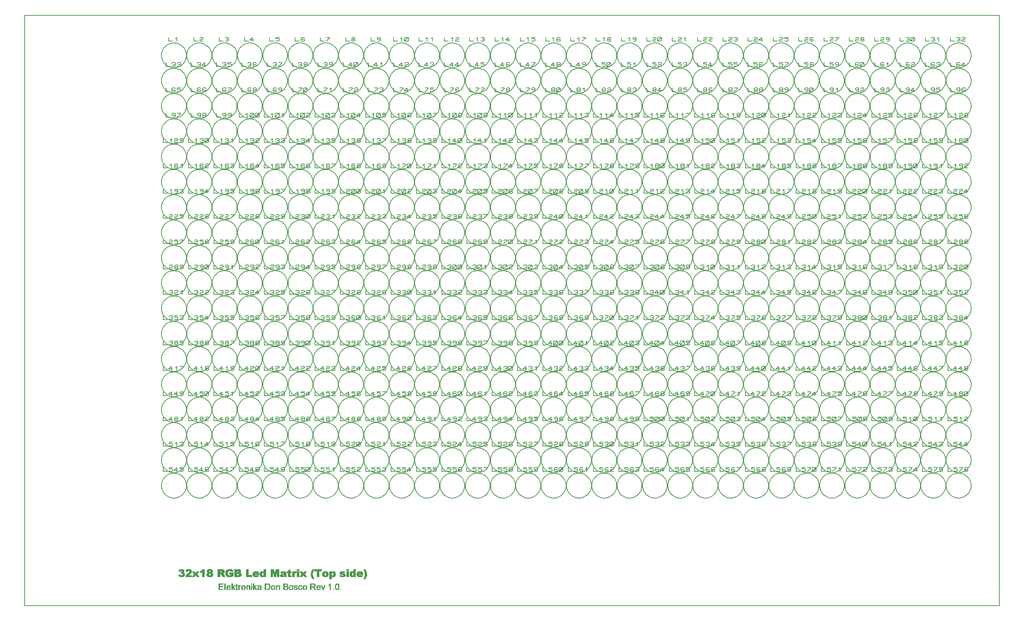
<source format=gbr>
G04 PROTEUS GERBER X2 FILE*
%TF.GenerationSoftware,Labcenter,Proteus,8.6-SP2-Build23525*%
%TF.CreationDate,2023-01-18T21:31:38+00:00*%
%TF.FileFunction,Legend,Top*%
%TF.FilePolarity,Positive*%
%TF.Part,Single*%
%FSLAX45Y45*%
%MOMM*%
G01*
%TA.AperFunction,Material*%
%ADD19C,0.203200*%
%TA.AperFunction,Profile*%
%ADD16C,0.203200*%
%TA.AperFunction,Material*%
%ADD70C,0.063500*%
%TD.AperFunction*%
D19*
X-7269752Y+5850000D02*
X-7270703Y+5873666D01*
X-7278424Y+5921000D01*
X-7294526Y+5968334D01*
X-7320664Y+6015668D01*
X-7360561Y+6062911D01*
X-7407895Y+6099842D01*
X-7455229Y+6123916D01*
X-7502563Y+6138370D01*
X-7549897Y+6144626D01*
X-7564752Y+6145000D01*
X-7859752Y+5850000D02*
X-7858801Y+5873666D01*
X-7851080Y+5921000D01*
X-7834978Y+5968334D01*
X-7808840Y+6015668D01*
X-7768943Y+6062911D01*
X-7721609Y+6099842D01*
X-7674275Y+6123916D01*
X-7626941Y+6138370D01*
X-7579607Y+6144626D01*
X-7564752Y+6145000D01*
X-7859752Y+5850000D02*
X-7858801Y+5826334D01*
X-7851080Y+5779000D01*
X-7834978Y+5731666D01*
X-7808840Y+5684332D01*
X-7768943Y+5637089D01*
X-7721609Y+5600158D01*
X-7674275Y+5576084D01*
X-7626941Y+5561630D01*
X-7579607Y+5555374D01*
X-7564752Y+5555000D01*
X-7269752Y+5850000D02*
X-7270703Y+5826334D01*
X-7278424Y+5779000D01*
X-7294526Y+5731666D01*
X-7320664Y+5684332D01*
X-7360561Y+5637089D01*
X-7407895Y+5600158D01*
X-7455229Y+5576084D01*
X-7502563Y+5561630D01*
X-7549897Y+5555374D01*
X-7564752Y+5555000D01*
X-7691752Y+6277080D02*
X-7691752Y+6185640D01*
X-7596502Y+6185640D01*
X-7533002Y+6246600D02*
X-7501252Y+6277080D01*
X-7501252Y+6185640D01*
X-6669752Y+5850000D02*
X-6670703Y+5873666D01*
X-6678424Y+5921000D01*
X-6694526Y+5968334D01*
X-6720664Y+6015668D01*
X-6760561Y+6062911D01*
X-6807895Y+6099842D01*
X-6855229Y+6123916D01*
X-6902563Y+6138370D01*
X-6949897Y+6144626D01*
X-6964752Y+6145000D01*
X-7259752Y+5850000D02*
X-7258801Y+5873666D01*
X-7251080Y+5921000D01*
X-7234978Y+5968334D01*
X-7208840Y+6015668D01*
X-7168943Y+6062911D01*
X-7121609Y+6099842D01*
X-7074275Y+6123916D01*
X-7026941Y+6138370D01*
X-6979607Y+6144626D01*
X-6964752Y+6145000D01*
X-7259752Y+5850000D02*
X-7258801Y+5826334D01*
X-7251080Y+5779000D01*
X-7234978Y+5731666D01*
X-7208840Y+5684332D01*
X-7168943Y+5637089D01*
X-7121609Y+5600158D01*
X-7074275Y+5576084D01*
X-7026941Y+5561630D01*
X-6979607Y+5555374D01*
X-6964752Y+5555000D01*
X-6669752Y+5850000D02*
X-6670703Y+5826334D01*
X-6678424Y+5779000D01*
X-6694526Y+5731666D01*
X-6720664Y+5684332D01*
X-6760561Y+5637089D01*
X-6807895Y+5600158D01*
X-6855229Y+5576084D01*
X-6902563Y+5561630D01*
X-6949897Y+5555374D01*
X-6964752Y+5555000D01*
X-7091752Y+6277080D02*
X-7091752Y+6185640D01*
X-6996502Y+6185640D01*
X-6948877Y+6261840D02*
X-6933002Y+6277080D01*
X-6885377Y+6277080D01*
X-6869502Y+6261840D01*
X-6869502Y+6246600D01*
X-6885377Y+6231360D01*
X-6933002Y+6231360D01*
X-6948877Y+6216120D01*
X-6948877Y+6185640D01*
X-6869502Y+6185640D01*
X-6069752Y+5850000D02*
X-6070703Y+5873666D01*
X-6078424Y+5921000D01*
X-6094526Y+5968334D01*
X-6120664Y+6015668D01*
X-6160561Y+6062911D01*
X-6207895Y+6099842D01*
X-6255229Y+6123916D01*
X-6302563Y+6138370D01*
X-6349897Y+6144626D01*
X-6364752Y+6145000D01*
X-6659752Y+5850000D02*
X-6658801Y+5873666D01*
X-6651080Y+5921000D01*
X-6634978Y+5968334D01*
X-6608840Y+6015668D01*
X-6568943Y+6062911D01*
X-6521609Y+6099842D01*
X-6474275Y+6123916D01*
X-6426941Y+6138370D01*
X-6379607Y+6144626D01*
X-6364752Y+6145000D01*
X-6659752Y+5850000D02*
X-6658801Y+5826334D01*
X-6651080Y+5779000D01*
X-6634978Y+5731666D01*
X-6608840Y+5684332D01*
X-6568943Y+5637089D01*
X-6521609Y+5600158D01*
X-6474275Y+5576084D01*
X-6426941Y+5561630D01*
X-6379607Y+5555374D01*
X-6364752Y+5555000D01*
X-6069752Y+5850000D02*
X-6070703Y+5826334D01*
X-6078424Y+5779000D01*
X-6094526Y+5731666D01*
X-6120664Y+5684332D01*
X-6160561Y+5637089D01*
X-6207895Y+5600158D01*
X-6255229Y+5576084D01*
X-6302563Y+5561630D01*
X-6349897Y+5555374D01*
X-6364752Y+5555000D01*
X-6491752Y+6277080D02*
X-6491752Y+6185640D01*
X-6396502Y+6185640D01*
X-6348877Y+6261840D02*
X-6333002Y+6277080D01*
X-6285377Y+6277080D01*
X-6269502Y+6261840D01*
X-6269502Y+6246600D01*
X-6285377Y+6231360D01*
X-6269502Y+6216120D01*
X-6269502Y+6200880D01*
X-6285377Y+6185640D01*
X-6333002Y+6185640D01*
X-6348877Y+6200880D01*
X-6317127Y+6231360D02*
X-6285377Y+6231360D01*
X-5469752Y+5850000D02*
X-5470703Y+5873666D01*
X-5478424Y+5921000D01*
X-5494526Y+5968334D01*
X-5520664Y+6015668D01*
X-5560561Y+6062911D01*
X-5607895Y+6099842D01*
X-5655229Y+6123916D01*
X-5702563Y+6138370D01*
X-5749897Y+6144626D01*
X-5764752Y+6145000D01*
X-6059752Y+5850000D02*
X-6058801Y+5873666D01*
X-6051080Y+5921000D01*
X-6034978Y+5968334D01*
X-6008840Y+6015668D01*
X-5968943Y+6062911D01*
X-5921609Y+6099842D01*
X-5874275Y+6123916D01*
X-5826941Y+6138370D01*
X-5779607Y+6144626D01*
X-5764752Y+6145000D01*
X-6059752Y+5850000D02*
X-6058801Y+5826334D01*
X-6051080Y+5779000D01*
X-6034978Y+5731666D01*
X-6008840Y+5684332D01*
X-5968943Y+5637089D01*
X-5921609Y+5600158D01*
X-5874275Y+5576084D01*
X-5826941Y+5561630D01*
X-5779607Y+5555374D01*
X-5764752Y+5555000D01*
X-5469752Y+5850000D02*
X-5470703Y+5826334D01*
X-5478424Y+5779000D01*
X-5494526Y+5731666D01*
X-5520664Y+5684332D01*
X-5560561Y+5637089D01*
X-5607895Y+5600158D01*
X-5655229Y+5576084D01*
X-5702563Y+5561630D01*
X-5749897Y+5555374D01*
X-5764752Y+5555000D01*
X-5891752Y+6277080D02*
X-5891752Y+6185640D01*
X-5796502Y+6185640D01*
X-5669502Y+6216120D02*
X-5764752Y+6216120D01*
X-5701252Y+6277080D01*
X-5701252Y+6185640D01*
X-4869752Y+5850000D02*
X-4870703Y+5873666D01*
X-4878424Y+5921000D01*
X-4894526Y+5968334D01*
X-4920664Y+6015668D01*
X-4960561Y+6062911D01*
X-5007895Y+6099842D01*
X-5055229Y+6123916D01*
X-5102563Y+6138370D01*
X-5149897Y+6144626D01*
X-5164752Y+6145000D01*
X-5459752Y+5850000D02*
X-5458801Y+5873666D01*
X-5451080Y+5921000D01*
X-5434978Y+5968334D01*
X-5408840Y+6015668D01*
X-5368943Y+6062911D01*
X-5321609Y+6099842D01*
X-5274275Y+6123916D01*
X-5226941Y+6138370D01*
X-5179607Y+6144626D01*
X-5164752Y+6145000D01*
X-5459752Y+5850000D02*
X-5458801Y+5826334D01*
X-5451080Y+5779000D01*
X-5434978Y+5731666D01*
X-5408840Y+5684332D01*
X-5368943Y+5637089D01*
X-5321609Y+5600158D01*
X-5274275Y+5576084D01*
X-5226941Y+5561630D01*
X-5179607Y+5555374D01*
X-5164752Y+5555000D01*
X-4869752Y+5850000D02*
X-4870703Y+5826334D01*
X-4878424Y+5779000D01*
X-4894526Y+5731666D01*
X-4920664Y+5684332D01*
X-4960561Y+5637089D01*
X-5007895Y+5600158D01*
X-5055229Y+5576084D01*
X-5102563Y+5561630D01*
X-5149897Y+5555374D01*
X-5164752Y+5555000D01*
X-5291752Y+6277080D02*
X-5291752Y+6185640D01*
X-5196502Y+6185640D01*
X-5069502Y+6277080D02*
X-5148877Y+6277080D01*
X-5148877Y+6246600D01*
X-5085377Y+6246600D01*
X-5069502Y+6231360D01*
X-5069502Y+6200880D01*
X-5085377Y+6185640D01*
X-5133002Y+6185640D01*
X-5148877Y+6200880D01*
X-4269752Y+5850000D02*
X-4270703Y+5873666D01*
X-4278424Y+5921000D01*
X-4294526Y+5968334D01*
X-4320664Y+6015668D01*
X-4360561Y+6062911D01*
X-4407895Y+6099842D01*
X-4455229Y+6123916D01*
X-4502563Y+6138370D01*
X-4549897Y+6144626D01*
X-4564752Y+6145000D01*
X-4859752Y+5850000D02*
X-4858801Y+5873666D01*
X-4851080Y+5921000D01*
X-4834978Y+5968334D01*
X-4808840Y+6015668D01*
X-4768943Y+6062911D01*
X-4721609Y+6099842D01*
X-4674275Y+6123916D01*
X-4626941Y+6138370D01*
X-4579607Y+6144626D01*
X-4564752Y+6145000D01*
X-4859752Y+5850000D02*
X-4858801Y+5826334D01*
X-4851080Y+5779000D01*
X-4834978Y+5731666D01*
X-4808840Y+5684332D01*
X-4768943Y+5637089D01*
X-4721609Y+5600158D01*
X-4674275Y+5576084D01*
X-4626941Y+5561630D01*
X-4579607Y+5555374D01*
X-4564752Y+5555000D01*
X-4269752Y+5850000D02*
X-4270703Y+5826334D01*
X-4278424Y+5779000D01*
X-4294526Y+5731666D01*
X-4320664Y+5684332D01*
X-4360561Y+5637089D01*
X-4407895Y+5600158D01*
X-4455229Y+5576084D01*
X-4502563Y+5561630D01*
X-4549897Y+5555374D01*
X-4564752Y+5555000D01*
X-4691752Y+6277080D02*
X-4691752Y+6185640D01*
X-4596502Y+6185640D01*
X-4469502Y+6261840D02*
X-4485377Y+6277080D01*
X-4533002Y+6277080D01*
X-4548877Y+6261840D01*
X-4548877Y+6200880D01*
X-4533002Y+6185640D01*
X-4485377Y+6185640D01*
X-4469502Y+6200880D01*
X-4469502Y+6216120D01*
X-4485377Y+6231360D01*
X-4548877Y+6231360D01*
X-3669752Y+5850000D02*
X-3670703Y+5873666D01*
X-3678424Y+5921000D01*
X-3694526Y+5968334D01*
X-3720664Y+6015668D01*
X-3760561Y+6062911D01*
X-3807895Y+6099842D01*
X-3855229Y+6123916D01*
X-3902563Y+6138370D01*
X-3949897Y+6144626D01*
X-3964752Y+6145000D01*
X-4259752Y+5850000D02*
X-4258801Y+5873666D01*
X-4251080Y+5921000D01*
X-4234978Y+5968334D01*
X-4208840Y+6015668D01*
X-4168943Y+6062911D01*
X-4121609Y+6099842D01*
X-4074275Y+6123916D01*
X-4026941Y+6138370D01*
X-3979607Y+6144626D01*
X-3964752Y+6145000D01*
X-4259752Y+5850000D02*
X-4258801Y+5826334D01*
X-4251080Y+5779000D01*
X-4234978Y+5731666D01*
X-4208840Y+5684332D01*
X-4168943Y+5637089D01*
X-4121609Y+5600158D01*
X-4074275Y+5576084D01*
X-4026941Y+5561630D01*
X-3979607Y+5555374D01*
X-3964752Y+5555000D01*
X-3669752Y+5850000D02*
X-3670703Y+5826334D01*
X-3678424Y+5779000D01*
X-3694526Y+5731666D01*
X-3720664Y+5684332D01*
X-3760561Y+5637089D01*
X-3807895Y+5600158D01*
X-3855229Y+5576084D01*
X-3902563Y+5561630D01*
X-3949897Y+5555374D01*
X-3964752Y+5555000D01*
X-4091752Y+6277080D02*
X-4091752Y+6185640D01*
X-3996502Y+6185640D01*
X-3948877Y+6277080D02*
X-3869502Y+6277080D01*
X-3869502Y+6261840D01*
X-3948877Y+6185640D01*
X-3069752Y+5850000D02*
X-3070703Y+5873666D01*
X-3078424Y+5921000D01*
X-3094526Y+5968334D01*
X-3120664Y+6015668D01*
X-3160561Y+6062911D01*
X-3207895Y+6099842D01*
X-3255229Y+6123916D01*
X-3302563Y+6138370D01*
X-3349897Y+6144626D01*
X-3364752Y+6145000D01*
X-3659752Y+5850000D02*
X-3658801Y+5873666D01*
X-3651080Y+5921000D01*
X-3634978Y+5968334D01*
X-3608840Y+6015668D01*
X-3568943Y+6062911D01*
X-3521609Y+6099842D01*
X-3474275Y+6123916D01*
X-3426941Y+6138370D01*
X-3379607Y+6144626D01*
X-3364752Y+6145000D01*
X-3659752Y+5850000D02*
X-3658801Y+5826334D01*
X-3651080Y+5779000D01*
X-3634978Y+5731666D01*
X-3608840Y+5684332D01*
X-3568943Y+5637089D01*
X-3521609Y+5600158D01*
X-3474275Y+5576084D01*
X-3426941Y+5561630D01*
X-3379607Y+5555374D01*
X-3364752Y+5555000D01*
X-3069752Y+5850000D02*
X-3070703Y+5826334D01*
X-3078424Y+5779000D01*
X-3094526Y+5731666D01*
X-3120664Y+5684332D01*
X-3160561Y+5637089D01*
X-3207895Y+5600158D01*
X-3255229Y+5576084D01*
X-3302563Y+5561630D01*
X-3349897Y+5555374D01*
X-3364752Y+5555000D01*
X-3491752Y+6277080D02*
X-3491752Y+6185640D01*
X-3396502Y+6185640D01*
X-3333002Y+6231360D02*
X-3348877Y+6246600D01*
X-3348877Y+6261840D01*
X-3333002Y+6277080D01*
X-3285377Y+6277080D01*
X-3269502Y+6261840D01*
X-3269502Y+6246600D01*
X-3285377Y+6231360D01*
X-3333002Y+6231360D01*
X-3348877Y+6216120D01*
X-3348877Y+6200880D01*
X-3333002Y+6185640D01*
X-3285377Y+6185640D01*
X-3269502Y+6200880D01*
X-3269502Y+6216120D01*
X-3285377Y+6231360D01*
X-2469752Y+5850000D02*
X-2470703Y+5873666D01*
X-2478424Y+5921000D01*
X-2494526Y+5968334D01*
X-2520664Y+6015668D01*
X-2560561Y+6062911D01*
X-2607895Y+6099842D01*
X-2655229Y+6123916D01*
X-2702563Y+6138370D01*
X-2749897Y+6144626D01*
X-2764752Y+6145000D01*
X-3059752Y+5850000D02*
X-3058801Y+5873666D01*
X-3051080Y+5921000D01*
X-3034978Y+5968334D01*
X-3008840Y+6015668D01*
X-2968943Y+6062911D01*
X-2921609Y+6099842D01*
X-2874275Y+6123916D01*
X-2826941Y+6138370D01*
X-2779607Y+6144626D01*
X-2764752Y+6145000D01*
X-3059752Y+5850000D02*
X-3058801Y+5826334D01*
X-3051080Y+5779000D01*
X-3034978Y+5731666D01*
X-3008840Y+5684332D01*
X-2968943Y+5637089D01*
X-2921609Y+5600158D01*
X-2874275Y+5576084D01*
X-2826941Y+5561630D01*
X-2779607Y+5555374D01*
X-2764752Y+5555000D01*
X-2469752Y+5850000D02*
X-2470703Y+5826334D01*
X-2478424Y+5779000D01*
X-2494526Y+5731666D01*
X-2520664Y+5684332D01*
X-2560561Y+5637089D01*
X-2607895Y+5600158D01*
X-2655229Y+5576084D01*
X-2702563Y+5561630D01*
X-2749897Y+5555374D01*
X-2764752Y+5555000D01*
X-2891752Y+6277080D02*
X-2891752Y+6185640D01*
X-2796502Y+6185640D01*
X-2669502Y+6246600D02*
X-2685377Y+6231360D01*
X-2733002Y+6231360D01*
X-2748877Y+6246600D01*
X-2748877Y+6261840D01*
X-2733002Y+6277080D01*
X-2685377Y+6277080D01*
X-2669502Y+6261840D01*
X-2669502Y+6200880D01*
X-2685377Y+6185640D01*
X-2733002Y+6185640D01*
X-1869752Y+5850000D02*
X-1870703Y+5873666D01*
X-1878424Y+5921000D01*
X-1894526Y+5968334D01*
X-1920664Y+6015668D01*
X-1960561Y+6062911D01*
X-2007895Y+6099842D01*
X-2055229Y+6123916D01*
X-2102563Y+6138370D01*
X-2149897Y+6144626D01*
X-2164752Y+6145000D01*
X-2459752Y+5850000D02*
X-2458801Y+5873666D01*
X-2451080Y+5921000D01*
X-2434978Y+5968334D01*
X-2408840Y+6015668D01*
X-2368943Y+6062911D01*
X-2321609Y+6099842D01*
X-2274275Y+6123916D01*
X-2226941Y+6138370D01*
X-2179607Y+6144626D01*
X-2164752Y+6145000D01*
X-2459752Y+5850000D02*
X-2458801Y+5826334D01*
X-2451080Y+5779000D01*
X-2434978Y+5731666D01*
X-2408840Y+5684332D01*
X-2368943Y+5637089D01*
X-2321609Y+5600158D01*
X-2274275Y+5576084D01*
X-2226941Y+5561630D01*
X-2179607Y+5555374D01*
X-2164752Y+5555000D01*
X-1869752Y+5850000D02*
X-1870703Y+5826334D01*
X-1878424Y+5779000D01*
X-1894526Y+5731666D01*
X-1920664Y+5684332D01*
X-1960561Y+5637089D01*
X-2007895Y+5600158D01*
X-2055229Y+5576084D01*
X-2102563Y+5561630D01*
X-2149897Y+5555374D01*
X-2164752Y+5555000D01*
X-2355252Y+6277080D02*
X-2355252Y+6185640D01*
X-2260002Y+6185640D01*
X-2196502Y+6246600D02*
X-2164752Y+6277080D01*
X-2164752Y+6185640D01*
X-2101252Y+6200880D02*
X-2101252Y+6261840D01*
X-2085377Y+6277080D01*
X-2021877Y+6277080D01*
X-2006002Y+6261840D01*
X-2006002Y+6200880D01*
X-2021877Y+6185640D01*
X-2085377Y+6185640D01*
X-2101252Y+6200880D01*
X-2101252Y+6185640D02*
X-2006002Y+6277080D01*
X-1269752Y+5850000D02*
X-1270703Y+5873666D01*
X-1278424Y+5921000D01*
X-1294526Y+5968334D01*
X-1320664Y+6015668D01*
X-1360561Y+6062911D01*
X-1407895Y+6099842D01*
X-1455229Y+6123916D01*
X-1502563Y+6138370D01*
X-1549897Y+6144626D01*
X-1564752Y+6145000D01*
X-1859752Y+5850000D02*
X-1858801Y+5873666D01*
X-1851080Y+5921000D01*
X-1834978Y+5968334D01*
X-1808840Y+6015668D01*
X-1768943Y+6062911D01*
X-1721609Y+6099842D01*
X-1674275Y+6123916D01*
X-1626941Y+6138370D01*
X-1579607Y+6144626D01*
X-1564752Y+6145000D01*
X-1859752Y+5850000D02*
X-1858801Y+5826334D01*
X-1851080Y+5779000D01*
X-1834978Y+5731666D01*
X-1808840Y+5684332D01*
X-1768943Y+5637089D01*
X-1721609Y+5600158D01*
X-1674275Y+5576084D01*
X-1626941Y+5561630D01*
X-1579607Y+5555374D01*
X-1564752Y+5555000D01*
X-1269752Y+5850000D02*
X-1270703Y+5826334D01*
X-1278424Y+5779000D01*
X-1294526Y+5731666D01*
X-1320664Y+5684332D01*
X-1360561Y+5637089D01*
X-1407895Y+5600158D01*
X-1455229Y+5576084D01*
X-1502563Y+5561630D01*
X-1549897Y+5555374D01*
X-1564752Y+5555000D01*
X-1755252Y+6277080D02*
X-1755252Y+6185640D01*
X-1660002Y+6185640D01*
X-1596502Y+6246600D02*
X-1564752Y+6277080D01*
X-1564752Y+6185640D01*
X-1469502Y+6246600D02*
X-1437752Y+6277080D01*
X-1437752Y+6185640D01*
X-669752Y+5850000D02*
X-670703Y+5873666D01*
X-678424Y+5921000D01*
X-694526Y+5968334D01*
X-720664Y+6015668D01*
X-760561Y+6062911D01*
X-807895Y+6099842D01*
X-855229Y+6123916D01*
X-902563Y+6138370D01*
X-949897Y+6144626D01*
X-964752Y+6145000D01*
X-1259752Y+5850000D02*
X-1258801Y+5873666D01*
X-1251080Y+5921000D01*
X-1234978Y+5968334D01*
X-1208840Y+6015668D01*
X-1168943Y+6062911D01*
X-1121609Y+6099842D01*
X-1074275Y+6123916D01*
X-1026941Y+6138370D01*
X-979607Y+6144626D01*
X-964752Y+6145000D01*
X-1259752Y+5850000D02*
X-1258801Y+5826334D01*
X-1251080Y+5779000D01*
X-1234978Y+5731666D01*
X-1208840Y+5684332D01*
X-1168943Y+5637089D01*
X-1121609Y+5600158D01*
X-1074275Y+5576084D01*
X-1026941Y+5561630D01*
X-979607Y+5555374D01*
X-964752Y+5555000D01*
X-669752Y+5850000D02*
X-670703Y+5826334D01*
X-678424Y+5779000D01*
X-694526Y+5731666D01*
X-720664Y+5684332D01*
X-760561Y+5637089D01*
X-807895Y+5600158D01*
X-855229Y+5576084D01*
X-902563Y+5561630D01*
X-949897Y+5555374D01*
X-964752Y+5555000D01*
X-1155252Y+6277080D02*
X-1155252Y+6185640D01*
X-1060002Y+6185640D01*
X-996502Y+6246600D02*
X-964752Y+6277080D01*
X-964752Y+6185640D01*
X-885377Y+6261840D02*
X-869502Y+6277080D01*
X-821877Y+6277080D01*
X-806002Y+6261840D01*
X-806002Y+6246600D01*
X-821877Y+6231360D01*
X-869502Y+6231360D01*
X-885377Y+6216120D01*
X-885377Y+6185640D01*
X-806002Y+6185640D01*
X-69752Y+5850000D02*
X-70703Y+5873666D01*
X-78424Y+5921000D01*
X-94526Y+5968334D01*
X-120664Y+6015668D01*
X-160561Y+6062911D01*
X-207895Y+6099842D01*
X-255229Y+6123916D01*
X-302563Y+6138370D01*
X-349897Y+6144626D01*
X-364752Y+6145000D01*
X-659752Y+5850000D02*
X-658801Y+5873666D01*
X-651080Y+5921000D01*
X-634978Y+5968334D01*
X-608840Y+6015668D01*
X-568943Y+6062911D01*
X-521609Y+6099842D01*
X-474275Y+6123916D01*
X-426941Y+6138370D01*
X-379607Y+6144626D01*
X-364752Y+6145000D01*
X-659752Y+5850000D02*
X-658801Y+5826334D01*
X-651080Y+5779000D01*
X-634978Y+5731666D01*
X-608840Y+5684332D01*
X-568943Y+5637089D01*
X-521609Y+5600158D01*
X-474275Y+5576084D01*
X-426941Y+5561630D01*
X-379607Y+5555374D01*
X-364752Y+5555000D01*
X-69752Y+5850000D02*
X-70703Y+5826334D01*
X-78424Y+5779000D01*
X-94526Y+5731666D01*
X-120664Y+5684332D01*
X-160561Y+5637089D01*
X-207895Y+5600158D01*
X-255229Y+5576084D01*
X-302563Y+5561630D01*
X-349897Y+5555374D01*
X-364752Y+5555000D01*
X-555252Y+6277080D02*
X-555252Y+6185640D01*
X-460002Y+6185640D01*
X-396502Y+6246600D02*
X-364752Y+6277080D01*
X-364752Y+6185640D01*
X-285377Y+6261840D02*
X-269502Y+6277080D01*
X-221877Y+6277080D01*
X-206002Y+6261840D01*
X-206002Y+6246600D01*
X-221877Y+6231360D01*
X-206002Y+6216120D01*
X-206002Y+6200880D01*
X-221877Y+6185640D01*
X-269502Y+6185640D01*
X-285377Y+6200880D01*
X-253627Y+6231360D02*
X-221877Y+6231360D01*
X+530248Y+5850000D02*
X+529297Y+5873666D01*
X+521576Y+5921000D01*
X+505474Y+5968334D01*
X+479336Y+6015668D01*
X+439439Y+6062911D01*
X+392105Y+6099842D01*
X+344771Y+6123916D01*
X+297437Y+6138370D01*
X+250103Y+6144626D01*
X+235248Y+6145000D01*
X-59752Y+5850000D02*
X-58801Y+5873666D01*
X-51080Y+5921000D01*
X-34978Y+5968334D01*
X-8840Y+6015668D01*
X+31057Y+6062911D01*
X+78391Y+6099842D01*
X+125725Y+6123916D01*
X+173059Y+6138370D01*
X+220393Y+6144626D01*
X+235248Y+6145000D01*
X-59752Y+5850000D02*
X-58801Y+5826334D01*
X-51080Y+5779000D01*
X-34978Y+5731666D01*
X-8840Y+5684332D01*
X+31057Y+5637089D01*
X+78391Y+5600158D01*
X+125725Y+5576084D01*
X+173059Y+5561630D01*
X+220393Y+5555374D01*
X+235248Y+5555000D01*
X+530248Y+5850000D02*
X+529297Y+5826334D01*
X+521576Y+5779000D01*
X+505474Y+5731666D01*
X+479336Y+5684332D01*
X+439439Y+5637089D01*
X+392105Y+5600158D01*
X+344771Y+5576084D01*
X+297437Y+5561630D01*
X+250103Y+5555374D01*
X+235248Y+5555000D01*
X+44748Y+6277080D02*
X+44748Y+6185640D01*
X+139998Y+6185640D01*
X+203498Y+6246600D02*
X+235248Y+6277080D01*
X+235248Y+6185640D01*
X+393998Y+6216120D02*
X+298748Y+6216120D01*
X+362248Y+6277080D01*
X+362248Y+6185640D01*
X+1130248Y+5850000D02*
X+1129297Y+5873666D01*
X+1121576Y+5921000D01*
X+1105474Y+5968334D01*
X+1079336Y+6015668D01*
X+1039439Y+6062911D01*
X+992105Y+6099842D01*
X+944771Y+6123916D01*
X+897437Y+6138370D01*
X+850103Y+6144626D01*
X+835248Y+6145000D01*
X+540248Y+5850000D02*
X+541199Y+5873666D01*
X+548920Y+5921000D01*
X+565022Y+5968334D01*
X+591160Y+6015668D01*
X+631057Y+6062911D01*
X+678391Y+6099842D01*
X+725725Y+6123916D01*
X+773059Y+6138370D01*
X+820393Y+6144626D01*
X+835248Y+6145000D01*
X+540248Y+5850000D02*
X+541199Y+5826334D01*
X+548920Y+5779000D01*
X+565022Y+5731666D01*
X+591160Y+5684332D01*
X+631057Y+5637089D01*
X+678391Y+5600158D01*
X+725725Y+5576084D01*
X+773059Y+5561630D01*
X+820393Y+5555374D01*
X+835248Y+5555000D01*
X+1130248Y+5850000D02*
X+1129297Y+5826334D01*
X+1121576Y+5779000D01*
X+1105474Y+5731666D01*
X+1079336Y+5684332D01*
X+1039439Y+5637089D01*
X+992105Y+5600158D01*
X+944771Y+5576084D01*
X+897437Y+5561630D01*
X+850103Y+5555374D01*
X+835248Y+5555000D01*
X+644748Y+6277080D02*
X+644748Y+6185640D01*
X+739998Y+6185640D01*
X+803498Y+6246600D02*
X+835248Y+6277080D01*
X+835248Y+6185640D01*
X+993998Y+6277080D02*
X+914623Y+6277080D01*
X+914623Y+6246600D01*
X+978123Y+6246600D01*
X+993998Y+6231360D01*
X+993998Y+6200880D01*
X+978123Y+6185640D01*
X+930498Y+6185640D01*
X+914623Y+6200880D01*
X+1730248Y+5850000D02*
X+1729297Y+5873666D01*
X+1721576Y+5921000D01*
X+1705474Y+5968334D01*
X+1679336Y+6015668D01*
X+1639439Y+6062911D01*
X+1592105Y+6099842D01*
X+1544771Y+6123916D01*
X+1497437Y+6138370D01*
X+1450103Y+6144626D01*
X+1435248Y+6145000D01*
X+1140248Y+5850000D02*
X+1141199Y+5873666D01*
X+1148920Y+5921000D01*
X+1165022Y+5968334D01*
X+1191160Y+6015668D01*
X+1231057Y+6062911D01*
X+1278391Y+6099842D01*
X+1325725Y+6123916D01*
X+1373059Y+6138370D01*
X+1420393Y+6144626D01*
X+1435248Y+6145000D01*
X+1140248Y+5850000D02*
X+1141199Y+5826334D01*
X+1148920Y+5779000D01*
X+1165022Y+5731666D01*
X+1191160Y+5684332D01*
X+1231057Y+5637089D01*
X+1278391Y+5600158D01*
X+1325725Y+5576084D01*
X+1373059Y+5561630D01*
X+1420393Y+5555374D01*
X+1435248Y+5555000D01*
X+1730248Y+5850000D02*
X+1729297Y+5826334D01*
X+1721576Y+5779000D01*
X+1705474Y+5731666D01*
X+1679336Y+5684332D01*
X+1639439Y+5637089D01*
X+1592105Y+5600158D01*
X+1544771Y+5576084D01*
X+1497437Y+5561630D01*
X+1450103Y+5555374D01*
X+1435248Y+5555000D01*
X+1244748Y+6277080D02*
X+1244748Y+6185640D01*
X+1339998Y+6185640D01*
X+1403498Y+6246600D02*
X+1435248Y+6277080D01*
X+1435248Y+6185640D01*
X+1593998Y+6261840D02*
X+1578123Y+6277080D01*
X+1530498Y+6277080D01*
X+1514623Y+6261840D01*
X+1514623Y+6200880D01*
X+1530498Y+6185640D01*
X+1578123Y+6185640D01*
X+1593998Y+6200880D01*
X+1593998Y+6216120D01*
X+1578123Y+6231360D01*
X+1514623Y+6231360D01*
X+2330248Y+5850000D02*
X+2329297Y+5873666D01*
X+2321576Y+5921000D01*
X+2305474Y+5968334D01*
X+2279336Y+6015668D01*
X+2239439Y+6062911D01*
X+2192105Y+6099842D01*
X+2144771Y+6123916D01*
X+2097437Y+6138370D01*
X+2050103Y+6144626D01*
X+2035248Y+6145000D01*
X+1740248Y+5850000D02*
X+1741199Y+5873666D01*
X+1748920Y+5921000D01*
X+1765022Y+5968334D01*
X+1791160Y+6015668D01*
X+1831057Y+6062911D01*
X+1878391Y+6099842D01*
X+1925725Y+6123916D01*
X+1973059Y+6138370D01*
X+2020393Y+6144626D01*
X+2035248Y+6145000D01*
X+1740248Y+5850000D02*
X+1741199Y+5826334D01*
X+1748920Y+5779000D01*
X+1765022Y+5731666D01*
X+1791160Y+5684332D01*
X+1831057Y+5637089D01*
X+1878391Y+5600158D01*
X+1925725Y+5576084D01*
X+1973059Y+5561630D01*
X+2020393Y+5555374D01*
X+2035248Y+5555000D01*
X+2330248Y+5850000D02*
X+2329297Y+5826334D01*
X+2321576Y+5779000D01*
X+2305474Y+5731666D01*
X+2279336Y+5684332D01*
X+2239439Y+5637089D01*
X+2192105Y+5600158D01*
X+2144771Y+5576084D01*
X+2097437Y+5561630D01*
X+2050103Y+5555374D01*
X+2035248Y+5555000D01*
X+1844748Y+6277080D02*
X+1844748Y+6185640D01*
X+1939998Y+6185640D01*
X+2003498Y+6246600D02*
X+2035248Y+6277080D01*
X+2035248Y+6185640D01*
X+2114623Y+6277080D02*
X+2193998Y+6277080D01*
X+2193998Y+6261840D01*
X+2114623Y+6185640D01*
X+2930248Y+5850000D02*
X+2929297Y+5873666D01*
X+2921576Y+5921000D01*
X+2905474Y+5968334D01*
X+2879336Y+6015668D01*
X+2839439Y+6062911D01*
X+2792105Y+6099842D01*
X+2744771Y+6123916D01*
X+2697437Y+6138370D01*
X+2650103Y+6144626D01*
X+2635248Y+6145000D01*
X+2340248Y+5850000D02*
X+2341199Y+5873666D01*
X+2348920Y+5921000D01*
X+2365022Y+5968334D01*
X+2391160Y+6015668D01*
X+2431057Y+6062911D01*
X+2478391Y+6099842D01*
X+2525725Y+6123916D01*
X+2573059Y+6138370D01*
X+2620393Y+6144626D01*
X+2635248Y+6145000D01*
X+2340248Y+5850000D02*
X+2341199Y+5826334D01*
X+2348920Y+5779000D01*
X+2365022Y+5731666D01*
X+2391160Y+5684332D01*
X+2431057Y+5637089D01*
X+2478391Y+5600158D01*
X+2525725Y+5576084D01*
X+2573059Y+5561630D01*
X+2620393Y+5555374D01*
X+2635248Y+5555000D01*
X+2930248Y+5850000D02*
X+2929297Y+5826334D01*
X+2921576Y+5779000D01*
X+2905474Y+5731666D01*
X+2879336Y+5684332D01*
X+2839439Y+5637089D01*
X+2792105Y+5600158D01*
X+2744771Y+5576084D01*
X+2697437Y+5561630D01*
X+2650103Y+5555374D01*
X+2635248Y+5555000D01*
X+2444748Y+6277080D02*
X+2444748Y+6185640D01*
X+2539998Y+6185640D01*
X+2603498Y+6246600D02*
X+2635248Y+6277080D01*
X+2635248Y+6185640D01*
X+2730498Y+6231360D02*
X+2714623Y+6246600D01*
X+2714623Y+6261840D01*
X+2730498Y+6277080D01*
X+2778123Y+6277080D01*
X+2793998Y+6261840D01*
X+2793998Y+6246600D01*
X+2778123Y+6231360D01*
X+2730498Y+6231360D01*
X+2714623Y+6216120D01*
X+2714623Y+6200880D01*
X+2730498Y+6185640D01*
X+2778123Y+6185640D01*
X+2793998Y+6200880D01*
X+2793998Y+6216120D01*
X+2778123Y+6231360D01*
X+3530248Y+5850000D02*
X+3529297Y+5873666D01*
X+3521576Y+5921000D01*
X+3505474Y+5968334D01*
X+3479336Y+6015668D01*
X+3439439Y+6062911D01*
X+3392105Y+6099842D01*
X+3344771Y+6123916D01*
X+3297437Y+6138370D01*
X+3250103Y+6144626D01*
X+3235248Y+6145000D01*
X+2940248Y+5850000D02*
X+2941199Y+5873666D01*
X+2948920Y+5921000D01*
X+2965022Y+5968334D01*
X+2991160Y+6015668D01*
X+3031057Y+6062911D01*
X+3078391Y+6099842D01*
X+3125725Y+6123916D01*
X+3173059Y+6138370D01*
X+3220393Y+6144626D01*
X+3235248Y+6145000D01*
X+2940248Y+5850000D02*
X+2941199Y+5826334D01*
X+2948920Y+5779000D01*
X+2965022Y+5731666D01*
X+2991160Y+5684332D01*
X+3031057Y+5637089D01*
X+3078391Y+5600158D01*
X+3125725Y+5576084D01*
X+3173059Y+5561630D01*
X+3220393Y+5555374D01*
X+3235248Y+5555000D01*
X+3530248Y+5850000D02*
X+3529297Y+5826334D01*
X+3521576Y+5779000D01*
X+3505474Y+5731666D01*
X+3479336Y+5684332D01*
X+3439439Y+5637089D01*
X+3392105Y+5600158D01*
X+3344771Y+5576084D01*
X+3297437Y+5561630D01*
X+3250103Y+5555374D01*
X+3235248Y+5555000D01*
X+3044748Y+6277080D02*
X+3044748Y+6185640D01*
X+3139998Y+6185640D01*
X+3203498Y+6246600D02*
X+3235248Y+6277080D01*
X+3235248Y+6185640D01*
X+3393998Y+6246600D02*
X+3378123Y+6231360D01*
X+3330498Y+6231360D01*
X+3314623Y+6246600D01*
X+3314623Y+6261840D01*
X+3330498Y+6277080D01*
X+3378123Y+6277080D01*
X+3393998Y+6261840D01*
X+3393998Y+6200880D01*
X+3378123Y+6185640D01*
X+3330498Y+6185640D01*
X+4130248Y+5850000D02*
X+4129297Y+5873666D01*
X+4121576Y+5921000D01*
X+4105474Y+5968334D01*
X+4079336Y+6015668D01*
X+4039439Y+6062911D01*
X+3992105Y+6099842D01*
X+3944771Y+6123916D01*
X+3897437Y+6138370D01*
X+3850103Y+6144626D01*
X+3835248Y+6145000D01*
X+3540248Y+5850000D02*
X+3541199Y+5873666D01*
X+3548920Y+5921000D01*
X+3565022Y+5968334D01*
X+3591160Y+6015668D01*
X+3631057Y+6062911D01*
X+3678391Y+6099842D01*
X+3725725Y+6123916D01*
X+3773059Y+6138370D01*
X+3820393Y+6144626D01*
X+3835248Y+6145000D01*
X+3540248Y+5850000D02*
X+3541199Y+5826334D01*
X+3548920Y+5779000D01*
X+3565022Y+5731666D01*
X+3591160Y+5684332D01*
X+3631057Y+5637089D01*
X+3678391Y+5600158D01*
X+3725725Y+5576084D01*
X+3773059Y+5561630D01*
X+3820393Y+5555374D01*
X+3835248Y+5555000D01*
X+4130248Y+5850000D02*
X+4129297Y+5826334D01*
X+4121576Y+5779000D01*
X+4105474Y+5731666D01*
X+4079336Y+5684332D01*
X+4039439Y+5637089D01*
X+3992105Y+5600158D01*
X+3944771Y+5576084D01*
X+3897437Y+5561630D01*
X+3850103Y+5555374D01*
X+3835248Y+5555000D01*
X+3644748Y+6277080D02*
X+3644748Y+6185640D01*
X+3739998Y+6185640D01*
X+3787623Y+6261840D02*
X+3803498Y+6277080D01*
X+3851123Y+6277080D01*
X+3866998Y+6261840D01*
X+3866998Y+6246600D01*
X+3851123Y+6231360D01*
X+3803498Y+6231360D01*
X+3787623Y+6216120D01*
X+3787623Y+6185640D01*
X+3866998Y+6185640D01*
X+3898748Y+6200880D02*
X+3898748Y+6261840D01*
X+3914623Y+6277080D01*
X+3978123Y+6277080D01*
X+3993998Y+6261840D01*
X+3993998Y+6200880D01*
X+3978123Y+6185640D01*
X+3914623Y+6185640D01*
X+3898748Y+6200880D01*
X+3898748Y+6185640D02*
X+3993998Y+6277080D01*
X+4730248Y+5850000D02*
X+4729297Y+5873666D01*
X+4721576Y+5921000D01*
X+4705474Y+5968334D01*
X+4679336Y+6015668D01*
X+4639439Y+6062911D01*
X+4592105Y+6099842D01*
X+4544771Y+6123916D01*
X+4497437Y+6138370D01*
X+4450103Y+6144626D01*
X+4435248Y+6145000D01*
X+4140248Y+5850000D02*
X+4141199Y+5873666D01*
X+4148920Y+5921000D01*
X+4165022Y+5968334D01*
X+4191160Y+6015668D01*
X+4231057Y+6062911D01*
X+4278391Y+6099842D01*
X+4325725Y+6123916D01*
X+4373059Y+6138370D01*
X+4420393Y+6144626D01*
X+4435248Y+6145000D01*
X+4140248Y+5850000D02*
X+4141199Y+5826334D01*
X+4148920Y+5779000D01*
X+4165022Y+5731666D01*
X+4191160Y+5684332D01*
X+4231057Y+5637089D01*
X+4278391Y+5600158D01*
X+4325725Y+5576084D01*
X+4373059Y+5561630D01*
X+4420393Y+5555374D01*
X+4435248Y+5555000D01*
X+4730248Y+5850000D02*
X+4729297Y+5826334D01*
X+4721576Y+5779000D01*
X+4705474Y+5731666D01*
X+4679336Y+5684332D01*
X+4639439Y+5637089D01*
X+4592105Y+5600158D01*
X+4544771Y+5576084D01*
X+4497437Y+5561630D01*
X+4450103Y+5555374D01*
X+4435248Y+5555000D01*
X+4244748Y+6277080D02*
X+4244748Y+6185640D01*
X+4339998Y+6185640D01*
X+4387623Y+6261840D02*
X+4403498Y+6277080D01*
X+4451123Y+6277080D01*
X+4466998Y+6261840D01*
X+4466998Y+6246600D01*
X+4451123Y+6231360D01*
X+4403498Y+6231360D01*
X+4387623Y+6216120D01*
X+4387623Y+6185640D01*
X+4466998Y+6185640D01*
X+4530498Y+6246600D02*
X+4562248Y+6277080D01*
X+4562248Y+6185640D01*
X+5330248Y+5850000D02*
X+5329297Y+5873666D01*
X+5321576Y+5921000D01*
X+5305474Y+5968334D01*
X+5279336Y+6015668D01*
X+5239439Y+6062911D01*
X+5192105Y+6099842D01*
X+5144771Y+6123916D01*
X+5097437Y+6138370D01*
X+5050103Y+6144626D01*
X+5035248Y+6145000D01*
X+4740248Y+5850000D02*
X+4741199Y+5873666D01*
X+4748920Y+5921000D01*
X+4765022Y+5968334D01*
X+4791160Y+6015668D01*
X+4831057Y+6062911D01*
X+4878391Y+6099842D01*
X+4925725Y+6123916D01*
X+4973059Y+6138370D01*
X+5020393Y+6144626D01*
X+5035248Y+6145000D01*
X+4740248Y+5850000D02*
X+4741199Y+5826334D01*
X+4748920Y+5779000D01*
X+4765022Y+5731666D01*
X+4791160Y+5684332D01*
X+4831057Y+5637089D01*
X+4878391Y+5600158D01*
X+4925725Y+5576084D01*
X+4973059Y+5561630D01*
X+5020393Y+5555374D01*
X+5035248Y+5555000D01*
X+5330248Y+5850000D02*
X+5329297Y+5826334D01*
X+5321576Y+5779000D01*
X+5305474Y+5731666D01*
X+5279336Y+5684332D01*
X+5239439Y+5637089D01*
X+5192105Y+5600158D01*
X+5144771Y+5576084D01*
X+5097437Y+5561630D01*
X+5050103Y+5555374D01*
X+5035248Y+5555000D01*
X+4844748Y+6277080D02*
X+4844748Y+6185640D01*
X+4939998Y+6185640D01*
X+4987623Y+6261840D02*
X+5003498Y+6277080D01*
X+5051123Y+6277080D01*
X+5066998Y+6261840D01*
X+5066998Y+6246600D01*
X+5051123Y+6231360D01*
X+5003498Y+6231360D01*
X+4987623Y+6216120D01*
X+4987623Y+6185640D01*
X+5066998Y+6185640D01*
X+5114623Y+6261840D02*
X+5130498Y+6277080D01*
X+5178123Y+6277080D01*
X+5193998Y+6261840D01*
X+5193998Y+6246600D01*
X+5178123Y+6231360D01*
X+5130498Y+6231360D01*
X+5114623Y+6216120D01*
X+5114623Y+6185640D01*
X+5193998Y+6185640D01*
X+5930248Y+5850000D02*
X+5929297Y+5873666D01*
X+5921576Y+5921000D01*
X+5905474Y+5968334D01*
X+5879336Y+6015668D01*
X+5839439Y+6062911D01*
X+5792105Y+6099842D01*
X+5744771Y+6123916D01*
X+5697437Y+6138370D01*
X+5650103Y+6144626D01*
X+5635248Y+6145000D01*
X+5340248Y+5850000D02*
X+5341199Y+5873666D01*
X+5348920Y+5921000D01*
X+5365022Y+5968334D01*
X+5391160Y+6015668D01*
X+5431057Y+6062911D01*
X+5478391Y+6099842D01*
X+5525725Y+6123916D01*
X+5573059Y+6138370D01*
X+5620393Y+6144626D01*
X+5635248Y+6145000D01*
X+5340248Y+5850000D02*
X+5341199Y+5826334D01*
X+5348920Y+5779000D01*
X+5365022Y+5731666D01*
X+5391160Y+5684332D01*
X+5431057Y+5637089D01*
X+5478391Y+5600158D01*
X+5525725Y+5576084D01*
X+5573059Y+5561630D01*
X+5620393Y+5555374D01*
X+5635248Y+5555000D01*
X+5930248Y+5850000D02*
X+5929297Y+5826334D01*
X+5921576Y+5779000D01*
X+5905474Y+5731666D01*
X+5879336Y+5684332D01*
X+5839439Y+5637089D01*
X+5792105Y+5600158D01*
X+5744771Y+5576084D01*
X+5697437Y+5561630D01*
X+5650103Y+5555374D01*
X+5635248Y+5555000D01*
X+5444748Y+6277080D02*
X+5444748Y+6185640D01*
X+5539998Y+6185640D01*
X+5587623Y+6261840D02*
X+5603498Y+6277080D01*
X+5651123Y+6277080D01*
X+5666998Y+6261840D01*
X+5666998Y+6246600D01*
X+5651123Y+6231360D01*
X+5603498Y+6231360D01*
X+5587623Y+6216120D01*
X+5587623Y+6185640D01*
X+5666998Y+6185640D01*
X+5714623Y+6261840D02*
X+5730498Y+6277080D01*
X+5778123Y+6277080D01*
X+5793998Y+6261840D01*
X+5793998Y+6246600D01*
X+5778123Y+6231360D01*
X+5793998Y+6216120D01*
X+5793998Y+6200880D01*
X+5778123Y+6185640D01*
X+5730498Y+6185640D01*
X+5714623Y+6200880D01*
X+5746373Y+6231360D02*
X+5778123Y+6231360D01*
X+6530248Y+5850000D02*
X+6529297Y+5873666D01*
X+6521576Y+5921000D01*
X+6505474Y+5968334D01*
X+6479336Y+6015668D01*
X+6439439Y+6062911D01*
X+6392105Y+6099842D01*
X+6344771Y+6123916D01*
X+6297437Y+6138370D01*
X+6250103Y+6144626D01*
X+6235248Y+6145000D01*
X+5940248Y+5850000D02*
X+5941199Y+5873666D01*
X+5948920Y+5921000D01*
X+5965022Y+5968334D01*
X+5991160Y+6015668D01*
X+6031057Y+6062911D01*
X+6078391Y+6099842D01*
X+6125725Y+6123916D01*
X+6173059Y+6138370D01*
X+6220393Y+6144626D01*
X+6235248Y+6145000D01*
X+5940248Y+5850000D02*
X+5941199Y+5826334D01*
X+5948920Y+5779000D01*
X+5965022Y+5731666D01*
X+5991160Y+5684332D01*
X+6031057Y+5637089D01*
X+6078391Y+5600158D01*
X+6125725Y+5576084D01*
X+6173059Y+5561630D01*
X+6220393Y+5555374D01*
X+6235248Y+5555000D01*
X+6530248Y+5850000D02*
X+6529297Y+5826334D01*
X+6521576Y+5779000D01*
X+6505474Y+5731666D01*
X+6479336Y+5684332D01*
X+6439439Y+5637089D01*
X+6392105Y+5600158D01*
X+6344771Y+5576084D01*
X+6297437Y+5561630D01*
X+6250103Y+5555374D01*
X+6235248Y+5555000D01*
X+6044748Y+6277080D02*
X+6044748Y+6185640D01*
X+6139998Y+6185640D01*
X+6187623Y+6261840D02*
X+6203498Y+6277080D01*
X+6251123Y+6277080D01*
X+6266998Y+6261840D01*
X+6266998Y+6246600D01*
X+6251123Y+6231360D01*
X+6203498Y+6231360D01*
X+6187623Y+6216120D01*
X+6187623Y+6185640D01*
X+6266998Y+6185640D01*
X+6393998Y+6216120D02*
X+6298748Y+6216120D01*
X+6362248Y+6277080D01*
X+6362248Y+6185640D01*
X+7130248Y+5850000D02*
X+7129297Y+5873666D01*
X+7121576Y+5921000D01*
X+7105474Y+5968334D01*
X+7079336Y+6015668D01*
X+7039439Y+6062911D01*
X+6992105Y+6099842D01*
X+6944771Y+6123916D01*
X+6897437Y+6138370D01*
X+6850103Y+6144626D01*
X+6835248Y+6145000D01*
X+6540248Y+5850000D02*
X+6541199Y+5873666D01*
X+6548920Y+5921000D01*
X+6565022Y+5968334D01*
X+6591160Y+6015668D01*
X+6631057Y+6062911D01*
X+6678391Y+6099842D01*
X+6725725Y+6123916D01*
X+6773059Y+6138370D01*
X+6820393Y+6144626D01*
X+6835248Y+6145000D01*
X+6540248Y+5850000D02*
X+6541199Y+5826334D01*
X+6548920Y+5779000D01*
X+6565022Y+5731666D01*
X+6591160Y+5684332D01*
X+6631057Y+5637089D01*
X+6678391Y+5600158D01*
X+6725725Y+5576084D01*
X+6773059Y+5561630D01*
X+6820393Y+5555374D01*
X+6835248Y+5555000D01*
X+7130248Y+5850000D02*
X+7129297Y+5826334D01*
X+7121576Y+5779000D01*
X+7105474Y+5731666D01*
X+7079336Y+5684332D01*
X+7039439Y+5637089D01*
X+6992105Y+5600158D01*
X+6944771Y+5576084D01*
X+6897437Y+5561630D01*
X+6850103Y+5555374D01*
X+6835248Y+5555000D01*
X+6644748Y+6277080D02*
X+6644748Y+6185640D01*
X+6739998Y+6185640D01*
X+6787623Y+6261840D02*
X+6803498Y+6277080D01*
X+6851123Y+6277080D01*
X+6866998Y+6261840D01*
X+6866998Y+6246600D01*
X+6851123Y+6231360D01*
X+6803498Y+6231360D01*
X+6787623Y+6216120D01*
X+6787623Y+6185640D01*
X+6866998Y+6185640D01*
X+6993998Y+6277080D02*
X+6914623Y+6277080D01*
X+6914623Y+6246600D01*
X+6978123Y+6246600D01*
X+6993998Y+6231360D01*
X+6993998Y+6200880D01*
X+6978123Y+6185640D01*
X+6930498Y+6185640D01*
X+6914623Y+6200880D01*
X+7730248Y+5850000D02*
X+7729297Y+5873666D01*
X+7721576Y+5921000D01*
X+7705474Y+5968334D01*
X+7679336Y+6015668D01*
X+7639439Y+6062911D01*
X+7592105Y+6099842D01*
X+7544771Y+6123916D01*
X+7497437Y+6138370D01*
X+7450103Y+6144626D01*
X+7435248Y+6145000D01*
X+7140248Y+5850000D02*
X+7141199Y+5873666D01*
X+7148920Y+5921000D01*
X+7165022Y+5968334D01*
X+7191160Y+6015668D01*
X+7231057Y+6062911D01*
X+7278391Y+6099842D01*
X+7325725Y+6123916D01*
X+7373059Y+6138370D01*
X+7420393Y+6144626D01*
X+7435248Y+6145000D01*
X+7140248Y+5850000D02*
X+7141199Y+5826334D01*
X+7148920Y+5779000D01*
X+7165022Y+5731666D01*
X+7191160Y+5684332D01*
X+7231057Y+5637089D01*
X+7278391Y+5600158D01*
X+7325725Y+5576084D01*
X+7373059Y+5561630D01*
X+7420393Y+5555374D01*
X+7435248Y+5555000D01*
X+7730248Y+5850000D02*
X+7729297Y+5826334D01*
X+7721576Y+5779000D01*
X+7705474Y+5731666D01*
X+7679336Y+5684332D01*
X+7639439Y+5637089D01*
X+7592105Y+5600158D01*
X+7544771Y+5576084D01*
X+7497437Y+5561630D01*
X+7450103Y+5555374D01*
X+7435248Y+5555000D01*
X+7244748Y+6277080D02*
X+7244748Y+6185640D01*
X+7339998Y+6185640D01*
X+7387623Y+6261840D02*
X+7403498Y+6277080D01*
X+7451123Y+6277080D01*
X+7466998Y+6261840D01*
X+7466998Y+6246600D01*
X+7451123Y+6231360D01*
X+7403498Y+6231360D01*
X+7387623Y+6216120D01*
X+7387623Y+6185640D01*
X+7466998Y+6185640D01*
X+7593998Y+6261840D02*
X+7578123Y+6277080D01*
X+7530498Y+6277080D01*
X+7514623Y+6261840D01*
X+7514623Y+6200880D01*
X+7530498Y+6185640D01*
X+7578123Y+6185640D01*
X+7593998Y+6200880D01*
X+7593998Y+6216120D01*
X+7578123Y+6231360D01*
X+7514623Y+6231360D01*
X+8330248Y+5850000D02*
X+8329297Y+5873666D01*
X+8321576Y+5921000D01*
X+8305474Y+5968334D01*
X+8279336Y+6015668D01*
X+8239439Y+6062911D01*
X+8192105Y+6099842D01*
X+8144771Y+6123916D01*
X+8097437Y+6138370D01*
X+8050103Y+6144626D01*
X+8035248Y+6145000D01*
X+7740248Y+5850000D02*
X+7741199Y+5873666D01*
X+7748920Y+5921000D01*
X+7765022Y+5968334D01*
X+7791160Y+6015668D01*
X+7831057Y+6062911D01*
X+7878391Y+6099842D01*
X+7925725Y+6123916D01*
X+7973059Y+6138370D01*
X+8020393Y+6144626D01*
X+8035248Y+6145000D01*
X+7740248Y+5850000D02*
X+7741199Y+5826334D01*
X+7748920Y+5779000D01*
X+7765022Y+5731666D01*
X+7791160Y+5684332D01*
X+7831057Y+5637089D01*
X+7878391Y+5600158D01*
X+7925725Y+5576084D01*
X+7973059Y+5561630D01*
X+8020393Y+5555374D01*
X+8035248Y+5555000D01*
X+8330248Y+5850000D02*
X+8329297Y+5826334D01*
X+8321576Y+5779000D01*
X+8305474Y+5731666D01*
X+8279336Y+5684332D01*
X+8239439Y+5637089D01*
X+8192105Y+5600158D01*
X+8144771Y+5576084D01*
X+8097437Y+5561630D01*
X+8050103Y+5555374D01*
X+8035248Y+5555000D01*
X+7844748Y+6277080D02*
X+7844748Y+6185640D01*
X+7939998Y+6185640D01*
X+7987623Y+6261840D02*
X+8003498Y+6277080D01*
X+8051123Y+6277080D01*
X+8066998Y+6261840D01*
X+8066998Y+6246600D01*
X+8051123Y+6231360D01*
X+8003498Y+6231360D01*
X+7987623Y+6216120D01*
X+7987623Y+6185640D01*
X+8066998Y+6185640D01*
X+8114623Y+6277080D02*
X+8193998Y+6277080D01*
X+8193998Y+6261840D01*
X+8114623Y+6185640D01*
X+8930248Y+5850000D02*
X+8929297Y+5873666D01*
X+8921576Y+5921000D01*
X+8905474Y+5968334D01*
X+8879336Y+6015668D01*
X+8839439Y+6062911D01*
X+8792105Y+6099842D01*
X+8744771Y+6123916D01*
X+8697437Y+6138370D01*
X+8650103Y+6144626D01*
X+8635248Y+6145000D01*
X+8340248Y+5850000D02*
X+8341199Y+5873666D01*
X+8348920Y+5921000D01*
X+8365022Y+5968334D01*
X+8391160Y+6015668D01*
X+8431057Y+6062911D01*
X+8478391Y+6099842D01*
X+8525725Y+6123916D01*
X+8573059Y+6138370D01*
X+8620393Y+6144626D01*
X+8635248Y+6145000D01*
X+8340248Y+5850000D02*
X+8341199Y+5826334D01*
X+8348920Y+5779000D01*
X+8365022Y+5731666D01*
X+8391160Y+5684332D01*
X+8431057Y+5637089D01*
X+8478391Y+5600158D01*
X+8525725Y+5576084D01*
X+8573059Y+5561630D01*
X+8620393Y+5555374D01*
X+8635248Y+5555000D01*
X+8930248Y+5850000D02*
X+8929297Y+5826334D01*
X+8921576Y+5779000D01*
X+8905474Y+5731666D01*
X+8879336Y+5684332D01*
X+8839439Y+5637089D01*
X+8792105Y+5600158D01*
X+8744771Y+5576084D01*
X+8697437Y+5561630D01*
X+8650103Y+5555374D01*
X+8635248Y+5555000D01*
X+8444748Y+6277080D02*
X+8444748Y+6185640D01*
X+8539998Y+6185640D01*
X+8587623Y+6261840D02*
X+8603498Y+6277080D01*
X+8651123Y+6277080D01*
X+8666998Y+6261840D01*
X+8666998Y+6246600D01*
X+8651123Y+6231360D01*
X+8603498Y+6231360D01*
X+8587623Y+6216120D01*
X+8587623Y+6185640D01*
X+8666998Y+6185640D01*
X+8730498Y+6231360D02*
X+8714623Y+6246600D01*
X+8714623Y+6261840D01*
X+8730498Y+6277080D01*
X+8778123Y+6277080D01*
X+8793998Y+6261840D01*
X+8793998Y+6246600D01*
X+8778123Y+6231360D01*
X+8730498Y+6231360D01*
X+8714623Y+6216120D01*
X+8714623Y+6200880D01*
X+8730498Y+6185640D01*
X+8778123Y+6185640D01*
X+8793998Y+6200880D01*
X+8793998Y+6216120D01*
X+8778123Y+6231360D01*
X+9530248Y+5850000D02*
X+9529297Y+5873666D01*
X+9521576Y+5921000D01*
X+9505474Y+5968334D01*
X+9479336Y+6015668D01*
X+9439439Y+6062911D01*
X+9392105Y+6099842D01*
X+9344771Y+6123916D01*
X+9297437Y+6138370D01*
X+9250103Y+6144626D01*
X+9235248Y+6145000D01*
X+8940248Y+5850000D02*
X+8941199Y+5873666D01*
X+8948920Y+5921000D01*
X+8965022Y+5968334D01*
X+8991160Y+6015668D01*
X+9031057Y+6062911D01*
X+9078391Y+6099842D01*
X+9125725Y+6123916D01*
X+9173059Y+6138370D01*
X+9220393Y+6144626D01*
X+9235248Y+6145000D01*
X+8940248Y+5850000D02*
X+8941199Y+5826334D01*
X+8948920Y+5779000D01*
X+8965022Y+5731666D01*
X+8991160Y+5684332D01*
X+9031057Y+5637089D01*
X+9078391Y+5600158D01*
X+9125725Y+5576084D01*
X+9173059Y+5561630D01*
X+9220393Y+5555374D01*
X+9235248Y+5555000D01*
X+9530248Y+5850000D02*
X+9529297Y+5826334D01*
X+9521576Y+5779000D01*
X+9505474Y+5731666D01*
X+9479336Y+5684332D01*
X+9439439Y+5637089D01*
X+9392105Y+5600158D01*
X+9344771Y+5576084D01*
X+9297437Y+5561630D01*
X+9250103Y+5555374D01*
X+9235248Y+5555000D01*
X+9044748Y+6277080D02*
X+9044748Y+6185640D01*
X+9139998Y+6185640D01*
X+9187623Y+6261840D02*
X+9203498Y+6277080D01*
X+9251123Y+6277080D01*
X+9266998Y+6261840D01*
X+9266998Y+6246600D01*
X+9251123Y+6231360D01*
X+9203498Y+6231360D01*
X+9187623Y+6216120D01*
X+9187623Y+6185640D01*
X+9266998Y+6185640D01*
X+9393998Y+6246600D02*
X+9378123Y+6231360D01*
X+9330498Y+6231360D01*
X+9314623Y+6246600D01*
X+9314623Y+6261840D01*
X+9330498Y+6277080D01*
X+9378123Y+6277080D01*
X+9393998Y+6261840D01*
X+9393998Y+6200880D01*
X+9378123Y+6185640D01*
X+9330498Y+6185640D01*
X+10130248Y+5850000D02*
X+10129297Y+5873666D01*
X+10121576Y+5921000D01*
X+10105474Y+5968334D01*
X+10079336Y+6015668D01*
X+10039439Y+6062911D01*
X+9992105Y+6099842D01*
X+9944771Y+6123916D01*
X+9897437Y+6138370D01*
X+9850103Y+6144626D01*
X+9835248Y+6145000D01*
X+9540248Y+5850000D02*
X+9541199Y+5873666D01*
X+9548920Y+5921000D01*
X+9565022Y+5968334D01*
X+9591160Y+6015668D01*
X+9631057Y+6062911D01*
X+9678391Y+6099842D01*
X+9725725Y+6123916D01*
X+9773059Y+6138370D01*
X+9820393Y+6144626D01*
X+9835248Y+6145000D01*
X+9540248Y+5850000D02*
X+9541199Y+5826334D01*
X+9548920Y+5779000D01*
X+9565022Y+5731666D01*
X+9591160Y+5684332D01*
X+9631057Y+5637089D01*
X+9678391Y+5600158D01*
X+9725725Y+5576084D01*
X+9773059Y+5561630D01*
X+9820393Y+5555374D01*
X+9835248Y+5555000D01*
X+10130248Y+5850000D02*
X+10129297Y+5826334D01*
X+10121576Y+5779000D01*
X+10105474Y+5731666D01*
X+10079336Y+5684332D01*
X+10039439Y+5637089D01*
X+9992105Y+5600158D01*
X+9944771Y+5576084D01*
X+9897437Y+5561630D01*
X+9850103Y+5555374D01*
X+9835248Y+5555000D01*
X+9644748Y+6277080D02*
X+9644748Y+6185640D01*
X+9739998Y+6185640D01*
X+9787623Y+6261840D02*
X+9803498Y+6277080D01*
X+9851123Y+6277080D01*
X+9866998Y+6261840D01*
X+9866998Y+6246600D01*
X+9851123Y+6231360D01*
X+9866998Y+6216120D01*
X+9866998Y+6200880D01*
X+9851123Y+6185640D01*
X+9803498Y+6185640D01*
X+9787623Y+6200880D01*
X+9819373Y+6231360D02*
X+9851123Y+6231360D01*
X+9898748Y+6200880D02*
X+9898748Y+6261840D01*
X+9914623Y+6277080D01*
X+9978123Y+6277080D01*
X+9993998Y+6261840D01*
X+9993998Y+6200880D01*
X+9978123Y+6185640D01*
X+9914623Y+6185640D01*
X+9898748Y+6200880D01*
X+9898748Y+6185640D02*
X+9993998Y+6277080D01*
X+10730248Y+5850000D02*
X+10729297Y+5873666D01*
X+10721576Y+5921000D01*
X+10705474Y+5968334D01*
X+10679336Y+6015668D01*
X+10639439Y+6062911D01*
X+10592105Y+6099842D01*
X+10544771Y+6123916D01*
X+10497437Y+6138370D01*
X+10450103Y+6144626D01*
X+10435248Y+6145000D01*
X+10140248Y+5850000D02*
X+10141199Y+5873666D01*
X+10148920Y+5921000D01*
X+10165022Y+5968334D01*
X+10191160Y+6015668D01*
X+10231057Y+6062911D01*
X+10278391Y+6099842D01*
X+10325725Y+6123916D01*
X+10373059Y+6138370D01*
X+10420393Y+6144626D01*
X+10435248Y+6145000D01*
X+10140248Y+5850000D02*
X+10141199Y+5826334D01*
X+10148920Y+5779000D01*
X+10165022Y+5731666D01*
X+10191160Y+5684332D01*
X+10231057Y+5637089D01*
X+10278391Y+5600158D01*
X+10325725Y+5576084D01*
X+10373059Y+5561630D01*
X+10420393Y+5555374D01*
X+10435248Y+5555000D01*
X+10730248Y+5850000D02*
X+10729297Y+5826334D01*
X+10721576Y+5779000D01*
X+10705474Y+5731666D01*
X+10679336Y+5684332D01*
X+10639439Y+5637089D01*
X+10592105Y+5600158D01*
X+10544771Y+5576084D01*
X+10497437Y+5561630D01*
X+10450103Y+5555374D01*
X+10435248Y+5555000D01*
X+10244748Y+6277080D02*
X+10244748Y+6185640D01*
X+10339998Y+6185640D01*
X+10387623Y+6261840D02*
X+10403498Y+6277080D01*
X+10451123Y+6277080D01*
X+10466998Y+6261840D01*
X+10466998Y+6246600D01*
X+10451123Y+6231360D01*
X+10466998Y+6216120D01*
X+10466998Y+6200880D01*
X+10451123Y+6185640D01*
X+10403498Y+6185640D01*
X+10387623Y+6200880D01*
X+10419373Y+6231360D02*
X+10451123Y+6231360D01*
X+10530498Y+6246600D02*
X+10562248Y+6277080D01*
X+10562248Y+6185640D01*
X+11330248Y+5850000D02*
X+11329297Y+5873666D01*
X+11321576Y+5921000D01*
X+11305474Y+5968334D01*
X+11279336Y+6015668D01*
X+11239439Y+6062911D01*
X+11192105Y+6099842D01*
X+11144771Y+6123916D01*
X+11097437Y+6138370D01*
X+11050103Y+6144626D01*
X+11035248Y+6145000D01*
X+10740248Y+5850000D02*
X+10741199Y+5873666D01*
X+10748920Y+5921000D01*
X+10765022Y+5968334D01*
X+10791160Y+6015668D01*
X+10831057Y+6062911D01*
X+10878391Y+6099842D01*
X+10925725Y+6123916D01*
X+10973059Y+6138370D01*
X+11020393Y+6144626D01*
X+11035248Y+6145000D01*
X+10740248Y+5850000D02*
X+10741199Y+5826334D01*
X+10748920Y+5779000D01*
X+10765022Y+5731666D01*
X+10791160Y+5684332D01*
X+10831057Y+5637089D01*
X+10878391Y+5600158D01*
X+10925725Y+5576084D01*
X+10973059Y+5561630D01*
X+11020393Y+5555374D01*
X+11035248Y+5555000D01*
X+11330248Y+5850000D02*
X+11329297Y+5826334D01*
X+11321576Y+5779000D01*
X+11305474Y+5731666D01*
X+11279336Y+5684332D01*
X+11239439Y+5637089D01*
X+11192105Y+5600158D01*
X+11144771Y+5576084D01*
X+11097437Y+5561630D01*
X+11050103Y+5555374D01*
X+11035248Y+5555000D01*
X+10844748Y+6277080D02*
X+10844748Y+6185640D01*
X+10939998Y+6185640D01*
X+10987623Y+6261840D02*
X+11003498Y+6277080D01*
X+11051123Y+6277080D01*
X+11066998Y+6261840D01*
X+11066998Y+6246600D01*
X+11051123Y+6231360D01*
X+11066998Y+6216120D01*
X+11066998Y+6200880D01*
X+11051123Y+6185640D01*
X+11003498Y+6185640D01*
X+10987623Y+6200880D01*
X+11019373Y+6231360D02*
X+11051123Y+6231360D01*
X+11114623Y+6261840D02*
X+11130498Y+6277080D01*
X+11178123Y+6277080D01*
X+11193998Y+6261840D01*
X+11193998Y+6246600D01*
X+11178123Y+6231360D01*
X+11130498Y+6231360D01*
X+11114623Y+6216120D01*
X+11114623Y+6185640D01*
X+11193998Y+6185640D01*
X-7269752Y+5250000D02*
X-7270703Y+5273666D01*
X-7278424Y+5321000D01*
X-7294526Y+5368334D01*
X-7320664Y+5415668D01*
X-7360561Y+5462911D01*
X-7407895Y+5499842D01*
X-7455229Y+5523916D01*
X-7502563Y+5538370D01*
X-7549897Y+5544626D01*
X-7564752Y+5545000D01*
X-7859752Y+5250000D02*
X-7858801Y+5273666D01*
X-7851080Y+5321000D01*
X-7834978Y+5368334D01*
X-7808840Y+5415668D01*
X-7768943Y+5462911D01*
X-7721609Y+5499842D01*
X-7674275Y+5523916D01*
X-7626941Y+5538370D01*
X-7579607Y+5544626D01*
X-7564752Y+5545000D01*
X-7859752Y+5250000D02*
X-7858801Y+5226334D01*
X-7851080Y+5179000D01*
X-7834978Y+5131666D01*
X-7808840Y+5084332D01*
X-7768943Y+5037089D01*
X-7721609Y+5000158D01*
X-7674275Y+4976084D01*
X-7626941Y+4961630D01*
X-7579607Y+4955374D01*
X-7564752Y+4955000D01*
X-7269752Y+5250000D02*
X-7270703Y+5226334D01*
X-7278424Y+5179000D01*
X-7294526Y+5131666D01*
X-7320664Y+5084332D01*
X-7360561Y+5037089D01*
X-7407895Y+5000158D01*
X-7455229Y+4976084D01*
X-7502563Y+4961630D01*
X-7549897Y+4955374D01*
X-7564752Y+4955000D01*
X-7755252Y+5677080D02*
X-7755252Y+5585640D01*
X-7660002Y+5585640D01*
X-7612377Y+5661840D02*
X-7596502Y+5677080D01*
X-7548877Y+5677080D01*
X-7533002Y+5661840D01*
X-7533002Y+5646600D01*
X-7548877Y+5631360D01*
X-7533002Y+5616120D01*
X-7533002Y+5600880D01*
X-7548877Y+5585640D01*
X-7596502Y+5585640D01*
X-7612377Y+5600880D01*
X-7580627Y+5631360D02*
X-7548877Y+5631360D01*
X-7485377Y+5661840D02*
X-7469502Y+5677080D01*
X-7421877Y+5677080D01*
X-7406002Y+5661840D01*
X-7406002Y+5646600D01*
X-7421877Y+5631360D01*
X-7406002Y+5616120D01*
X-7406002Y+5600880D01*
X-7421877Y+5585640D01*
X-7469502Y+5585640D01*
X-7485377Y+5600880D01*
X-7453627Y+5631360D02*
X-7421877Y+5631360D01*
X-6669752Y+5250000D02*
X-6670703Y+5273666D01*
X-6678424Y+5321000D01*
X-6694526Y+5368334D01*
X-6720664Y+5415668D01*
X-6760561Y+5462911D01*
X-6807895Y+5499842D01*
X-6855229Y+5523916D01*
X-6902563Y+5538370D01*
X-6949897Y+5544626D01*
X-6964752Y+5545000D01*
X-7259752Y+5250000D02*
X-7258801Y+5273666D01*
X-7251080Y+5321000D01*
X-7234978Y+5368334D01*
X-7208840Y+5415668D01*
X-7168943Y+5462911D01*
X-7121609Y+5499842D01*
X-7074275Y+5523916D01*
X-7026941Y+5538370D01*
X-6979607Y+5544626D01*
X-6964752Y+5545000D01*
X-7259752Y+5250000D02*
X-7258801Y+5226334D01*
X-7251080Y+5179000D01*
X-7234978Y+5131666D01*
X-7208840Y+5084332D01*
X-7168943Y+5037089D01*
X-7121609Y+5000158D01*
X-7074275Y+4976084D01*
X-7026941Y+4961630D01*
X-6979607Y+4955374D01*
X-6964752Y+4955000D01*
X-6669752Y+5250000D02*
X-6670703Y+5226334D01*
X-6678424Y+5179000D01*
X-6694526Y+5131666D01*
X-6720664Y+5084332D01*
X-6760561Y+5037089D01*
X-6807895Y+5000158D01*
X-6855229Y+4976084D01*
X-6902563Y+4961630D01*
X-6949897Y+4955374D01*
X-6964752Y+4955000D01*
X-7155252Y+5677080D02*
X-7155252Y+5585640D01*
X-7060002Y+5585640D01*
X-7012377Y+5661840D02*
X-6996502Y+5677080D01*
X-6948877Y+5677080D01*
X-6933002Y+5661840D01*
X-6933002Y+5646600D01*
X-6948877Y+5631360D01*
X-6933002Y+5616120D01*
X-6933002Y+5600880D01*
X-6948877Y+5585640D01*
X-6996502Y+5585640D01*
X-7012377Y+5600880D01*
X-6980627Y+5631360D02*
X-6948877Y+5631360D01*
X-6806002Y+5616120D02*
X-6901252Y+5616120D01*
X-6837752Y+5677080D01*
X-6837752Y+5585640D01*
X-6069752Y+5250000D02*
X-6070703Y+5273666D01*
X-6078424Y+5321000D01*
X-6094526Y+5368334D01*
X-6120664Y+5415668D01*
X-6160561Y+5462911D01*
X-6207895Y+5499842D01*
X-6255229Y+5523916D01*
X-6302563Y+5538370D01*
X-6349897Y+5544626D01*
X-6364752Y+5545000D01*
X-6659752Y+5250000D02*
X-6658801Y+5273666D01*
X-6651080Y+5321000D01*
X-6634978Y+5368334D01*
X-6608840Y+5415668D01*
X-6568943Y+5462911D01*
X-6521609Y+5499842D01*
X-6474275Y+5523916D01*
X-6426941Y+5538370D01*
X-6379607Y+5544626D01*
X-6364752Y+5545000D01*
X-6659752Y+5250000D02*
X-6658801Y+5226334D01*
X-6651080Y+5179000D01*
X-6634978Y+5131666D01*
X-6608840Y+5084332D01*
X-6568943Y+5037089D01*
X-6521609Y+5000158D01*
X-6474275Y+4976084D01*
X-6426941Y+4961630D01*
X-6379607Y+4955374D01*
X-6364752Y+4955000D01*
X-6069752Y+5250000D02*
X-6070703Y+5226334D01*
X-6078424Y+5179000D01*
X-6094526Y+5131666D01*
X-6120664Y+5084332D01*
X-6160561Y+5037089D01*
X-6207895Y+5000158D01*
X-6255229Y+4976084D01*
X-6302563Y+4961630D01*
X-6349897Y+4955374D01*
X-6364752Y+4955000D01*
X-6555252Y+5677080D02*
X-6555252Y+5585640D01*
X-6460002Y+5585640D01*
X-6412377Y+5661840D02*
X-6396502Y+5677080D01*
X-6348877Y+5677080D01*
X-6333002Y+5661840D01*
X-6333002Y+5646600D01*
X-6348877Y+5631360D01*
X-6333002Y+5616120D01*
X-6333002Y+5600880D01*
X-6348877Y+5585640D01*
X-6396502Y+5585640D01*
X-6412377Y+5600880D01*
X-6380627Y+5631360D02*
X-6348877Y+5631360D01*
X-6206002Y+5677080D02*
X-6285377Y+5677080D01*
X-6285377Y+5646600D01*
X-6221877Y+5646600D01*
X-6206002Y+5631360D01*
X-6206002Y+5600880D01*
X-6221877Y+5585640D01*
X-6269502Y+5585640D01*
X-6285377Y+5600880D01*
X-5469752Y+5250000D02*
X-5470703Y+5273666D01*
X-5478424Y+5321000D01*
X-5494526Y+5368334D01*
X-5520664Y+5415668D01*
X-5560561Y+5462911D01*
X-5607895Y+5499842D01*
X-5655229Y+5523916D01*
X-5702563Y+5538370D01*
X-5749897Y+5544626D01*
X-5764752Y+5545000D01*
X-6059752Y+5250000D02*
X-6058801Y+5273666D01*
X-6051080Y+5321000D01*
X-6034978Y+5368334D01*
X-6008840Y+5415668D01*
X-5968943Y+5462911D01*
X-5921609Y+5499842D01*
X-5874275Y+5523916D01*
X-5826941Y+5538370D01*
X-5779607Y+5544626D01*
X-5764752Y+5545000D01*
X-6059752Y+5250000D02*
X-6058801Y+5226334D01*
X-6051080Y+5179000D01*
X-6034978Y+5131666D01*
X-6008840Y+5084332D01*
X-5968943Y+5037089D01*
X-5921609Y+5000158D01*
X-5874275Y+4976084D01*
X-5826941Y+4961630D01*
X-5779607Y+4955374D01*
X-5764752Y+4955000D01*
X-5469752Y+5250000D02*
X-5470703Y+5226334D01*
X-5478424Y+5179000D01*
X-5494526Y+5131666D01*
X-5520664Y+5084332D01*
X-5560561Y+5037089D01*
X-5607895Y+5000158D01*
X-5655229Y+4976084D01*
X-5702563Y+4961630D01*
X-5749897Y+4955374D01*
X-5764752Y+4955000D01*
X-5955252Y+5677080D02*
X-5955252Y+5585640D01*
X-5860002Y+5585640D01*
X-5812377Y+5661840D02*
X-5796502Y+5677080D01*
X-5748877Y+5677080D01*
X-5733002Y+5661840D01*
X-5733002Y+5646600D01*
X-5748877Y+5631360D01*
X-5733002Y+5616120D01*
X-5733002Y+5600880D01*
X-5748877Y+5585640D01*
X-5796502Y+5585640D01*
X-5812377Y+5600880D01*
X-5780627Y+5631360D02*
X-5748877Y+5631360D01*
X-5606002Y+5661840D02*
X-5621877Y+5677080D01*
X-5669502Y+5677080D01*
X-5685377Y+5661840D01*
X-5685377Y+5600880D01*
X-5669502Y+5585640D01*
X-5621877Y+5585640D01*
X-5606002Y+5600880D01*
X-5606002Y+5616120D01*
X-5621877Y+5631360D01*
X-5685377Y+5631360D01*
X-4869752Y+5250000D02*
X-4870703Y+5273666D01*
X-4878424Y+5321000D01*
X-4894526Y+5368334D01*
X-4920664Y+5415668D01*
X-4960561Y+5462911D01*
X-5007895Y+5499842D01*
X-5055229Y+5523916D01*
X-5102563Y+5538370D01*
X-5149897Y+5544626D01*
X-5164752Y+5545000D01*
X-5459752Y+5250000D02*
X-5458801Y+5273666D01*
X-5451080Y+5321000D01*
X-5434978Y+5368334D01*
X-5408840Y+5415668D01*
X-5368943Y+5462911D01*
X-5321609Y+5499842D01*
X-5274275Y+5523916D01*
X-5226941Y+5538370D01*
X-5179607Y+5544626D01*
X-5164752Y+5545000D01*
X-5459752Y+5250000D02*
X-5458801Y+5226334D01*
X-5451080Y+5179000D01*
X-5434978Y+5131666D01*
X-5408840Y+5084332D01*
X-5368943Y+5037089D01*
X-5321609Y+5000158D01*
X-5274275Y+4976084D01*
X-5226941Y+4961630D01*
X-5179607Y+4955374D01*
X-5164752Y+4955000D01*
X-4869752Y+5250000D02*
X-4870703Y+5226334D01*
X-4878424Y+5179000D01*
X-4894526Y+5131666D01*
X-4920664Y+5084332D01*
X-4960561Y+5037089D01*
X-5007895Y+5000158D01*
X-5055229Y+4976084D01*
X-5102563Y+4961630D01*
X-5149897Y+4955374D01*
X-5164752Y+4955000D01*
X-5355252Y+5677080D02*
X-5355252Y+5585640D01*
X-5260002Y+5585640D01*
X-5212377Y+5661840D02*
X-5196502Y+5677080D01*
X-5148877Y+5677080D01*
X-5133002Y+5661840D01*
X-5133002Y+5646600D01*
X-5148877Y+5631360D01*
X-5133002Y+5616120D01*
X-5133002Y+5600880D01*
X-5148877Y+5585640D01*
X-5196502Y+5585640D01*
X-5212377Y+5600880D01*
X-5180627Y+5631360D02*
X-5148877Y+5631360D01*
X-5085377Y+5677080D02*
X-5006002Y+5677080D01*
X-5006002Y+5661840D01*
X-5085377Y+5585640D01*
X-4269752Y+5250000D02*
X-4270703Y+5273666D01*
X-4278424Y+5321000D01*
X-4294526Y+5368334D01*
X-4320664Y+5415668D01*
X-4360561Y+5462911D01*
X-4407895Y+5499842D01*
X-4455229Y+5523916D01*
X-4502563Y+5538370D01*
X-4549897Y+5544626D01*
X-4564752Y+5545000D01*
X-4859752Y+5250000D02*
X-4858801Y+5273666D01*
X-4851080Y+5321000D01*
X-4834978Y+5368334D01*
X-4808840Y+5415668D01*
X-4768943Y+5462911D01*
X-4721609Y+5499842D01*
X-4674275Y+5523916D01*
X-4626941Y+5538370D01*
X-4579607Y+5544626D01*
X-4564752Y+5545000D01*
X-4859752Y+5250000D02*
X-4858801Y+5226334D01*
X-4851080Y+5179000D01*
X-4834978Y+5131666D01*
X-4808840Y+5084332D01*
X-4768943Y+5037089D01*
X-4721609Y+5000158D01*
X-4674275Y+4976084D01*
X-4626941Y+4961630D01*
X-4579607Y+4955374D01*
X-4564752Y+4955000D01*
X-4269752Y+5250000D02*
X-4270703Y+5226334D01*
X-4278424Y+5179000D01*
X-4294526Y+5131666D01*
X-4320664Y+5084332D01*
X-4360561Y+5037089D01*
X-4407895Y+5000158D01*
X-4455229Y+4976084D01*
X-4502563Y+4961630D01*
X-4549897Y+4955374D01*
X-4564752Y+4955000D01*
X-4755252Y+5677080D02*
X-4755252Y+5585640D01*
X-4660002Y+5585640D01*
X-4612377Y+5661840D02*
X-4596502Y+5677080D01*
X-4548877Y+5677080D01*
X-4533002Y+5661840D01*
X-4533002Y+5646600D01*
X-4548877Y+5631360D01*
X-4533002Y+5616120D01*
X-4533002Y+5600880D01*
X-4548877Y+5585640D01*
X-4596502Y+5585640D01*
X-4612377Y+5600880D01*
X-4580627Y+5631360D02*
X-4548877Y+5631360D01*
X-4469502Y+5631360D02*
X-4485377Y+5646600D01*
X-4485377Y+5661840D01*
X-4469502Y+5677080D01*
X-4421877Y+5677080D01*
X-4406002Y+5661840D01*
X-4406002Y+5646600D01*
X-4421877Y+5631360D01*
X-4469502Y+5631360D01*
X-4485377Y+5616120D01*
X-4485377Y+5600880D01*
X-4469502Y+5585640D01*
X-4421877Y+5585640D01*
X-4406002Y+5600880D01*
X-4406002Y+5616120D01*
X-4421877Y+5631360D01*
X-3669752Y+5250000D02*
X-3670703Y+5273666D01*
X-3678424Y+5321000D01*
X-3694526Y+5368334D01*
X-3720664Y+5415668D01*
X-3760561Y+5462911D01*
X-3807895Y+5499842D01*
X-3855229Y+5523916D01*
X-3902563Y+5538370D01*
X-3949897Y+5544626D01*
X-3964752Y+5545000D01*
X-4259752Y+5250000D02*
X-4258801Y+5273666D01*
X-4251080Y+5321000D01*
X-4234978Y+5368334D01*
X-4208840Y+5415668D01*
X-4168943Y+5462911D01*
X-4121609Y+5499842D01*
X-4074275Y+5523916D01*
X-4026941Y+5538370D01*
X-3979607Y+5544626D01*
X-3964752Y+5545000D01*
X-4259752Y+5250000D02*
X-4258801Y+5226334D01*
X-4251080Y+5179000D01*
X-4234978Y+5131666D01*
X-4208840Y+5084332D01*
X-4168943Y+5037089D01*
X-4121609Y+5000158D01*
X-4074275Y+4976084D01*
X-4026941Y+4961630D01*
X-3979607Y+4955374D01*
X-3964752Y+4955000D01*
X-3669752Y+5250000D02*
X-3670703Y+5226334D01*
X-3678424Y+5179000D01*
X-3694526Y+5131666D01*
X-3720664Y+5084332D01*
X-3760561Y+5037089D01*
X-3807895Y+5000158D01*
X-3855229Y+4976084D01*
X-3902563Y+4961630D01*
X-3949897Y+4955374D01*
X-3964752Y+4955000D01*
X-4155252Y+5677080D02*
X-4155252Y+5585640D01*
X-4060002Y+5585640D01*
X-4012377Y+5661840D02*
X-3996502Y+5677080D01*
X-3948877Y+5677080D01*
X-3933002Y+5661840D01*
X-3933002Y+5646600D01*
X-3948877Y+5631360D01*
X-3933002Y+5616120D01*
X-3933002Y+5600880D01*
X-3948877Y+5585640D01*
X-3996502Y+5585640D01*
X-4012377Y+5600880D01*
X-3980627Y+5631360D02*
X-3948877Y+5631360D01*
X-3806002Y+5646600D02*
X-3821877Y+5631360D01*
X-3869502Y+5631360D01*
X-3885377Y+5646600D01*
X-3885377Y+5661840D01*
X-3869502Y+5677080D01*
X-3821877Y+5677080D01*
X-3806002Y+5661840D01*
X-3806002Y+5600880D01*
X-3821877Y+5585640D01*
X-3869502Y+5585640D01*
X-3069752Y+5250000D02*
X-3070703Y+5273666D01*
X-3078424Y+5321000D01*
X-3094526Y+5368334D01*
X-3120664Y+5415668D01*
X-3160561Y+5462911D01*
X-3207895Y+5499842D01*
X-3255229Y+5523916D01*
X-3302563Y+5538370D01*
X-3349897Y+5544626D01*
X-3364752Y+5545000D01*
X-3659752Y+5250000D02*
X-3658801Y+5273666D01*
X-3651080Y+5321000D01*
X-3634978Y+5368334D01*
X-3608840Y+5415668D01*
X-3568943Y+5462911D01*
X-3521609Y+5499842D01*
X-3474275Y+5523916D01*
X-3426941Y+5538370D01*
X-3379607Y+5544626D01*
X-3364752Y+5545000D01*
X-3659752Y+5250000D02*
X-3658801Y+5226334D01*
X-3651080Y+5179000D01*
X-3634978Y+5131666D01*
X-3608840Y+5084332D01*
X-3568943Y+5037089D01*
X-3521609Y+5000158D01*
X-3474275Y+4976084D01*
X-3426941Y+4961630D01*
X-3379607Y+4955374D01*
X-3364752Y+4955000D01*
X-3069752Y+5250000D02*
X-3070703Y+5226334D01*
X-3078424Y+5179000D01*
X-3094526Y+5131666D01*
X-3120664Y+5084332D01*
X-3160561Y+5037089D01*
X-3207895Y+5000158D01*
X-3255229Y+4976084D01*
X-3302563Y+4961630D01*
X-3349897Y+4955374D01*
X-3364752Y+4955000D01*
X-3555252Y+5677080D02*
X-3555252Y+5585640D01*
X-3460002Y+5585640D01*
X-3333002Y+5616120D02*
X-3428252Y+5616120D01*
X-3364752Y+5677080D01*
X-3364752Y+5585640D01*
X-3301252Y+5600880D02*
X-3301252Y+5661840D01*
X-3285377Y+5677080D01*
X-3221877Y+5677080D01*
X-3206002Y+5661840D01*
X-3206002Y+5600880D01*
X-3221877Y+5585640D01*
X-3285377Y+5585640D01*
X-3301252Y+5600880D01*
X-3301252Y+5585640D02*
X-3206002Y+5677080D01*
X-2469752Y+5250000D02*
X-2470703Y+5273666D01*
X-2478424Y+5321000D01*
X-2494526Y+5368334D01*
X-2520664Y+5415668D01*
X-2560561Y+5462911D01*
X-2607895Y+5499842D01*
X-2655229Y+5523916D01*
X-2702563Y+5538370D01*
X-2749897Y+5544626D01*
X-2764752Y+5545000D01*
X-3059752Y+5250000D02*
X-3058801Y+5273666D01*
X-3051080Y+5321000D01*
X-3034978Y+5368334D01*
X-3008840Y+5415668D01*
X-2968943Y+5462911D01*
X-2921609Y+5499842D01*
X-2874275Y+5523916D01*
X-2826941Y+5538370D01*
X-2779607Y+5544626D01*
X-2764752Y+5545000D01*
X-3059752Y+5250000D02*
X-3058801Y+5226334D01*
X-3051080Y+5179000D01*
X-3034978Y+5131666D01*
X-3008840Y+5084332D01*
X-2968943Y+5037089D01*
X-2921609Y+5000158D01*
X-2874275Y+4976084D01*
X-2826941Y+4961630D01*
X-2779607Y+4955374D01*
X-2764752Y+4955000D01*
X-2469752Y+5250000D02*
X-2470703Y+5226334D01*
X-2478424Y+5179000D01*
X-2494526Y+5131666D01*
X-2520664Y+5084332D01*
X-2560561Y+5037089D01*
X-2607895Y+5000158D01*
X-2655229Y+4976084D01*
X-2702563Y+4961630D01*
X-2749897Y+4955374D01*
X-2764752Y+4955000D01*
X-2955252Y+5677080D02*
X-2955252Y+5585640D01*
X-2860002Y+5585640D01*
X-2733002Y+5616120D02*
X-2828252Y+5616120D01*
X-2764752Y+5677080D01*
X-2764752Y+5585640D01*
X-2669502Y+5646600D02*
X-2637752Y+5677080D01*
X-2637752Y+5585640D01*
X-1869752Y+5250000D02*
X-1870703Y+5273666D01*
X-1878424Y+5321000D01*
X-1894526Y+5368334D01*
X-1920664Y+5415668D01*
X-1960561Y+5462911D01*
X-2007895Y+5499842D01*
X-2055229Y+5523916D01*
X-2102563Y+5538370D01*
X-2149897Y+5544626D01*
X-2164752Y+5545000D01*
X-2459752Y+5250000D02*
X-2458801Y+5273666D01*
X-2451080Y+5321000D01*
X-2434978Y+5368334D01*
X-2408840Y+5415668D01*
X-2368943Y+5462911D01*
X-2321609Y+5499842D01*
X-2274275Y+5523916D01*
X-2226941Y+5538370D01*
X-2179607Y+5544626D01*
X-2164752Y+5545000D01*
X-2459752Y+5250000D02*
X-2458801Y+5226334D01*
X-2451080Y+5179000D01*
X-2434978Y+5131666D01*
X-2408840Y+5084332D01*
X-2368943Y+5037089D01*
X-2321609Y+5000158D01*
X-2274275Y+4976084D01*
X-2226941Y+4961630D01*
X-2179607Y+4955374D01*
X-2164752Y+4955000D01*
X-1869752Y+5250000D02*
X-1870703Y+5226334D01*
X-1878424Y+5179000D01*
X-1894526Y+5131666D01*
X-1920664Y+5084332D01*
X-1960561Y+5037089D01*
X-2007895Y+5000158D01*
X-2055229Y+4976084D01*
X-2102563Y+4961630D01*
X-2149897Y+4955374D01*
X-2164752Y+4955000D01*
X-2355252Y+5677080D02*
X-2355252Y+5585640D01*
X-2260002Y+5585640D01*
X-2133002Y+5616120D02*
X-2228252Y+5616120D01*
X-2164752Y+5677080D01*
X-2164752Y+5585640D01*
X-2085377Y+5661840D02*
X-2069502Y+5677080D01*
X-2021877Y+5677080D01*
X-2006002Y+5661840D01*
X-2006002Y+5646600D01*
X-2021877Y+5631360D01*
X-2069502Y+5631360D01*
X-2085377Y+5616120D01*
X-2085377Y+5585640D01*
X-2006002Y+5585640D01*
X-1269752Y+5250000D02*
X-1270703Y+5273666D01*
X-1278424Y+5321000D01*
X-1294526Y+5368334D01*
X-1320664Y+5415668D01*
X-1360561Y+5462911D01*
X-1407895Y+5499842D01*
X-1455229Y+5523916D01*
X-1502563Y+5538370D01*
X-1549897Y+5544626D01*
X-1564752Y+5545000D01*
X-1859752Y+5250000D02*
X-1858801Y+5273666D01*
X-1851080Y+5321000D01*
X-1834978Y+5368334D01*
X-1808840Y+5415668D01*
X-1768943Y+5462911D01*
X-1721609Y+5499842D01*
X-1674275Y+5523916D01*
X-1626941Y+5538370D01*
X-1579607Y+5544626D01*
X-1564752Y+5545000D01*
X-1859752Y+5250000D02*
X-1858801Y+5226334D01*
X-1851080Y+5179000D01*
X-1834978Y+5131666D01*
X-1808840Y+5084332D01*
X-1768943Y+5037089D01*
X-1721609Y+5000158D01*
X-1674275Y+4976084D01*
X-1626941Y+4961630D01*
X-1579607Y+4955374D01*
X-1564752Y+4955000D01*
X-1269752Y+5250000D02*
X-1270703Y+5226334D01*
X-1278424Y+5179000D01*
X-1294526Y+5131666D01*
X-1320664Y+5084332D01*
X-1360561Y+5037089D01*
X-1407895Y+5000158D01*
X-1455229Y+4976084D01*
X-1502563Y+4961630D01*
X-1549897Y+4955374D01*
X-1564752Y+4955000D01*
X-1755252Y+5677080D02*
X-1755252Y+5585640D01*
X-1660002Y+5585640D01*
X-1533002Y+5616120D02*
X-1628252Y+5616120D01*
X-1564752Y+5677080D01*
X-1564752Y+5585640D01*
X-1485377Y+5661840D02*
X-1469502Y+5677080D01*
X-1421877Y+5677080D01*
X-1406002Y+5661840D01*
X-1406002Y+5646600D01*
X-1421877Y+5631360D01*
X-1406002Y+5616120D01*
X-1406002Y+5600880D01*
X-1421877Y+5585640D01*
X-1469502Y+5585640D01*
X-1485377Y+5600880D01*
X-1453627Y+5631360D02*
X-1421877Y+5631360D01*
X-669752Y+5250000D02*
X-670703Y+5273666D01*
X-678424Y+5321000D01*
X-694526Y+5368334D01*
X-720664Y+5415668D01*
X-760561Y+5462911D01*
X-807895Y+5499842D01*
X-855229Y+5523916D01*
X-902563Y+5538370D01*
X-949897Y+5544626D01*
X-964752Y+5545000D01*
X-1259752Y+5250000D02*
X-1258801Y+5273666D01*
X-1251080Y+5321000D01*
X-1234978Y+5368334D01*
X-1208840Y+5415668D01*
X-1168943Y+5462911D01*
X-1121609Y+5499842D01*
X-1074275Y+5523916D01*
X-1026941Y+5538370D01*
X-979607Y+5544626D01*
X-964752Y+5545000D01*
X-1259752Y+5250000D02*
X-1258801Y+5226334D01*
X-1251080Y+5179000D01*
X-1234978Y+5131666D01*
X-1208840Y+5084332D01*
X-1168943Y+5037089D01*
X-1121609Y+5000158D01*
X-1074275Y+4976084D01*
X-1026941Y+4961630D01*
X-979607Y+4955374D01*
X-964752Y+4955000D01*
X-669752Y+5250000D02*
X-670703Y+5226334D01*
X-678424Y+5179000D01*
X-694526Y+5131666D01*
X-720664Y+5084332D01*
X-760561Y+5037089D01*
X-807895Y+5000158D01*
X-855229Y+4976084D01*
X-902563Y+4961630D01*
X-949897Y+4955374D01*
X-964752Y+4955000D01*
X-1155252Y+5677080D02*
X-1155252Y+5585640D01*
X-1060002Y+5585640D01*
X-933002Y+5616120D02*
X-1028252Y+5616120D01*
X-964752Y+5677080D01*
X-964752Y+5585640D01*
X-806002Y+5616120D02*
X-901252Y+5616120D01*
X-837752Y+5677080D01*
X-837752Y+5585640D01*
X-69752Y+5250000D02*
X-70703Y+5273666D01*
X-78424Y+5321000D01*
X-94526Y+5368334D01*
X-120664Y+5415668D01*
X-160561Y+5462911D01*
X-207895Y+5499842D01*
X-255229Y+5523916D01*
X-302563Y+5538370D01*
X-349897Y+5544626D01*
X-364752Y+5545000D01*
X-659752Y+5250000D02*
X-658801Y+5273666D01*
X-651080Y+5321000D01*
X-634978Y+5368334D01*
X-608840Y+5415668D01*
X-568943Y+5462911D01*
X-521609Y+5499842D01*
X-474275Y+5523916D01*
X-426941Y+5538370D01*
X-379607Y+5544626D01*
X-364752Y+5545000D01*
X-659752Y+5250000D02*
X-658801Y+5226334D01*
X-651080Y+5179000D01*
X-634978Y+5131666D01*
X-608840Y+5084332D01*
X-568943Y+5037089D01*
X-521609Y+5000158D01*
X-474275Y+4976084D01*
X-426941Y+4961630D01*
X-379607Y+4955374D01*
X-364752Y+4955000D01*
X-69752Y+5250000D02*
X-70703Y+5226334D01*
X-78424Y+5179000D01*
X-94526Y+5131666D01*
X-120664Y+5084332D01*
X-160561Y+5037089D01*
X-207895Y+5000158D01*
X-255229Y+4976084D01*
X-302563Y+4961630D01*
X-349897Y+4955374D01*
X-364752Y+4955000D01*
X-555252Y+5677080D02*
X-555252Y+5585640D01*
X-460002Y+5585640D01*
X-333002Y+5616120D02*
X-428252Y+5616120D01*
X-364752Y+5677080D01*
X-364752Y+5585640D01*
X-206002Y+5677080D02*
X-285377Y+5677080D01*
X-285377Y+5646600D01*
X-221877Y+5646600D01*
X-206002Y+5631360D01*
X-206002Y+5600880D01*
X-221877Y+5585640D01*
X-269502Y+5585640D01*
X-285377Y+5600880D01*
X+530248Y+5250000D02*
X+529297Y+5273666D01*
X+521576Y+5321000D01*
X+505474Y+5368334D01*
X+479336Y+5415668D01*
X+439439Y+5462911D01*
X+392105Y+5499842D01*
X+344771Y+5523916D01*
X+297437Y+5538370D01*
X+250103Y+5544626D01*
X+235248Y+5545000D01*
X-59752Y+5250000D02*
X-58801Y+5273666D01*
X-51080Y+5321000D01*
X-34978Y+5368334D01*
X-8840Y+5415668D01*
X+31057Y+5462911D01*
X+78391Y+5499842D01*
X+125725Y+5523916D01*
X+173059Y+5538370D01*
X+220393Y+5544626D01*
X+235248Y+5545000D01*
X-59752Y+5250000D02*
X-58801Y+5226334D01*
X-51080Y+5179000D01*
X-34978Y+5131666D01*
X-8840Y+5084332D01*
X+31057Y+5037089D01*
X+78391Y+5000158D01*
X+125725Y+4976084D01*
X+173059Y+4961630D01*
X+220393Y+4955374D01*
X+235248Y+4955000D01*
X+530248Y+5250000D02*
X+529297Y+5226334D01*
X+521576Y+5179000D01*
X+505474Y+5131666D01*
X+479336Y+5084332D01*
X+439439Y+5037089D01*
X+392105Y+5000158D01*
X+344771Y+4976084D01*
X+297437Y+4961630D01*
X+250103Y+4955374D01*
X+235248Y+4955000D01*
X+44748Y+5677080D02*
X+44748Y+5585640D01*
X+139998Y+5585640D01*
X+266998Y+5616120D02*
X+171748Y+5616120D01*
X+235248Y+5677080D01*
X+235248Y+5585640D01*
X+393998Y+5661840D02*
X+378123Y+5677080D01*
X+330498Y+5677080D01*
X+314623Y+5661840D01*
X+314623Y+5600880D01*
X+330498Y+5585640D01*
X+378123Y+5585640D01*
X+393998Y+5600880D01*
X+393998Y+5616120D01*
X+378123Y+5631360D01*
X+314623Y+5631360D01*
X+1130248Y+5250000D02*
X+1129297Y+5273666D01*
X+1121576Y+5321000D01*
X+1105474Y+5368334D01*
X+1079336Y+5415668D01*
X+1039439Y+5462911D01*
X+992105Y+5499842D01*
X+944771Y+5523916D01*
X+897437Y+5538370D01*
X+850103Y+5544626D01*
X+835248Y+5545000D01*
X+540248Y+5250000D02*
X+541199Y+5273666D01*
X+548920Y+5321000D01*
X+565022Y+5368334D01*
X+591160Y+5415668D01*
X+631057Y+5462911D01*
X+678391Y+5499842D01*
X+725725Y+5523916D01*
X+773059Y+5538370D01*
X+820393Y+5544626D01*
X+835248Y+5545000D01*
X+540248Y+5250000D02*
X+541199Y+5226334D01*
X+548920Y+5179000D01*
X+565022Y+5131666D01*
X+591160Y+5084332D01*
X+631057Y+5037089D01*
X+678391Y+5000158D01*
X+725725Y+4976084D01*
X+773059Y+4961630D01*
X+820393Y+4955374D01*
X+835248Y+4955000D01*
X+1130248Y+5250000D02*
X+1129297Y+5226334D01*
X+1121576Y+5179000D01*
X+1105474Y+5131666D01*
X+1079336Y+5084332D01*
X+1039439Y+5037089D01*
X+992105Y+5000158D01*
X+944771Y+4976084D01*
X+897437Y+4961630D01*
X+850103Y+4955374D01*
X+835248Y+4955000D01*
X+644748Y+5677080D02*
X+644748Y+5585640D01*
X+739998Y+5585640D01*
X+866998Y+5616120D02*
X+771748Y+5616120D01*
X+835248Y+5677080D01*
X+835248Y+5585640D01*
X+914623Y+5677080D02*
X+993998Y+5677080D01*
X+993998Y+5661840D01*
X+914623Y+5585640D01*
X+1730248Y+5250000D02*
X+1729297Y+5273666D01*
X+1721576Y+5321000D01*
X+1705474Y+5368334D01*
X+1679336Y+5415668D01*
X+1639439Y+5462911D01*
X+1592105Y+5499842D01*
X+1544771Y+5523916D01*
X+1497437Y+5538370D01*
X+1450103Y+5544626D01*
X+1435248Y+5545000D01*
X+1140248Y+5250000D02*
X+1141199Y+5273666D01*
X+1148920Y+5321000D01*
X+1165022Y+5368334D01*
X+1191160Y+5415668D01*
X+1231057Y+5462911D01*
X+1278391Y+5499842D01*
X+1325725Y+5523916D01*
X+1373059Y+5538370D01*
X+1420393Y+5544626D01*
X+1435248Y+5545000D01*
X+1140248Y+5250000D02*
X+1141199Y+5226334D01*
X+1148920Y+5179000D01*
X+1165022Y+5131666D01*
X+1191160Y+5084332D01*
X+1231057Y+5037089D01*
X+1278391Y+5000158D01*
X+1325725Y+4976084D01*
X+1373059Y+4961630D01*
X+1420393Y+4955374D01*
X+1435248Y+4955000D01*
X+1730248Y+5250000D02*
X+1729297Y+5226334D01*
X+1721576Y+5179000D01*
X+1705474Y+5131666D01*
X+1679336Y+5084332D01*
X+1639439Y+5037089D01*
X+1592105Y+5000158D01*
X+1544771Y+4976084D01*
X+1497437Y+4961630D01*
X+1450103Y+4955374D01*
X+1435248Y+4955000D01*
X+1244748Y+5677080D02*
X+1244748Y+5585640D01*
X+1339998Y+5585640D01*
X+1466998Y+5616120D02*
X+1371748Y+5616120D01*
X+1435248Y+5677080D01*
X+1435248Y+5585640D01*
X+1530498Y+5631360D02*
X+1514623Y+5646600D01*
X+1514623Y+5661840D01*
X+1530498Y+5677080D01*
X+1578123Y+5677080D01*
X+1593998Y+5661840D01*
X+1593998Y+5646600D01*
X+1578123Y+5631360D01*
X+1530498Y+5631360D01*
X+1514623Y+5616120D01*
X+1514623Y+5600880D01*
X+1530498Y+5585640D01*
X+1578123Y+5585640D01*
X+1593998Y+5600880D01*
X+1593998Y+5616120D01*
X+1578123Y+5631360D01*
X+2330248Y+5250000D02*
X+2329297Y+5273666D01*
X+2321576Y+5321000D01*
X+2305474Y+5368334D01*
X+2279336Y+5415668D01*
X+2239439Y+5462911D01*
X+2192105Y+5499842D01*
X+2144771Y+5523916D01*
X+2097437Y+5538370D01*
X+2050103Y+5544626D01*
X+2035248Y+5545000D01*
X+1740248Y+5250000D02*
X+1741199Y+5273666D01*
X+1748920Y+5321000D01*
X+1765022Y+5368334D01*
X+1791160Y+5415668D01*
X+1831057Y+5462911D01*
X+1878391Y+5499842D01*
X+1925725Y+5523916D01*
X+1973059Y+5538370D01*
X+2020393Y+5544626D01*
X+2035248Y+5545000D01*
X+1740248Y+5250000D02*
X+1741199Y+5226334D01*
X+1748920Y+5179000D01*
X+1765022Y+5131666D01*
X+1791160Y+5084332D01*
X+1831057Y+5037089D01*
X+1878391Y+5000158D01*
X+1925725Y+4976084D01*
X+1973059Y+4961630D01*
X+2020393Y+4955374D01*
X+2035248Y+4955000D01*
X+2330248Y+5250000D02*
X+2329297Y+5226334D01*
X+2321576Y+5179000D01*
X+2305474Y+5131666D01*
X+2279336Y+5084332D01*
X+2239439Y+5037089D01*
X+2192105Y+5000158D01*
X+2144771Y+4976084D01*
X+2097437Y+4961630D01*
X+2050103Y+4955374D01*
X+2035248Y+4955000D01*
X+1844748Y+5677080D02*
X+1844748Y+5585640D01*
X+1939998Y+5585640D01*
X+2066998Y+5616120D02*
X+1971748Y+5616120D01*
X+2035248Y+5677080D01*
X+2035248Y+5585640D01*
X+2193998Y+5646600D02*
X+2178123Y+5631360D01*
X+2130498Y+5631360D01*
X+2114623Y+5646600D01*
X+2114623Y+5661840D01*
X+2130498Y+5677080D01*
X+2178123Y+5677080D01*
X+2193998Y+5661840D01*
X+2193998Y+5600880D01*
X+2178123Y+5585640D01*
X+2130498Y+5585640D01*
X+2930248Y+5250000D02*
X+2929297Y+5273666D01*
X+2921576Y+5321000D01*
X+2905474Y+5368334D01*
X+2879336Y+5415668D01*
X+2839439Y+5462911D01*
X+2792105Y+5499842D01*
X+2744771Y+5523916D01*
X+2697437Y+5538370D01*
X+2650103Y+5544626D01*
X+2635248Y+5545000D01*
X+2340248Y+5250000D02*
X+2341199Y+5273666D01*
X+2348920Y+5321000D01*
X+2365022Y+5368334D01*
X+2391160Y+5415668D01*
X+2431057Y+5462911D01*
X+2478391Y+5499842D01*
X+2525725Y+5523916D01*
X+2573059Y+5538370D01*
X+2620393Y+5544626D01*
X+2635248Y+5545000D01*
X+2340248Y+5250000D02*
X+2341199Y+5226334D01*
X+2348920Y+5179000D01*
X+2365022Y+5131666D01*
X+2391160Y+5084332D01*
X+2431057Y+5037089D01*
X+2478391Y+5000158D01*
X+2525725Y+4976084D01*
X+2573059Y+4961630D01*
X+2620393Y+4955374D01*
X+2635248Y+4955000D01*
X+2930248Y+5250000D02*
X+2929297Y+5226334D01*
X+2921576Y+5179000D01*
X+2905474Y+5131666D01*
X+2879336Y+5084332D01*
X+2839439Y+5037089D01*
X+2792105Y+5000158D01*
X+2744771Y+4976084D01*
X+2697437Y+4961630D01*
X+2650103Y+4955374D01*
X+2635248Y+4955000D01*
X+2444748Y+5677080D02*
X+2444748Y+5585640D01*
X+2539998Y+5585640D01*
X+2666998Y+5677080D02*
X+2587623Y+5677080D01*
X+2587623Y+5646600D01*
X+2651123Y+5646600D01*
X+2666998Y+5631360D01*
X+2666998Y+5600880D01*
X+2651123Y+5585640D01*
X+2603498Y+5585640D01*
X+2587623Y+5600880D01*
X+2698748Y+5600880D02*
X+2698748Y+5661840D01*
X+2714623Y+5677080D01*
X+2778123Y+5677080D01*
X+2793998Y+5661840D01*
X+2793998Y+5600880D01*
X+2778123Y+5585640D01*
X+2714623Y+5585640D01*
X+2698748Y+5600880D01*
X+2698748Y+5585640D02*
X+2793998Y+5677080D01*
X+3530248Y+5250000D02*
X+3529297Y+5273666D01*
X+3521576Y+5321000D01*
X+3505474Y+5368334D01*
X+3479336Y+5415668D01*
X+3439439Y+5462911D01*
X+3392105Y+5499842D01*
X+3344771Y+5523916D01*
X+3297437Y+5538370D01*
X+3250103Y+5544626D01*
X+3235248Y+5545000D01*
X+2940248Y+5250000D02*
X+2941199Y+5273666D01*
X+2948920Y+5321000D01*
X+2965022Y+5368334D01*
X+2991160Y+5415668D01*
X+3031057Y+5462911D01*
X+3078391Y+5499842D01*
X+3125725Y+5523916D01*
X+3173059Y+5538370D01*
X+3220393Y+5544626D01*
X+3235248Y+5545000D01*
X+2940248Y+5250000D02*
X+2941199Y+5226334D01*
X+2948920Y+5179000D01*
X+2965022Y+5131666D01*
X+2991160Y+5084332D01*
X+3031057Y+5037089D01*
X+3078391Y+5000158D01*
X+3125725Y+4976084D01*
X+3173059Y+4961630D01*
X+3220393Y+4955374D01*
X+3235248Y+4955000D01*
X+3530248Y+5250000D02*
X+3529297Y+5226334D01*
X+3521576Y+5179000D01*
X+3505474Y+5131666D01*
X+3479336Y+5084332D01*
X+3439439Y+5037089D01*
X+3392105Y+5000158D01*
X+3344771Y+4976084D01*
X+3297437Y+4961630D01*
X+3250103Y+4955374D01*
X+3235248Y+4955000D01*
X+3044748Y+5677080D02*
X+3044748Y+5585640D01*
X+3139998Y+5585640D01*
X+3266998Y+5677080D02*
X+3187623Y+5677080D01*
X+3187623Y+5646600D01*
X+3251123Y+5646600D01*
X+3266998Y+5631360D01*
X+3266998Y+5600880D01*
X+3251123Y+5585640D01*
X+3203498Y+5585640D01*
X+3187623Y+5600880D01*
X+3330498Y+5646600D02*
X+3362248Y+5677080D01*
X+3362248Y+5585640D01*
X+4130248Y+5250000D02*
X+4129297Y+5273666D01*
X+4121576Y+5321000D01*
X+4105474Y+5368334D01*
X+4079336Y+5415668D01*
X+4039439Y+5462911D01*
X+3992105Y+5499842D01*
X+3944771Y+5523916D01*
X+3897437Y+5538370D01*
X+3850103Y+5544626D01*
X+3835248Y+5545000D01*
X+3540248Y+5250000D02*
X+3541199Y+5273666D01*
X+3548920Y+5321000D01*
X+3565022Y+5368334D01*
X+3591160Y+5415668D01*
X+3631057Y+5462911D01*
X+3678391Y+5499842D01*
X+3725725Y+5523916D01*
X+3773059Y+5538370D01*
X+3820393Y+5544626D01*
X+3835248Y+5545000D01*
X+3540248Y+5250000D02*
X+3541199Y+5226334D01*
X+3548920Y+5179000D01*
X+3565022Y+5131666D01*
X+3591160Y+5084332D01*
X+3631057Y+5037089D01*
X+3678391Y+5000158D01*
X+3725725Y+4976084D01*
X+3773059Y+4961630D01*
X+3820393Y+4955374D01*
X+3835248Y+4955000D01*
X+4130248Y+5250000D02*
X+4129297Y+5226334D01*
X+4121576Y+5179000D01*
X+4105474Y+5131666D01*
X+4079336Y+5084332D01*
X+4039439Y+5037089D01*
X+3992105Y+5000158D01*
X+3944771Y+4976084D01*
X+3897437Y+4961630D01*
X+3850103Y+4955374D01*
X+3835248Y+4955000D01*
X+3644748Y+5677080D02*
X+3644748Y+5585640D01*
X+3739998Y+5585640D01*
X+3866998Y+5677080D02*
X+3787623Y+5677080D01*
X+3787623Y+5646600D01*
X+3851123Y+5646600D01*
X+3866998Y+5631360D01*
X+3866998Y+5600880D01*
X+3851123Y+5585640D01*
X+3803498Y+5585640D01*
X+3787623Y+5600880D01*
X+3914623Y+5661840D02*
X+3930498Y+5677080D01*
X+3978123Y+5677080D01*
X+3993998Y+5661840D01*
X+3993998Y+5646600D01*
X+3978123Y+5631360D01*
X+3930498Y+5631360D01*
X+3914623Y+5616120D01*
X+3914623Y+5585640D01*
X+3993998Y+5585640D01*
X+4730248Y+5250000D02*
X+4729297Y+5273666D01*
X+4721576Y+5321000D01*
X+4705474Y+5368334D01*
X+4679336Y+5415668D01*
X+4639439Y+5462911D01*
X+4592105Y+5499842D01*
X+4544771Y+5523916D01*
X+4497437Y+5538370D01*
X+4450103Y+5544626D01*
X+4435248Y+5545000D01*
X+4140248Y+5250000D02*
X+4141199Y+5273666D01*
X+4148920Y+5321000D01*
X+4165022Y+5368334D01*
X+4191160Y+5415668D01*
X+4231057Y+5462911D01*
X+4278391Y+5499842D01*
X+4325725Y+5523916D01*
X+4373059Y+5538370D01*
X+4420393Y+5544626D01*
X+4435248Y+5545000D01*
X+4140248Y+5250000D02*
X+4141199Y+5226334D01*
X+4148920Y+5179000D01*
X+4165022Y+5131666D01*
X+4191160Y+5084332D01*
X+4231057Y+5037089D01*
X+4278391Y+5000158D01*
X+4325725Y+4976084D01*
X+4373059Y+4961630D01*
X+4420393Y+4955374D01*
X+4435248Y+4955000D01*
X+4730248Y+5250000D02*
X+4729297Y+5226334D01*
X+4721576Y+5179000D01*
X+4705474Y+5131666D01*
X+4679336Y+5084332D01*
X+4639439Y+5037089D01*
X+4592105Y+5000158D01*
X+4544771Y+4976084D01*
X+4497437Y+4961630D01*
X+4450103Y+4955374D01*
X+4435248Y+4955000D01*
X+4244748Y+5677080D02*
X+4244748Y+5585640D01*
X+4339998Y+5585640D01*
X+4466998Y+5677080D02*
X+4387623Y+5677080D01*
X+4387623Y+5646600D01*
X+4451123Y+5646600D01*
X+4466998Y+5631360D01*
X+4466998Y+5600880D01*
X+4451123Y+5585640D01*
X+4403498Y+5585640D01*
X+4387623Y+5600880D01*
X+4514623Y+5661840D02*
X+4530498Y+5677080D01*
X+4578123Y+5677080D01*
X+4593998Y+5661840D01*
X+4593998Y+5646600D01*
X+4578123Y+5631360D01*
X+4593998Y+5616120D01*
X+4593998Y+5600880D01*
X+4578123Y+5585640D01*
X+4530498Y+5585640D01*
X+4514623Y+5600880D01*
X+4546373Y+5631360D02*
X+4578123Y+5631360D01*
X+5330248Y+5250000D02*
X+5329297Y+5273666D01*
X+5321576Y+5321000D01*
X+5305474Y+5368334D01*
X+5279336Y+5415668D01*
X+5239439Y+5462911D01*
X+5192105Y+5499842D01*
X+5144771Y+5523916D01*
X+5097437Y+5538370D01*
X+5050103Y+5544626D01*
X+5035248Y+5545000D01*
X+4740248Y+5250000D02*
X+4741199Y+5273666D01*
X+4748920Y+5321000D01*
X+4765022Y+5368334D01*
X+4791160Y+5415668D01*
X+4831057Y+5462911D01*
X+4878391Y+5499842D01*
X+4925725Y+5523916D01*
X+4973059Y+5538370D01*
X+5020393Y+5544626D01*
X+5035248Y+5545000D01*
X+4740248Y+5250000D02*
X+4741199Y+5226334D01*
X+4748920Y+5179000D01*
X+4765022Y+5131666D01*
X+4791160Y+5084332D01*
X+4831057Y+5037089D01*
X+4878391Y+5000158D01*
X+4925725Y+4976084D01*
X+4973059Y+4961630D01*
X+5020393Y+4955374D01*
X+5035248Y+4955000D01*
X+5330248Y+5250000D02*
X+5329297Y+5226334D01*
X+5321576Y+5179000D01*
X+5305474Y+5131666D01*
X+5279336Y+5084332D01*
X+5239439Y+5037089D01*
X+5192105Y+5000158D01*
X+5144771Y+4976084D01*
X+5097437Y+4961630D01*
X+5050103Y+4955374D01*
X+5035248Y+4955000D01*
X+4844748Y+5677080D02*
X+4844748Y+5585640D01*
X+4939998Y+5585640D01*
X+5066998Y+5677080D02*
X+4987623Y+5677080D01*
X+4987623Y+5646600D01*
X+5051123Y+5646600D01*
X+5066998Y+5631360D01*
X+5066998Y+5600880D01*
X+5051123Y+5585640D01*
X+5003498Y+5585640D01*
X+4987623Y+5600880D01*
X+5193998Y+5616120D02*
X+5098748Y+5616120D01*
X+5162248Y+5677080D01*
X+5162248Y+5585640D01*
X+5930248Y+5250000D02*
X+5929297Y+5273666D01*
X+5921576Y+5321000D01*
X+5905474Y+5368334D01*
X+5879336Y+5415668D01*
X+5839439Y+5462911D01*
X+5792105Y+5499842D01*
X+5744771Y+5523916D01*
X+5697437Y+5538370D01*
X+5650103Y+5544626D01*
X+5635248Y+5545000D01*
X+5340248Y+5250000D02*
X+5341199Y+5273666D01*
X+5348920Y+5321000D01*
X+5365022Y+5368334D01*
X+5391160Y+5415668D01*
X+5431057Y+5462911D01*
X+5478391Y+5499842D01*
X+5525725Y+5523916D01*
X+5573059Y+5538370D01*
X+5620393Y+5544626D01*
X+5635248Y+5545000D01*
X+5340248Y+5250000D02*
X+5341199Y+5226334D01*
X+5348920Y+5179000D01*
X+5365022Y+5131666D01*
X+5391160Y+5084332D01*
X+5431057Y+5037089D01*
X+5478391Y+5000158D01*
X+5525725Y+4976084D01*
X+5573059Y+4961630D01*
X+5620393Y+4955374D01*
X+5635248Y+4955000D01*
X+5930248Y+5250000D02*
X+5929297Y+5226334D01*
X+5921576Y+5179000D01*
X+5905474Y+5131666D01*
X+5879336Y+5084332D01*
X+5839439Y+5037089D01*
X+5792105Y+5000158D01*
X+5744771Y+4976084D01*
X+5697437Y+4961630D01*
X+5650103Y+4955374D01*
X+5635248Y+4955000D01*
X+5444748Y+5677080D02*
X+5444748Y+5585640D01*
X+5539998Y+5585640D01*
X+5666998Y+5677080D02*
X+5587623Y+5677080D01*
X+5587623Y+5646600D01*
X+5651123Y+5646600D01*
X+5666998Y+5631360D01*
X+5666998Y+5600880D01*
X+5651123Y+5585640D01*
X+5603498Y+5585640D01*
X+5587623Y+5600880D01*
X+5793998Y+5677080D02*
X+5714623Y+5677080D01*
X+5714623Y+5646600D01*
X+5778123Y+5646600D01*
X+5793998Y+5631360D01*
X+5793998Y+5600880D01*
X+5778123Y+5585640D01*
X+5730498Y+5585640D01*
X+5714623Y+5600880D01*
X+6530248Y+5250000D02*
X+6529297Y+5273666D01*
X+6521576Y+5321000D01*
X+6505474Y+5368334D01*
X+6479336Y+5415668D01*
X+6439439Y+5462911D01*
X+6392105Y+5499842D01*
X+6344771Y+5523916D01*
X+6297437Y+5538370D01*
X+6250103Y+5544626D01*
X+6235248Y+5545000D01*
X+5940248Y+5250000D02*
X+5941199Y+5273666D01*
X+5948920Y+5321000D01*
X+5965022Y+5368334D01*
X+5991160Y+5415668D01*
X+6031057Y+5462911D01*
X+6078391Y+5499842D01*
X+6125725Y+5523916D01*
X+6173059Y+5538370D01*
X+6220393Y+5544626D01*
X+6235248Y+5545000D01*
X+5940248Y+5250000D02*
X+5941199Y+5226334D01*
X+5948920Y+5179000D01*
X+5965022Y+5131666D01*
X+5991160Y+5084332D01*
X+6031057Y+5037089D01*
X+6078391Y+5000158D01*
X+6125725Y+4976084D01*
X+6173059Y+4961630D01*
X+6220393Y+4955374D01*
X+6235248Y+4955000D01*
X+6530248Y+5250000D02*
X+6529297Y+5226334D01*
X+6521576Y+5179000D01*
X+6505474Y+5131666D01*
X+6479336Y+5084332D01*
X+6439439Y+5037089D01*
X+6392105Y+5000158D01*
X+6344771Y+4976084D01*
X+6297437Y+4961630D01*
X+6250103Y+4955374D01*
X+6235248Y+4955000D01*
X+6044748Y+5677080D02*
X+6044748Y+5585640D01*
X+6139998Y+5585640D01*
X+6266998Y+5677080D02*
X+6187623Y+5677080D01*
X+6187623Y+5646600D01*
X+6251123Y+5646600D01*
X+6266998Y+5631360D01*
X+6266998Y+5600880D01*
X+6251123Y+5585640D01*
X+6203498Y+5585640D01*
X+6187623Y+5600880D01*
X+6393998Y+5661840D02*
X+6378123Y+5677080D01*
X+6330498Y+5677080D01*
X+6314623Y+5661840D01*
X+6314623Y+5600880D01*
X+6330498Y+5585640D01*
X+6378123Y+5585640D01*
X+6393998Y+5600880D01*
X+6393998Y+5616120D01*
X+6378123Y+5631360D01*
X+6314623Y+5631360D01*
X+7130248Y+5250000D02*
X+7129297Y+5273666D01*
X+7121576Y+5321000D01*
X+7105474Y+5368334D01*
X+7079336Y+5415668D01*
X+7039439Y+5462911D01*
X+6992105Y+5499842D01*
X+6944771Y+5523916D01*
X+6897437Y+5538370D01*
X+6850103Y+5544626D01*
X+6835248Y+5545000D01*
X+6540248Y+5250000D02*
X+6541199Y+5273666D01*
X+6548920Y+5321000D01*
X+6565022Y+5368334D01*
X+6591160Y+5415668D01*
X+6631057Y+5462911D01*
X+6678391Y+5499842D01*
X+6725725Y+5523916D01*
X+6773059Y+5538370D01*
X+6820393Y+5544626D01*
X+6835248Y+5545000D01*
X+6540248Y+5250000D02*
X+6541199Y+5226334D01*
X+6548920Y+5179000D01*
X+6565022Y+5131666D01*
X+6591160Y+5084332D01*
X+6631057Y+5037089D01*
X+6678391Y+5000158D01*
X+6725725Y+4976084D01*
X+6773059Y+4961630D01*
X+6820393Y+4955374D01*
X+6835248Y+4955000D01*
X+7130248Y+5250000D02*
X+7129297Y+5226334D01*
X+7121576Y+5179000D01*
X+7105474Y+5131666D01*
X+7079336Y+5084332D01*
X+7039439Y+5037089D01*
X+6992105Y+5000158D01*
X+6944771Y+4976084D01*
X+6897437Y+4961630D01*
X+6850103Y+4955374D01*
X+6835248Y+4955000D01*
X+6644748Y+5677080D02*
X+6644748Y+5585640D01*
X+6739998Y+5585640D01*
X+6866998Y+5677080D02*
X+6787623Y+5677080D01*
X+6787623Y+5646600D01*
X+6851123Y+5646600D01*
X+6866998Y+5631360D01*
X+6866998Y+5600880D01*
X+6851123Y+5585640D01*
X+6803498Y+5585640D01*
X+6787623Y+5600880D01*
X+6914623Y+5677080D02*
X+6993998Y+5677080D01*
X+6993998Y+5661840D01*
X+6914623Y+5585640D01*
X+7730248Y+5250000D02*
X+7729297Y+5273666D01*
X+7721576Y+5321000D01*
X+7705474Y+5368334D01*
X+7679336Y+5415668D01*
X+7639439Y+5462911D01*
X+7592105Y+5499842D01*
X+7544771Y+5523916D01*
X+7497437Y+5538370D01*
X+7450103Y+5544626D01*
X+7435248Y+5545000D01*
X+7140248Y+5250000D02*
X+7141199Y+5273666D01*
X+7148920Y+5321000D01*
X+7165022Y+5368334D01*
X+7191160Y+5415668D01*
X+7231057Y+5462911D01*
X+7278391Y+5499842D01*
X+7325725Y+5523916D01*
X+7373059Y+5538370D01*
X+7420393Y+5544626D01*
X+7435248Y+5545000D01*
X+7140248Y+5250000D02*
X+7141199Y+5226334D01*
X+7148920Y+5179000D01*
X+7165022Y+5131666D01*
X+7191160Y+5084332D01*
X+7231057Y+5037089D01*
X+7278391Y+5000158D01*
X+7325725Y+4976084D01*
X+7373059Y+4961630D01*
X+7420393Y+4955374D01*
X+7435248Y+4955000D01*
X+7730248Y+5250000D02*
X+7729297Y+5226334D01*
X+7721576Y+5179000D01*
X+7705474Y+5131666D01*
X+7679336Y+5084332D01*
X+7639439Y+5037089D01*
X+7592105Y+5000158D01*
X+7544771Y+4976084D01*
X+7497437Y+4961630D01*
X+7450103Y+4955374D01*
X+7435248Y+4955000D01*
X+7244748Y+5677080D02*
X+7244748Y+5585640D01*
X+7339998Y+5585640D01*
X+7466998Y+5677080D02*
X+7387623Y+5677080D01*
X+7387623Y+5646600D01*
X+7451123Y+5646600D01*
X+7466998Y+5631360D01*
X+7466998Y+5600880D01*
X+7451123Y+5585640D01*
X+7403498Y+5585640D01*
X+7387623Y+5600880D01*
X+7530498Y+5631360D02*
X+7514623Y+5646600D01*
X+7514623Y+5661840D01*
X+7530498Y+5677080D01*
X+7578123Y+5677080D01*
X+7593998Y+5661840D01*
X+7593998Y+5646600D01*
X+7578123Y+5631360D01*
X+7530498Y+5631360D01*
X+7514623Y+5616120D01*
X+7514623Y+5600880D01*
X+7530498Y+5585640D01*
X+7578123Y+5585640D01*
X+7593998Y+5600880D01*
X+7593998Y+5616120D01*
X+7578123Y+5631360D01*
X+8330248Y+5250000D02*
X+8329297Y+5273666D01*
X+8321576Y+5321000D01*
X+8305474Y+5368334D01*
X+8279336Y+5415668D01*
X+8239439Y+5462911D01*
X+8192105Y+5499842D01*
X+8144771Y+5523916D01*
X+8097437Y+5538370D01*
X+8050103Y+5544626D01*
X+8035248Y+5545000D01*
X+7740248Y+5250000D02*
X+7741199Y+5273666D01*
X+7748920Y+5321000D01*
X+7765022Y+5368334D01*
X+7791160Y+5415668D01*
X+7831057Y+5462911D01*
X+7878391Y+5499842D01*
X+7925725Y+5523916D01*
X+7973059Y+5538370D01*
X+8020393Y+5544626D01*
X+8035248Y+5545000D01*
X+7740248Y+5250000D02*
X+7741199Y+5226334D01*
X+7748920Y+5179000D01*
X+7765022Y+5131666D01*
X+7791160Y+5084332D01*
X+7831057Y+5037089D01*
X+7878391Y+5000158D01*
X+7925725Y+4976084D01*
X+7973059Y+4961630D01*
X+8020393Y+4955374D01*
X+8035248Y+4955000D01*
X+8330248Y+5250000D02*
X+8329297Y+5226334D01*
X+8321576Y+5179000D01*
X+8305474Y+5131666D01*
X+8279336Y+5084332D01*
X+8239439Y+5037089D01*
X+8192105Y+5000158D01*
X+8144771Y+4976084D01*
X+8097437Y+4961630D01*
X+8050103Y+4955374D01*
X+8035248Y+4955000D01*
X+7844748Y+5677080D02*
X+7844748Y+5585640D01*
X+7939998Y+5585640D01*
X+8066998Y+5677080D02*
X+7987623Y+5677080D01*
X+7987623Y+5646600D01*
X+8051123Y+5646600D01*
X+8066998Y+5631360D01*
X+8066998Y+5600880D01*
X+8051123Y+5585640D01*
X+8003498Y+5585640D01*
X+7987623Y+5600880D01*
X+8193998Y+5646600D02*
X+8178123Y+5631360D01*
X+8130498Y+5631360D01*
X+8114623Y+5646600D01*
X+8114623Y+5661840D01*
X+8130498Y+5677080D01*
X+8178123Y+5677080D01*
X+8193998Y+5661840D01*
X+8193998Y+5600880D01*
X+8178123Y+5585640D01*
X+8130498Y+5585640D01*
X+8930248Y+5250000D02*
X+8929297Y+5273666D01*
X+8921576Y+5321000D01*
X+8905474Y+5368334D01*
X+8879336Y+5415668D01*
X+8839439Y+5462911D01*
X+8792105Y+5499842D01*
X+8744771Y+5523916D01*
X+8697437Y+5538370D01*
X+8650103Y+5544626D01*
X+8635248Y+5545000D01*
X+8340248Y+5250000D02*
X+8341199Y+5273666D01*
X+8348920Y+5321000D01*
X+8365022Y+5368334D01*
X+8391160Y+5415668D01*
X+8431057Y+5462911D01*
X+8478391Y+5499842D01*
X+8525725Y+5523916D01*
X+8573059Y+5538370D01*
X+8620393Y+5544626D01*
X+8635248Y+5545000D01*
X+8340248Y+5250000D02*
X+8341199Y+5226334D01*
X+8348920Y+5179000D01*
X+8365022Y+5131666D01*
X+8391160Y+5084332D01*
X+8431057Y+5037089D01*
X+8478391Y+5000158D01*
X+8525725Y+4976084D01*
X+8573059Y+4961630D01*
X+8620393Y+4955374D01*
X+8635248Y+4955000D01*
X+8930248Y+5250000D02*
X+8929297Y+5226334D01*
X+8921576Y+5179000D01*
X+8905474Y+5131666D01*
X+8879336Y+5084332D01*
X+8839439Y+5037089D01*
X+8792105Y+5000158D01*
X+8744771Y+4976084D01*
X+8697437Y+4961630D01*
X+8650103Y+4955374D01*
X+8635248Y+4955000D01*
X+8444748Y+5677080D02*
X+8444748Y+5585640D01*
X+8539998Y+5585640D01*
X+8666998Y+5661840D02*
X+8651123Y+5677080D01*
X+8603498Y+5677080D01*
X+8587623Y+5661840D01*
X+8587623Y+5600880D01*
X+8603498Y+5585640D01*
X+8651123Y+5585640D01*
X+8666998Y+5600880D01*
X+8666998Y+5616120D01*
X+8651123Y+5631360D01*
X+8587623Y+5631360D01*
X+8698748Y+5600880D02*
X+8698748Y+5661840D01*
X+8714623Y+5677080D01*
X+8778123Y+5677080D01*
X+8793998Y+5661840D01*
X+8793998Y+5600880D01*
X+8778123Y+5585640D01*
X+8714623Y+5585640D01*
X+8698748Y+5600880D01*
X+8698748Y+5585640D02*
X+8793998Y+5677080D01*
X+9530248Y+5250000D02*
X+9529297Y+5273666D01*
X+9521576Y+5321000D01*
X+9505474Y+5368334D01*
X+9479336Y+5415668D01*
X+9439439Y+5462911D01*
X+9392105Y+5499842D01*
X+9344771Y+5523916D01*
X+9297437Y+5538370D01*
X+9250103Y+5544626D01*
X+9235248Y+5545000D01*
X+8940248Y+5250000D02*
X+8941199Y+5273666D01*
X+8948920Y+5321000D01*
X+8965022Y+5368334D01*
X+8991160Y+5415668D01*
X+9031057Y+5462911D01*
X+9078391Y+5499842D01*
X+9125725Y+5523916D01*
X+9173059Y+5538370D01*
X+9220393Y+5544626D01*
X+9235248Y+5545000D01*
X+8940248Y+5250000D02*
X+8941199Y+5226334D01*
X+8948920Y+5179000D01*
X+8965022Y+5131666D01*
X+8991160Y+5084332D01*
X+9031057Y+5037089D01*
X+9078391Y+5000158D01*
X+9125725Y+4976084D01*
X+9173059Y+4961630D01*
X+9220393Y+4955374D01*
X+9235248Y+4955000D01*
X+9530248Y+5250000D02*
X+9529297Y+5226334D01*
X+9521576Y+5179000D01*
X+9505474Y+5131666D01*
X+9479336Y+5084332D01*
X+9439439Y+5037089D01*
X+9392105Y+5000158D01*
X+9344771Y+4976084D01*
X+9297437Y+4961630D01*
X+9250103Y+4955374D01*
X+9235248Y+4955000D01*
X+9044748Y+5677080D02*
X+9044748Y+5585640D01*
X+9139998Y+5585640D01*
X+9266998Y+5661840D02*
X+9251123Y+5677080D01*
X+9203498Y+5677080D01*
X+9187623Y+5661840D01*
X+9187623Y+5600880D01*
X+9203498Y+5585640D01*
X+9251123Y+5585640D01*
X+9266998Y+5600880D01*
X+9266998Y+5616120D01*
X+9251123Y+5631360D01*
X+9187623Y+5631360D01*
X+9330498Y+5646600D02*
X+9362248Y+5677080D01*
X+9362248Y+5585640D01*
X+10130248Y+5250000D02*
X+10129297Y+5273666D01*
X+10121576Y+5321000D01*
X+10105474Y+5368334D01*
X+10079336Y+5415668D01*
X+10039439Y+5462911D01*
X+9992105Y+5499842D01*
X+9944771Y+5523916D01*
X+9897437Y+5538370D01*
X+9850103Y+5544626D01*
X+9835248Y+5545000D01*
X+9540248Y+5250000D02*
X+9541199Y+5273666D01*
X+9548920Y+5321000D01*
X+9565022Y+5368334D01*
X+9591160Y+5415668D01*
X+9631057Y+5462911D01*
X+9678391Y+5499842D01*
X+9725725Y+5523916D01*
X+9773059Y+5538370D01*
X+9820393Y+5544626D01*
X+9835248Y+5545000D01*
X+9540248Y+5250000D02*
X+9541199Y+5226334D01*
X+9548920Y+5179000D01*
X+9565022Y+5131666D01*
X+9591160Y+5084332D01*
X+9631057Y+5037089D01*
X+9678391Y+5000158D01*
X+9725725Y+4976084D01*
X+9773059Y+4961630D01*
X+9820393Y+4955374D01*
X+9835248Y+4955000D01*
X+10130248Y+5250000D02*
X+10129297Y+5226334D01*
X+10121576Y+5179000D01*
X+10105474Y+5131666D01*
X+10079336Y+5084332D01*
X+10039439Y+5037089D01*
X+9992105Y+5000158D01*
X+9944771Y+4976084D01*
X+9897437Y+4961630D01*
X+9850103Y+4955374D01*
X+9835248Y+4955000D01*
X+9644748Y+5677080D02*
X+9644748Y+5585640D01*
X+9739998Y+5585640D01*
X+9866998Y+5661840D02*
X+9851123Y+5677080D01*
X+9803498Y+5677080D01*
X+9787623Y+5661840D01*
X+9787623Y+5600880D01*
X+9803498Y+5585640D01*
X+9851123Y+5585640D01*
X+9866998Y+5600880D01*
X+9866998Y+5616120D01*
X+9851123Y+5631360D01*
X+9787623Y+5631360D01*
X+9914623Y+5661840D02*
X+9930498Y+5677080D01*
X+9978123Y+5677080D01*
X+9993998Y+5661840D01*
X+9993998Y+5646600D01*
X+9978123Y+5631360D01*
X+9930498Y+5631360D01*
X+9914623Y+5616120D01*
X+9914623Y+5585640D01*
X+9993998Y+5585640D01*
X+10730248Y+5250000D02*
X+10729297Y+5273666D01*
X+10721576Y+5321000D01*
X+10705474Y+5368334D01*
X+10679336Y+5415668D01*
X+10639439Y+5462911D01*
X+10592105Y+5499842D01*
X+10544771Y+5523916D01*
X+10497437Y+5538370D01*
X+10450103Y+5544626D01*
X+10435248Y+5545000D01*
X+10140248Y+5250000D02*
X+10141199Y+5273666D01*
X+10148920Y+5321000D01*
X+10165022Y+5368334D01*
X+10191160Y+5415668D01*
X+10231057Y+5462911D01*
X+10278391Y+5499842D01*
X+10325725Y+5523916D01*
X+10373059Y+5538370D01*
X+10420393Y+5544626D01*
X+10435248Y+5545000D01*
X+10140248Y+5250000D02*
X+10141199Y+5226334D01*
X+10148920Y+5179000D01*
X+10165022Y+5131666D01*
X+10191160Y+5084332D01*
X+10231057Y+5037089D01*
X+10278391Y+5000158D01*
X+10325725Y+4976084D01*
X+10373059Y+4961630D01*
X+10420393Y+4955374D01*
X+10435248Y+4955000D01*
X+10730248Y+5250000D02*
X+10729297Y+5226334D01*
X+10721576Y+5179000D01*
X+10705474Y+5131666D01*
X+10679336Y+5084332D01*
X+10639439Y+5037089D01*
X+10592105Y+5000158D01*
X+10544771Y+4976084D01*
X+10497437Y+4961630D01*
X+10450103Y+4955374D01*
X+10435248Y+4955000D01*
X+10244748Y+5677080D02*
X+10244748Y+5585640D01*
X+10339998Y+5585640D01*
X+10466998Y+5661840D02*
X+10451123Y+5677080D01*
X+10403498Y+5677080D01*
X+10387623Y+5661840D01*
X+10387623Y+5600880D01*
X+10403498Y+5585640D01*
X+10451123Y+5585640D01*
X+10466998Y+5600880D01*
X+10466998Y+5616120D01*
X+10451123Y+5631360D01*
X+10387623Y+5631360D01*
X+10514623Y+5661840D02*
X+10530498Y+5677080D01*
X+10578123Y+5677080D01*
X+10593998Y+5661840D01*
X+10593998Y+5646600D01*
X+10578123Y+5631360D01*
X+10593998Y+5616120D01*
X+10593998Y+5600880D01*
X+10578123Y+5585640D01*
X+10530498Y+5585640D01*
X+10514623Y+5600880D01*
X+10546373Y+5631360D02*
X+10578123Y+5631360D01*
X+11330248Y+5250000D02*
X+11329297Y+5273666D01*
X+11321576Y+5321000D01*
X+11305474Y+5368334D01*
X+11279336Y+5415668D01*
X+11239439Y+5462911D01*
X+11192105Y+5499842D01*
X+11144771Y+5523916D01*
X+11097437Y+5538370D01*
X+11050103Y+5544626D01*
X+11035248Y+5545000D01*
X+10740248Y+5250000D02*
X+10741199Y+5273666D01*
X+10748920Y+5321000D01*
X+10765022Y+5368334D01*
X+10791160Y+5415668D01*
X+10831057Y+5462911D01*
X+10878391Y+5499842D01*
X+10925725Y+5523916D01*
X+10973059Y+5538370D01*
X+11020393Y+5544626D01*
X+11035248Y+5545000D01*
X+10740248Y+5250000D02*
X+10741199Y+5226334D01*
X+10748920Y+5179000D01*
X+10765022Y+5131666D01*
X+10791160Y+5084332D01*
X+10831057Y+5037089D01*
X+10878391Y+5000158D01*
X+10925725Y+4976084D01*
X+10973059Y+4961630D01*
X+11020393Y+4955374D01*
X+11035248Y+4955000D01*
X+11330248Y+5250000D02*
X+11329297Y+5226334D01*
X+11321576Y+5179000D01*
X+11305474Y+5131666D01*
X+11279336Y+5084332D01*
X+11239439Y+5037089D01*
X+11192105Y+5000158D01*
X+11144771Y+4976084D01*
X+11097437Y+4961630D01*
X+11050103Y+4955374D01*
X+11035248Y+4955000D01*
X+10844748Y+5677080D02*
X+10844748Y+5585640D01*
X+10939998Y+5585640D01*
X+11066998Y+5661840D02*
X+11051123Y+5677080D01*
X+11003498Y+5677080D01*
X+10987623Y+5661840D01*
X+10987623Y+5600880D01*
X+11003498Y+5585640D01*
X+11051123Y+5585640D01*
X+11066998Y+5600880D01*
X+11066998Y+5616120D01*
X+11051123Y+5631360D01*
X+10987623Y+5631360D01*
X+11193998Y+5616120D02*
X+11098748Y+5616120D01*
X+11162248Y+5677080D01*
X+11162248Y+5585640D01*
X-7269752Y+4650000D02*
X-7270703Y+4673666D01*
X-7278424Y+4721000D01*
X-7294526Y+4768334D01*
X-7320664Y+4815668D01*
X-7360561Y+4862911D01*
X-7407895Y+4899842D01*
X-7455229Y+4923916D01*
X-7502563Y+4938370D01*
X-7549897Y+4944626D01*
X-7564752Y+4945000D01*
X-7859752Y+4650000D02*
X-7858801Y+4673666D01*
X-7851080Y+4721000D01*
X-7834978Y+4768334D01*
X-7808840Y+4815668D01*
X-7768943Y+4862911D01*
X-7721609Y+4899842D01*
X-7674275Y+4923916D01*
X-7626941Y+4938370D01*
X-7579607Y+4944626D01*
X-7564752Y+4945000D01*
X-7859752Y+4650000D02*
X-7858801Y+4626334D01*
X-7851080Y+4579000D01*
X-7834978Y+4531666D01*
X-7808840Y+4484332D01*
X-7768943Y+4437089D01*
X-7721609Y+4400158D01*
X-7674275Y+4376084D01*
X-7626941Y+4361630D01*
X-7579607Y+4355374D01*
X-7564752Y+4355000D01*
X-7269752Y+4650000D02*
X-7270703Y+4626334D01*
X-7278424Y+4579000D01*
X-7294526Y+4531666D01*
X-7320664Y+4484332D01*
X-7360561Y+4437089D01*
X-7407895Y+4400158D01*
X-7455229Y+4376084D01*
X-7502563Y+4361630D01*
X-7549897Y+4355374D01*
X-7564752Y+4355000D01*
X-7755252Y+5077080D02*
X-7755252Y+4985640D01*
X-7660002Y+4985640D01*
X-7533002Y+5061840D02*
X-7548877Y+5077080D01*
X-7596502Y+5077080D01*
X-7612377Y+5061840D01*
X-7612377Y+5000880D01*
X-7596502Y+4985640D01*
X-7548877Y+4985640D01*
X-7533002Y+5000880D01*
X-7533002Y+5016120D01*
X-7548877Y+5031360D01*
X-7612377Y+5031360D01*
X-7406002Y+5077080D02*
X-7485377Y+5077080D01*
X-7485377Y+5046600D01*
X-7421877Y+5046600D01*
X-7406002Y+5031360D01*
X-7406002Y+5000880D01*
X-7421877Y+4985640D01*
X-7469502Y+4985640D01*
X-7485377Y+5000880D01*
X-6669752Y+4650000D02*
X-6670703Y+4673666D01*
X-6678424Y+4721000D01*
X-6694526Y+4768334D01*
X-6720664Y+4815668D01*
X-6760561Y+4862911D01*
X-6807895Y+4899842D01*
X-6855229Y+4923916D01*
X-6902563Y+4938370D01*
X-6949897Y+4944626D01*
X-6964752Y+4945000D01*
X-7259752Y+4650000D02*
X-7258801Y+4673666D01*
X-7251080Y+4721000D01*
X-7234978Y+4768334D01*
X-7208840Y+4815668D01*
X-7168943Y+4862911D01*
X-7121609Y+4899842D01*
X-7074275Y+4923916D01*
X-7026941Y+4938370D01*
X-6979607Y+4944626D01*
X-6964752Y+4945000D01*
X-7259752Y+4650000D02*
X-7258801Y+4626334D01*
X-7251080Y+4579000D01*
X-7234978Y+4531666D01*
X-7208840Y+4484332D01*
X-7168943Y+4437089D01*
X-7121609Y+4400158D01*
X-7074275Y+4376084D01*
X-7026941Y+4361630D01*
X-6979607Y+4355374D01*
X-6964752Y+4355000D01*
X-6669752Y+4650000D02*
X-6670703Y+4626334D01*
X-6678424Y+4579000D01*
X-6694526Y+4531666D01*
X-6720664Y+4484332D01*
X-6760561Y+4437089D01*
X-6807895Y+4400158D01*
X-6855229Y+4376084D01*
X-6902563Y+4361630D01*
X-6949897Y+4355374D01*
X-6964752Y+4355000D01*
X-7155252Y+5077080D02*
X-7155252Y+4985640D01*
X-7060002Y+4985640D01*
X-6933002Y+5061840D02*
X-6948877Y+5077080D01*
X-6996502Y+5077080D01*
X-7012377Y+5061840D01*
X-7012377Y+5000880D01*
X-6996502Y+4985640D01*
X-6948877Y+4985640D01*
X-6933002Y+5000880D01*
X-6933002Y+5016120D01*
X-6948877Y+5031360D01*
X-7012377Y+5031360D01*
X-6806002Y+5061840D02*
X-6821877Y+5077080D01*
X-6869502Y+5077080D01*
X-6885377Y+5061840D01*
X-6885377Y+5000880D01*
X-6869502Y+4985640D01*
X-6821877Y+4985640D01*
X-6806002Y+5000880D01*
X-6806002Y+5016120D01*
X-6821877Y+5031360D01*
X-6885377Y+5031360D01*
X-6069752Y+4650000D02*
X-6070703Y+4673666D01*
X-6078424Y+4721000D01*
X-6094526Y+4768334D01*
X-6120664Y+4815668D01*
X-6160561Y+4862911D01*
X-6207895Y+4899842D01*
X-6255229Y+4923916D01*
X-6302563Y+4938370D01*
X-6349897Y+4944626D01*
X-6364752Y+4945000D01*
X-6659752Y+4650000D02*
X-6658801Y+4673666D01*
X-6651080Y+4721000D01*
X-6634978Y+4768334D01*
X-6608840Y+4815668D01*
X-6568943Y+4862911D01*
X-6521609Y+4899842D01*
X-6474275Y+4923916D01*
X-6426941Y+4938370D01*
X-6379607Y+4944626D01*
X-6364752Y+4945000D01*
X-6659752Y+4650000D02*
X-6658801Y+4626334D01*
X-6651080Y+4579000D01*
X-6634978Y+4531666D01*
X-6608840Y+4484332D01*
X-6568943Y+4437089D01*
X-6521609Y+4400158D01*
X-6474275Y+4376084D01*
X-6426941Y+4361630D01*
X-6379607Y+4355374D01*
X-6364752Y+4355000D01*
X-6069752Y+4650000D02*
X-6070703Y+4626334D01*
X-6078424Y+4579000D01*
X-6094526Y+4531666D01*
X-6120664Y+4484332D01*
X-6160561Y+4437089D01*
X-6207895Y+4400158D01*
X-6255229Y+4376084D01*
X-6302563Y+4361630D01*
X-6349897Y+4355374D01*
X-6364752Y+4355000D01*
X-6555252Y+5077080D02*
X-6555252Y+4985640D01*
X-6460002Y+4985640D01*
X-6333002Y+5061840D02*
X-6348877Y+5077080D01*
X-6396502Y+5077080D01*
X-6412377Y+5061840D01*
X-6412377Y+5000880D01*
X-6396502Y+4985640D01*
X-6348877Y+4985640D01*
X-6333002Y+5000880D01*
X-6333002Y+5016120D01*
X-6348877Y+5031360D01*
X-6412377Y+5031360D01*
X-6285377Y+5077080D02*
X-6206002Y+5077080D01*
X-6206002Y+5061840D01*
X-6285377Y+4985640D01*
X-5469752Y+4650000D02*
X-5470703Y+4673666D01*
X-5478424Y+4721000D01*
X-5494526Y+4768334D01*
X-5520664Y+4815668D01*
X-5560561Y+4862911D01*
X-5607895Y+4899842D01*
X-5655229Y+4923916D01*
X-5702563Y+4938370D01*
X-5749897Y+4944626D01*
X-5764752Y+4945000D01*
X-6059752Y+4650000D02*
X-6058801Y+4673666D01*
X-6051080Y+4721000D01*
X-6034978Y+4768334D01*
X-6008840Y+4815668D01*
X-5968943Y+4862911D01*
X-5921609Y+4899842D01*
X-5874275Y+4923916D01*
X-5826941Y+4938370D01*
X-5779607Y+4944626D01*
X-5764752Y+4945000D01*
X-6059752Y+4650000D02*
X-6058801Y+4626334D01*
X-6051080Y+4579000D01*
X-6034978Y+4531666D01*
X-6008840Y+4484332D01*
X-5968943Y+4437089D01*
X-5921609Y+4400158D01*
X-5874275Y+4376084D01*
X-5826941Y+4361630D01*
X-5779607Y+4355374D01*
X-5764752Y+4355000D01*
X-5469752Y+4650000D02*
X-5470703Y+4626334D01*
X-5478424Y+4579000D01*
X-5494526Y+4531666D01*
X-5520664Y+4484332D01*
X-5560561Y+4437089D01*
X-5607895Y+4400158D01*
X-5655229Y+4376084D01*
X-5702563Y+4361630D01*
X-5749897Y+4355374D01*
X-5764752Y+4355000D01*
X-5955252Y+5077080D02*
X-5955252Y+4985640D01*
X-5860002Y+4985640D01*
X-5733002Y+5061840D02*
X-5748877Y+5077080D01*
X-5796502Y+5077080D01*
X-5812377Y+5061840D01*
X-5812377Y+5000880D01*
X-5796502Y+4985640D01*
X-5748877Y+4985640D01*
X-5733002Y+5000880D01*
X-5733002Y+5016120D01*
X-5748877Y+5031360D01*
X-5812377Y+5031360D01*
X-5669502Y+5031360D02*
X-5685377Y+5046600D01*
X-5685377Y+5061840D01*
X-5669502Y+5077080D01*
X-5621877Y+5077080D01*
X-5606002Y+5061840D01*
X-5606002Y+5046600D01*
X-5621877Y+5031360D01*
X-5669502Y+5031360D01*
X-5685377Y+5016120D01*
X-5685377Y+5000880D01*
X-5669502Y+4985640D01*
X-5621877Y+4985640D01*
X-5606002Y+5000880D01*
X-5606002Y+5016120D01*
X-5621877Y+5031360D01*
X-4869752Y+4650000D02*
X-4870703Y+4673666D01*
X-4878424Y+4721000D01*
X-4894526Y+4768334D01*
X-4920664Y+4815668D01*
X-4960561Y+4862911D01*
X-5007895Y+4899842D01*
X-5055229Y+4923916D01*
X-5102563Y+4938370D01*
X-5149897Y+4944626D01*
X-5164752Y+4945000D01*
X-5459752Y+4650000D02*
X-5458801Y+4673666D01*
X-5451080Y+4721000D01*
X-5434978Y+4768334D01*
X-5408840Y+4815668D01*
X-5368943Y+4862911D01*
X-5321609Y+4899842D01*
X-5274275Y+4923916D01*
X-5226941Y+4938370D01*
X-5179607Y+4944626D01*
X-5164752Y+4945000D01*
X-5459752Y+4650000D02*
X-5458801Y+4626334D01*
X-5451080Y+4579000D01*
X-5434978Y+4531666D01*
X-5408840Y+4484332D01*
X-5368943Y+4437089D01*
X-5321609Y+4400158D01*
X-5274275Y+4376084D01*
X-5226941Y+4361630D01*
X-5179607Y+4355374D01*
X-5164752Y+4355000D01*
X-4869752Y+4650000D02*
X-4870703Y+4626334D01*
X-4878424Y+4579000D01*
X-4894526Y+4531666D01*
X-4920664Y+4484332D01*
X-4960561Y+4437089D01*
X-5007895Y+4400158D01*
X-5055229Y+4376084D01*
X-5102563Y+4361630D01*
X-5149897Y+4355374D01*
X-5164752Y+4355000D01*
X-5355252Y+5077080D02*
X-5355252Y+4985640D01*
X-5260002Y+4985640D01*
X-5133002Y+5061840D02*
X-5148877Y+5077080D01*
X-5196502Y+5077080D01*
X-5212377Y+5061840D01*
X-5212377Y+5000880D01*
X-5196502Y+4985640D01*
X-5148877Y+4985640D01*
X-5133002Y+5000880D01*
X-5133002Y+5016120D01*
X-5148877Y+5031360D01*
X-5212377Y+5031360D01*
X-5006002Y+5046600D02*
X-5021877Y+5031360D01*
X-5069502Y+5031360D01*
X-5085377Y+5046600D01*
X-5085377Y+5061840D01*
X-5069502Y+5077080D01*
X-5021877Y+5077080D01*
X-5006002Y+5061840D01*
X-5006002Y+5000880D01*
X-5021877Y+4985640D01*
X-5069502Y+4985640D01*
X-4269752Y+4650000D02*
X-4270703Y+4673666D01*
X-4278424Y+4721000D01*
X-4294526Y+4768334D01*
X-4320664Y+4815668D01*
X-4360561Y+4862911D01*
X-4407895Y+4899842D01*
X-4455229Y+4923916D01*
X-4502563Y+4938370D01*
X-4549897Y+4944626D01*
X-4564752Y+4945000D01*
X-4859752Y+4650000D02*
X-4858801Y+4673666D01*
X-4851080Y+4721000D01*
X-4834978Y+4768334D01*
X-4808840Y+4815668D01*
X-4768943Y+4862911D01*
X-4721609Y+4899842D01*
X-4674275Y+4923916D01*
X-4626941Y+4938370D01*
X-4579607Y+4944626D01*
X-4564752Y+4945000D01*
X-4859752Y+4650000D02*
X-4858801Y+4626334D01*
X-4851080Y+4579000D01*
X-4834978Y+4531666D01*
X-4808840Y+4484332D01*
X-4768943Y+4437089D01*
X-4721609Y+4400158D01*
X-4674275Y+4376084D01*
X-4626941Y+4361630D01*
X-4579607Y+4355374D01*
X-4564752Y+4355000D01*
X-4269752Y+4650000D02*
X-4270703Y+4626334D01*
X-4278424Y+4579000D01*
X-4294526Y+4531666D01*
X-4320664Y+4484332D01*
X-4360561Y+4437089D01*
X-4407895Y+4400158D01*
X-4455229Y+4376084D01*
X-4502563Y+4361630D01*
X-4549897Y+4355374D01*
X-4564752Y+4355000D01*
X-4755252Y+5077080D02*
X-4755252Y+4985640D01*
X-4660002Y+4985640D01*
X-4612377Y+5077080D02*
X-4533002Y+5077080D01*
X-4533002Y+5061840D01*
X-4612377Y+4985640D01*
X-4501252Y+5000880D02*
X-4501252Y+5061840D01*
X-4485377Y+5077080D01*
X-4421877Y+5077080D01*
X-4406002Y+5061840D01*
X-4406002Y+5000880D01*
X-4421877Y+4985640D01*
X-4485377Y+4985640D01*
X-4501252Y+5000880D01*
X-4501252Y+4985640D02*
X-4406002Y+5077080D01*
X-3669752Y+4650000D02*
X-3670703Y+4673666D01*
X-3678424Y+4721000D01*
X-3694526Y+4768334D01*
X-3720664Y+4815668D01*
X-3760561Y+4862911D01*
X-3807895Y+4899842D01*
X-3855229Y+4923916D01*
X-3902563Y+4938370D01*
X-3949897Y+4944626D01*
X-3964752Y+4945000D01*
X-4259752Y+4650000D02*
X-4258801Y+4673666D01*
X-4251080Y+4721000D01*
X-4234978Y+4768334D01*
X-4208840Y+4815668D01*
X-4168943Y+4862911D01*
X-4121609Y+4899842D01*
X-4074275Y+4923916D01*
X-4026941Y+4938370D01*
X-3979607Y+4944626D01*
X-3964752Y+4945000D01*
X-4259752Y+4650000D02*
X-4258801Y+4626334D01*
X-4251080Y+4579000D01*
X-4234978Y+4531666D01*
X-4208840Y+4484332D01*
X-4168943Y+4437089D01*
X-4121609Y+4400158D01*
X-4074275Y+4376084D01*
X-4026941Y+4361630D01*
X-3979607Y+4355374D01*
X-3964752Y+4355000D01*
X-3669752Y+4650000D02*
X-3670703Y+4626334D01*
X-3678424Y+4579000D01*
X-3694526Y+4531666D01*
X-3720664Y+4484332D01*
X-3760561Y+4437089D01*
X-3807895Y+4400158D01*
X-3855229Y+4376084D01*
X-3902563Y+4361630D01*
X-3949897Y+4355374D01*
X-3964752Y+4355000D01*
X-4155252Y+5077080D02*
X-4155252Y+4985640D01*
X-4060002Y+4985640D01*
X-4012377Y+5077080D02*
X-3933002Y+5077080D01*
X-3933002Y+5061840D01*
X-4012377Y+4985640D01*
X-3869502Y+5046600D02*
X-3837752Y+5077080D01*
X-3837752Y+4985640D01*
X-3069752Y+4650000D02*
X-3070703Y+4673666D01*
X-3078424Y+4721000D01*
X-3094526Y+4768334D01*
X-3120664Y+4815668D01*
X-3160561Y+4862911D01*
X-3207895Y+4899842D01*
X-3255229Y+4923916D01*
X-3302563Y+4938370D01*
X-3349897Y+4944626D01*
X-3364752Y+4945000D01*
X-3659752Y+4650000D02*
X-3658801Y+4673666D01*
X-3651080Y+4721000D01*
X-3634978Y+4768334D01*
X-3608840Y+4815668D01*
X-3568943Y+4862911D01*
X-3521609Y+4899842D01*
X-3474275Y+4923916D01*
X-3426941Y+4938370D01*
X-3379607Y+4944626D01*
X-3364752Y+4945000D01*
X-3659752Y+4650000D02*
X-3658801Y+4626334D01*
X-3651080Y+4579000D01*
X-3634978Y+4531666D01*
X-3608840Y+4484332D01*
X-3568943Y+4437089D01*
X-3521609Y+4400158D01*
X-3474275Y+4376084D01*
X-3426941Y+4361630D01*
X-3379607Y+4355374D01*
X-3364752Y+4355000D01*
X-3069752Y+4650000D02*
X-3070703Y+4626334D01*
X-3078424Y+4579000D01*
X-3094526Y+4531666D01*
X-3120664Y+4484332D01*
X-3160561Y+4437089D01*
X-3207895Y+4400158D01*
X-3255229Y+4376084D01*
X-3302563Y+4361630D01*
X-3349897Y+4355374D01*
X-3364752Y+4355000D01*
X-3555252Y+5077080D02*
X-3555252Y+4985640D01*
X-3460002Y+4985640D01*
X-3412377Y+5077080D02*
X-3333002Y+5077080D01*
X-3333002Y+5061840D01*
X-3412377Y+4985640D01*
X-3285377Y+5061840D02*
X-3269502Y+5077080D01*
X-3221877Y+5077080D01*
X-3206002Y+5061840D01*
X-3206002Y+5046600D01*
X-3221877Y+5031360D01*
X-3269502Y+5031360D01*
X-3285377Y+5016120D01*
X-3285377Y+4985640D01*
X-3206002Y+4985640D01*
X-2469752Y+4650000D02*
X-2470703Y+4673666D01*
X-2478424Y+4721000D01*
X-2494526Y+4768334D01*
X-2520664Y+4815668D01*
X-2560561Y+4862911D01*
X-2607895Y+4899842D01*
X-2655229Y+4923916D01*
X-2702563Y+4938370D01*
X-2749897Y+4944626D01*
X-2764752Y+4945000D01*
X-3059752Y+4650000D02*
X-3058801Y+4673666D01*
X-3051080Y+4721000D01*
X-3034978Y+4768334D01*
X-3008840Y+4815668D01*
X-2968943Y+4862911D01*
X-2921609Y+4899842D01*
X-2874275Y+4923916D01*
X-2826941Y+4938370D01*
X-2779607Y+4944626D01*
X-2764752Y+4945000D01*
X-3059752Y+4650000D02*
X-3058801Y+4626334D01*
X-3051080Y+4579000D01*
X-3034978Y+4531666D01*
X-3008840Y+4484332D01*
X-2968943Y+4437089D01*
X-2921609Y+4400158D01*
X-2874275Y+4376084D01*
X-2826941Y+4361630D01*
X-2779607Y+4355374D01*
X-2764752Y+4355000D01*
X-2469752Y+4650000D02*
X-2470703Y+4626334D01*
X-2478424Y+4579000D01*
X-2494526Y+4531666D01*
X-2520664Y+4484332D01*
X-2560561Y+4437089D01*
X-2607895Y+4400158D01*
X-2655229Y+4376084D01*
X-2702563Y+4361630D01*
X-2749897Y+4355374D01*
X-2764752Y+4355000D01*
X-2955252Y+5077080D02*
X-2955252Y+4985640D01*
X-2860002Y+4985640D01*
X-2812377Y+5077080D02*
X-2733002Y+5077080D01*
X-2733002Y+5061840D01*
X-2812377Y+4985640D01*
X-2685377Y+5061840D02*
X-2669502Y+5077080D01*
X-2621877Y+5077080D01*
X-2606002Y+5061840D01*
X-2606002Y+5046600D01*
X-2621877Y+5031360D01*
X-2606002Y+5016120D01*
X-2606002Y+5000880D01*
X-2621877Y+4985640D01*
X-2669502Y+4985640D01*
X-2685377Y+5000880D01*
X-2653627Y+5031360D02*
X-2621877Y+5031360D01*
X-1869752Y+4650000D02*
X-1870703Y+4673666D01*
X-1878424Y+4721000D01*
X-1894526Y+4768334D01*
X-1920664Y+4815668D01*
X-1960561Y+4862911D01*
X-2007895Y+4899842D01*
X-2055229Y+4923916D01*
X-2102563Y+4938370D01*
X-2149897Y+4944626D01*
X-2164752Y+4945000D01*
X-2459752Y+4650000D02*
X-2458801Y+4673666D01*
X-2451080Y+4721000D01*
X-2434978Y+4768334D01*
X-2408840Y+4815668D01*
X-2368943Y+4862911D01*
X-2321609Y+4899842D01*
X-2274275Y+4923916D01*
X-2226941Y+4938370D01*
X-2179607Y+4944626D01*
X-2164752Y+4945000D01*
X-2459752Y+4650000D02*
X-2458801Y+4626334D01*
X-2451080Y+4579000D01*
X-2434978Y+4531666D01*
X-2408840Y+4484332D01*
X-2368943Y+4437089D01*
X-2321609Y+4400158D01*
X-2274275Y+4376084D01*
X-2226941Y+4361630D01*
X-2179607Y+4355374D01*
X-2164752Y+4355000D01*
X-1869752Y+4650000D02*
X-1870703Y+4626334D01*
X-1878424Y+4579000D01*
X-1894526Y+4531666D01*
X-1920664Y+4484332D01*
X-1960561Y+4437089D01*
X-2007895Y+4400158D01*
X-2055229Y+4376084D01*
X-2102563Y+4361630D01*
X-2149897Y+4355374D01*
X-2164752Y+4355000D01*
X-2355252Y+5077080D02*
X-2355252Y+4985640D01*
X-2260002Y+4985640D01*
X-2212377Y+5077080D02*
X-2133002Y+5077080D01*
X-2133002Y+5061840D01*
X-2212377Y+4985640D01*
X-2006002Y+5016120D02*
X-2101252Y+5016120D01*
X-2037752Y+5077080D01*
X-2037752Y+4985640D01*
X-1269752Y+4650000D02*
X-1270703Y+4673666D01*
X-1278424Y+4721000D01*
X-1294526Y+4768334D01*
X-1320664Y+4815668D01*
X-1360561Y+4862911D01*
X-1407895Y+4899842D01*
X-1455229Y+4923916D01*
X-1502563Y+4938370D01*
X-1549897Y+4944626D01*
X-1564752Y+4945000D01*
X-1859752Y+4650000D02*
X-1858801Y+4673666D01*
X-1851080Y+4721000D01*
X-1834978Y+4768334D01*
X-1808840Y+4815668D01*
X-1768943Y+4862911D01*
X-1721609Y+4899842D01*
X-1674275Y+4923916D01*
X-1626941Y+4938370D01*
X-1579607Y+4944626D01*
X-1564752Y+4945000D01*
X-1859752Y+4650000D02*
X-1858801Y+4626334D01*
X-1851080Y+4579000D01*
X-1834978Y+4531666D01*
X-1808840Y+4484332D01*
X-1768943Y+4437089D01*
X-1721609Y+4400158D01*
X-1674275Y+4376084D01*
X-1626941Y+4361630D01*
X-1579607Y+4355374D01*
X-1564752Y+4355000D01*
X-1269752Y+4650000D02*
X-1270703Y+4626334D01*
X-1278424Y+4579000D01*
X-1294526Y+4531666D01*
X-1320664Y+4484332D01*
X-1360561Y+4437089D01*
X-1407895Y+4400158D01*
X-1455229Y+4376084D01*
X-1502563Y+4361630D01*
X-1549897Y+4355374D01*
X-1564752Y+4355000D01*
X-1755252Y+5077080D02*
X-1755252Y+4985640D01*
X-1660002Y+4985640D01*
X-1612377Y+5077080D02*
X-1533002Y+5077080D01*
X-1533002Y+5061840D01*
X-1612377Y+4985640D01*
X-1406002Y+5077080D02*
X-1485377Y+5077080D01*
X-1485377Y+5046600D01*
X-1421877Y+5046600D01*
X-1406002Y+5031360D01*
X-1406002Y+5000880D01*
X-1421877Y+4985640D01*
X-1469502Y+4985640D01*
X-1485377Y+5000880D01*
X-669752Y+4650000D02*
X-670703Y+4673666D01*
X-678424Y+4721000D01*
X-694526Y+4768334D01*
X-720664Y+4815668D01*
X-760561Y+4862911D01*
X-807895Y+4899842D01*
X-855229Y+4923916D01*
X-902563Y+4938370D01*
X-949897Y+4944626D01*
X-964752Y+4945000D01*
X-1259752Y+4650000D02*
X-1258801Y+4673666D01*
X-1251080Y+4721000D01*
X-1234978Y+4768334D01*
X-1208840Y+4815668D01*
X-1168943Y+4862911D01*
X-1121609Y+4899842D01*
X-1074275Y+4923916D01*
X-1026941Y+4938370D01*
X-979607Y+4944626D01*
X-964752Y+4945000D01*
X-1259752Y+4650000D02*
X-1258801Y+4626334D01*
X-1251080Y+4579000D01*
X-1234978Y+4531666D01*
X-1208840Y+4484332D01*
X-1168943Y+4437089D01*
X-1121609Y+4400158D01*
X-1074275Y+4376084D01*
X-1026941Y+4361630D01*
X-979607Y+4355374D01*
X-964752Y+4355000D01*
X-669752Y+4650000D02*
X-670703Y+4626334D01*
X-678424Y+4579000D01*
X-694526Y+4531666D01*
X-720664Y+4484332D01*
X-760561Y+4437089D01*
X-807895Y+4400158D01*
X-855229Y+4376084D01*
X-902563Y+4361630D01*
X-949897Y+4355374D01*
X-964752Y+4355000D01*
X-1155252Y+5077080D02*
X-1155252Y+4985640D01*
X-1060002Y+4985640D01*
X-1012377Y+5077080D02*
X-933002Y+5077080D01*
X-933002Y+5061840D01*
X-1012377Y+4985640D01*
X-806002Y+5061840D02*
X-821877Y+5077080D01*
X-869502Y+5077080D01*
X-885377Y+5061840D01*
X-885377Y+5000880D01*
X-869502Y+4985640D01*
X-821877Y+4985640D01*
X-806002Y+5000880D01*
X-806002Y+5016120D01*
X-821877Y+5031360D01*
X-885377Y+5031360D01*
X-69752Y+4650000D02*
X-70703Y+4673666D01*
X-78424Y+4721000D01*
X-94526Y+4768334D01*
X-120664Y+4815668D01*
X-160561Y+4862911D01*
X-207895Y+4899842D01*
X-255229Y+4923916D01*
X-302563Y+4938370D01*
X-349897Y+4944626D01*
X-364752Y+4945000D01*
X-659752Y+4650000D02*
X-658801Y+4673666D01*
X-651080Y+4721000D01*
X-634978Y+4768334D01*
X-608840Y+4815668D01*
X-568943Y+4862911D01*
X-521609Y+4899842D01*
X-474275Y+4923916D01*
X-426941Y+4938370D01*
X-379607Y+4944626D01*
X-364752Y+4945000D01*
X-659752Y+4650000D02*
X-658801Y+4626334D01*
X-651080Y+4579000D01*
X-634978Y+4531666D01*
X-608840Y+4484332D01*
X-568943Y+4437089D01*
X-521609Y+4400158D01*
X-474275Y+4376084D01*
X-426941Y+4361630D01*
X-379607Y+4355374D01*
X-364752Y+4355000D01*
X-69752Y+4650000D02*
X-70703Y+4626334D01*
X-78424Y+4579000D01*
X-94526Y+4531666D01*
X-120664Y+4484332D01*
X-160561Y+4437089D01*
X-207895Y+4400158D01*
X-255229Y+4376084D01*
X-302563Y+4361630D01*
X-349897Y+4355374D01*
X-364752Y+4355000D01*
X-555252Y+5077080D02*
X-555252Y+4985640D01*
X-460002Y+4985640D01*
X-412377Y+5077080D02*
X-333002Y+5077080D01*
X-333002Y+5061840D01*
X-412377Y+4985640D01*
X-285377Y+5077080D02*
X-206002Y+5077080D01*
X-206002Y+5061840D01*
X-285377Y+4985640D01*
X+530248Y+4650000D02*
X+529297Y+4673666D01*
X+521576Y+4721000D01*
X+505474Y+4768334D01*
X+479336Y+4815668D01*
X+439439Y+4862911D01*
X+392105Y+4899842D01*
X+344771Y+4923916D01*
X+297437Y+4938370D01*
X+250103Y+4944626D01*
X+235248Y+4945000D01*
X-59752Y+4650000D02*
X-58801Y+4673666D01*
X-51080Y+4721000D01*
X-34978Y+4768334D01*
X-8840Y+4815668D01*
X+31057Y+4862911D01*
X+78391Y+4899842D01*
X+125725Y+4923916D01*
X+173059Y+4938370D01*
X+220393Y+4944626D01*
X+235248Y+4945000D01*
X-59752Y+4650000D02*
X-58801Y+4626334D01*
X-51080Y+4579000D01*
X-34978Y+4531666D01*
X-8840Y+4484332D01*
X+31057Y+4437089D01*
X+78391Y+4400158D01*
X+125725Y+4376084D01*
X+173059Y+4361630D01*
X+220393Y+4355374D01*
X+235248Y+4355000D01*
X+530248Y+4650000D02*
X+529297Y+4626334D01*
X+521576Y+4579000D01*
X+505474Y+4531666D01*
X+479336Y+4484332D01*
X+439439Y+4437089D01*
X+392105Y+4400158D01*
X+344771Y+4376084D01*
X+297437Y+4361630D01*
X+250103Y+4355374D01*
X+235248Y+4355000D01*
X+44748Y+5077080D02*
X+44748Y+4985640D01*
X+139998Y+4985640D01*
X+187623Y+5077080D02*
X+266998Y+5077080D01*
X+266998Y+5061840D01*
X+187623Y+4985640D01*
X+330498Y+5031360D02*
X+314623Y+5046600D01*
X+314623Y+5061840D01*
X+330498Y+5077080D01*
X+378123Y+5077080D01*
X+393998Y+5061840D01*
X+393998Y+5046600D01*
X+378123Y+5031360D01*
X+330498Y+5031360D01*
X+314623Y+5016120D01*
X+314623Y+5000880D01*
X+330498Y+4985640D01*
X+378123Y+4985640D01*
X+393998Y+5000880D01*
X+393998Y+5016120D01*
X+378123Y+5031360D01*
X+1130248Y+4650000D02*
X+1129297Y+4673666D01*
X+1121576Y+4721000D01*
X+1105474Y+4768334D01*
X+1079336Y+4815668D01*
X+1039439Y+4862911D01*
X+992105Y+4899842D01*
X+944771Y+4923916D01*
X+897437Y+4938370D01*
X+850103Y+4944626D01*
X+835248Y+4945000D01*
X+540248Y+4650000D02*
X+541199Y+4673666D01*
X+548920Y+4721000D01*
X+565022Y+4768334D01*
X+591160Y+4815668D01*
X+631057Y+4862911D01*
X+678391Y+4899842D01*
X+725725Y+4923916D01*
X+773059Y+4938370D01*
X+820393Y+4944626D01*
X+835248Y+4945000D01*
X+540248Y+4650000D02*
X+541199Y+4626334D01*
X+548920Y+4579000D01*
X+565022Y+4531666D01*
X+591160Y+4484332D01*
X+631057Y+4437089D01*
X+678391Y+4400158D01*
X+725725Y+4376084D01*
X+773059Y+4361630D01*
X+820393Y+4355374D01*
X+835248Y+4355000D01*
X+1130248Y+4650000D02*
X+1129297Y+4626334D01*
X+1121576Y+4579000D01*
X+1105474Y+4531666D01*
X+1079336Y+4484332D01*
X+1039439Y+4437089D01*
X+992105Y+4400158D01*
X+944771Y+4376084D01*
X+897437Y+4361630D01*
X+850103Y+4355374D01*
X+835248Y+4355000D01*
X+644748Y+5077080D02*
X+644748Y+4985640D01*
X+739998Y+4985640D01*
X+787623Y+5077080D02*
X+866998Y+5077080D01*
X+866998Y+5061840D01*
X+787623Y+4985640D01*
X+993998Y+5046600D02*
X+978123Y+5031360D01*
X+930498Y+5031360D01*
X+914623Y+5046600D01*
X+914623Y+5061840D01*
X+930498Y+5077080D01*
X+978123Y+5077080D01*
X+993998Y+5061840D01*
X+993998Y+5000880D01*
X+978123Y+4985640D01*
X+930498Y+4985640D01*
X+1730248Y+4650000D02*
X+1729297Y+4673666D01*
X+1721576Y+4721000D01*
X+1705474Y+4768334D01*
X+1679336Y+4815668D01*
X+1639439Y+4862911D01*
X+1592105Y+4899842D01*
X+1544771Y+4923916D01*
X+1497437Y+4938370D01*
X+1450103Y+4944626D01*
X+1435248Y+4945000D01*
X+1140248Y+4650000D02*
X+1141199Y+4673666D01*
X+1148920Y+4721000D01*
X+1165022Y+4768334D01*
X+1191160Y+4815668D01*
X+1231057Y+4862911D01*
X+1278391Y+4899842D01*
X+1325725Y+4923916D01*
X+1373059Y+4938370D01*
X+1420393Y+4944626D01*
X+1435248Y+4945000D01*
X+1140248Y+4650000D02*
X+1141199Y+4626334D01*
X+1148920Y+4579000D01*
X+1165022Y+4531666D01*
X+1191160Y+4484332D01*
X+1231057Y+4437089D01*
X+1278391Y+4400158D01*
X+1325725Y+4376084D01*
X+1373059Y+4361630D01*
X+1420393Y+4355374D01*
X+1435248Y+4355000D01*
X+1730248Y+4650000D02*
X+1729297Y+4626334D01*
X+1721576Y+4579000D01*
X+1705474Y+4531666D01*
X+1679336Y+4484332D01*
X+1639439Y+4437089D01*
X+1592105Y+4400158D01*
X+1544771Y+4376084D01*
X+1497437Y+4361630D01*
X+1450103Y+4355374D01*
X+1435248Y+4355000D01*
X+1244748Y+5077080D02*
X+1244748Y+4985640D01*
X+1339998Y+4985640D01*
X+1403498Y+5031360D02*
X+1387623Y+5046600D01*
X+1387623Y+5061840D01*
X+1403498Y+5077080D01*
X+1451123Y+5077080D01*
X+1466998Y+5061840D01*
X+1466998Y+5046600D01*
X+1451123Y+5031360D01*
X+1403498Y+5031360D01*
X+1387623Y+5016120D01*
X+1387623Y+5000880D01*
X+1403498Y+4985640D01*
X+1451123Y+4985640D01*
X+1466998Y+5000880D01*
X+1466998Y+5016120D01*
X+1451123Y+5031360D01*
X+1498748Y+5000880D02*
X+1498748Y+5061840D01*
X+1514623Y+5077080D01*
X+1578123Y+5077080D01*
X+1593998Y+5061840D01*
X+1593998Y+5000880D01*
X+1578123Y+4985640D01*
X+1514623Y+4985640D01*
X+1498748Y+5000880D01*
X+1498748Y+4985640D02*
X+1593998Y+5077080D01*
X+2330248Y+4650000D02*
X+2329297Y+4673666D01*
X+2321576Y+4721000D01*
X+2305474Y+4768334D01*
X+2279336Y+4815668D01*
X+2239439Y+4862911D01*
X+2192105Y+4899842D01*
X+2144771Y+4923916D01*
X+2097437Y+4938370D01*
X+2050103Y+4944626D01*
X+2035248Y+4945000D01*
X+1740248Y+4650000D02*
X+1741199Y+4673666D01*
X+1748920Y+4721000D01*
X+1765022Y+4768334D01*
X+1791160Y+4815668D01*
X+1831057Y+4862911D01*
X+1878391Y+4899842D01*
X+1925725Y+4923916D01*
X+1973059Y+4938370D01*
X+2020393Y+4944626D01*
X+2035248Y+4945000D01*
X+1740248Y+4650000D02*
X+1741199Y+4626334D01*
X+1748920Y+4579000D01*
X+1765022Y+4531666D01*
X+1791160Y+4484332D01*
X+1831057Y+4437089D01*
X+1878391Y+4400158D01*
X+1925725Y+4376084D01*
X+1973059Y+4361630D01*
X+2020393Y+4355374D01*
X+2035248Y+4355000D01*
X+2330248Y+4650000D02*
X+2329297Y+4626334D01*
X+2321576Y+4579000D01*
X+2305474Y+4531666D01*
X+2279336Y+4484332D01*
X+2239439Y+4437089D01*
X+2192105Y+4400158D01*
X+2144771Y+4376084D01*
X+2097437Y+4361630D01*
X+2050103Y+4355374D01*
X+2035248Y+4355000D01*
X+1844748Y+5077080D02*
X+1844748Y+4985640D01*
X+1939998Y+4985640D01*
X+2003498Y+5031360D02*
X+1987623Y+5046600D01*
X+1987623Y+5061840D01*
X+2003498Y+5077080D01*
X+2051123Y+5077080D01*
X+2066998Y+5061840D01*
X+2066998Y+5046600D01*
X+2051123Y+5031360D01*
X+2003498Y+5031360D01*
X+1987623Y+5016120D01*
X+1987623Y+5000880D01*
X+2003498Y+4985640D01*
X+2051123Y+4985640D01*
X+2066998Y+5000880D01*
X+2066998Y+5016120D01*
X+2051123Y+5031360D01*
X+2130498Y+5046600D02*
X+2162248Y+5077080D01*
X+2162248Y+4985640D01*
X+2930248Y+4650000D02*
X+2929297Y+4673666D01*
X+2921576Y+4721000D01*
X+2905474Y+4768334D01*
X+2879336Y+4815668D01*
X+2839439Y+4862911D01*
X+2792105Y+4899842D01*
X+2744771Y+4923916D01*
X+2697437Y+4938370D01*
X+2650103Y+4944626D01*
X+2635248Y+4945000D01*
X+2340248Y+4650000D02*
X+2341199Y+4673666D01*
X+2348920Y+4721000D01*
X+2365022Y+4768334D01*
X+2391160Y+4815668D01*
X+2431057Y+4862911D01*
X+2478391Y+4899842D01*
X+2525725Y+4923916D01*
X+2573059Y+4938370D01*
X+2620393Y+4944626D01*
X+2635248Y+4945000D01*
X+2340248Y+4650000D02*
X+2341199Y+4626334D01*
X+2348920Y+4579000D01*
X+2365022Y+4531666D01*
X+2391160Y+4484332D01*
X+2431057Y+4437089D01*
X+2478391Y+4400158D01*
X+2525725Y+4376084D01*
X+2573059Y+4361630D01*
X+2620393Y+4355374D01*
X+2635248Y+4355000D01*
X+2930248Y+4650000D02*
X+2929297Y+4626334D01*
X+2921576Y+4579000D01*
X+2905474Y+4531666D01*
X+2879336Y+4484332D01*
X+2839439Y+4437089D01*
X+2792105Y+4400158D01*
X+2744771Y+4376084D01*
X+2697437Y+4361630D01*
X+2650103Y+4355374D01*
X+2635248Y+4355000D01*
X+2444748Y+5077080D02*
X+2444748Y+4985640D01*
X+2539998Y+4985640D01*
X+2603498Y+5031360D02*
X+2587623Y+5046600D01*
X+2587623Y+5061840D01*
X+2603498Y+5077080D01*
X+2651123Y+5077080D01*
X+2666998Y+5061840D01*
X+2666998Y+5046600D01*
X+2651123Y+5031360D01*
X+2603498Y+5031360D01*
X+2587623Y+5016120D01*
X+2587623Y+5000880D01*
X+2603498Y+4985640D01*
X+2651123Y+4985640D01*
X+2666998Y+5000880D01*
X+2666998Y+5016120D01*
X+2651123Y+5031360D01*
X+2714623Y+5061840D02*
X+2730498Y+5077080D01*
X+2778123Y+5077080D01*
X+2793998Y+5061840D01*
X+2793998Y+5046600D01*
X+2778123Y+5031360D01*
X+2730498Y+5031360D01*
X+2714623Y+5016120D01*
X+2714623Y+4985640D01*
X+2793998Y+4985640D01*
X+3530248Y+4650000D02*
X+3529297Y+4673666D01*
X+3521576Y+4721000D01*
X+3505474Y+4768334D01*
X+3479336Y+4815668D01*
X+3439439Y+4862911D01*
X+3392105Y+4899842D01*
X+3344771Y+4923916D01*
X+3297437Y+4938370D01*
X+3250103Y+4944626D01*
X+3235248Y+4945000D01*
X+2940248Y+4650000D02*
X+2941199Y+4673666D01*
X+2948920Y+4721000D01*
X+2965022Y+4768334D01*
X+2991160Y+4815668D01*
X+3031057Y+4862911D01*
X+3078391Y+4899842D01*
X+3125725Y+4923916D01*
X+3173059Y+4938370D01*
X+3220393Y+4944626D01*
X+3235248Y+4945000D01*
X+2940248Y+4650000D02*
X+2941199Y+4626334D01*
X+2948920Y+4579000D01*
X+2965022Y+4531666D01*
X+2991160Y+4484332D01*
X+3031057Y+4437089D01*
X+3078391Y+4400158D01*
X+3125725Y+4376084D01*
X+3173059Y+4361630D01*
X+3220393Y+4355374D01*
X+3235248Y+4355000D01*
X+3530248Y+4650000D02*
X+3529297Y+4626334D01*
X+3521576Y+4579000D01*
X+3505474Y+4531666D01*
X+3479336Y+4484332D01*
X+3439439Y+4437089D01*
X+3392105Y+4400158D01*
X+3344771Y+4376084D01*
X+3297437Y+4361630D01*
X+3250103Y+4355374D01*
X+3235248Y+4355000D01*
X+3044748Y+5077080D02*
X+3044748Y+4985640D01*
X+3139998Y+4985640D01*
X+3203498Y+5031360D02*
X+3187623Y+5046600D01*
X+3187623Y+5061840D01*
X+3203498Y+5077080D01*
X+3251123Y+5077080D01*
X+3266998Y+5061840D01*
X+3266998Y+5046600D01*
X+3251123Y+5031360D01*
X+3203498Y+5031360D01*
X+3187623Y+5016120D01*
X+3187623Y+5000880D01*
X+3203498Y+4985640D01*
X+3251123Y+4985640D01*
X+3266998Y+5000880D01*
X+3266998Y+5016120D01*
X+3251123Y+5031360D01*
X+3314623Y+5061840D02*
X+3330498Y+5077080D01*
X+3378123Y+5077080D01*
X+3393998Y+5061840D01*
X+3393998Y+5046600D01*
X+3378123Y+5031360D01*
X+3393998Y+5016120D01*
X+3393998Y+5000880D01*
X+3378123Y+4985640D01*
X+3330498Y+4985640D01*
X+3314623Y+5000880D01*
X+3346373Y+5031360D02*
X+3378123Y+5031360D01*
X+4130248Y+4650000D02*
X+4129297Y+4673666D01*
X+4121576Y+4721000D01*
X+4105474Y+4768334D01*
X+4079336Y+4815668D01*
X+4039439Y+4862911D01*
X+3992105Y+4899842D01*
X+3944771Y+4923916D01*
X+3897437Y+4938370D01*
X+3850103Y+4944626D01*
X+3835248Y+4945000D01*
X+3540248Y+4650000D02*
X+3541199Y+4673666D01*
X+3548920Y+4721000D01*
X+3565022Y+4768334D01*
X+3591160Y+4815668D01*
X+3631057Y+4862911D01*
X+3678391Y+4899842D01*
X+3725725Y+4923916D01*
X+3773059Y+4938370D01*
X+3820393Y+4944626D01*
X+3835248Y+4945000D01*
X+3540248Y+4650000D02*
X+3541199Y+4626334D01*
X+3548920Y+4579000D01*
X+3565022Y+4531666D01*
X+3591160Y+4484332D01*
X+3631057Y+4437089D01*
X+3678391Y+4400158D01*
X+3725725Y+4376084D01*
X+3773059Y+4361630D01*
X+3820393Y+4355374D01*
X+3835248Y+4355000D01*
X+4130248Y+4650000D02*
X+4129297Y+4626334D01*
X+4121576Y+4579000D01*
X+4105474Y+4531666D01*
X+4079336Y+4484332D01*
X+4039439Y+4437089D01*
X+3992105Y+4400158D01*
X+3944771Y+4376084D01*
X+3897437Y+4361630D01*
X+3850103Y+4355374D01*
X+3835248Y+4355000D01*
X+3644748Y+5077080D02*
X+3644748Y+4985640D01*
X+3739998Y+4985640D01*
X+3803498Y+5031360D02*
X+3787623Y+5046600D01*
X+3787623Y+5061840D01*
X+3803498Y+5077080D01*
X+3851123Y+5077080D01*
X+3866998Y+5061840D01*
X+3866998Y+5046600D01*
X+3851123Y+5031360D01*
X+3803498Y+5031360D01*
X+3787623Y+5016120D01*
X+3787623Y+5000880D01*
X+3803498Y+4985640D01*
X+3851123Y+4985640D01*
X+3866998Y+5000880D01*
X+3866998Y+5016120D01*
X+3851123Y+5031360D01*
X+3993998Y+5016120D02*
X+3898748Y+5016120D01*
X+3962248Y+5077080D01*
X+3962248Y+4985640D01*
X+4730248Y+4650000D02*
X+4729297Y+4673666D01*
X+4721576Y+4721000D01*
X+4705474Y+4768334D01*
X+4679336Y+4815668D01*
X+4639439Y+4862911D01*
X+4592105Y+4899842D01*
X+4544771Y+4923916D01*
X+4497437Y+4938370D01*
X+4450103Y+4944626D01*
X+4435248Y+4945000D01*
X+4140248Y+4650000D02*
X+4141199Y+4673666D01*
X+4148920Y+4721000D01*
X+4165022Y+4768334D01*
X+4191160Y+4815668D01*
X+4231057Y+4862911D01*
X+4278391Y+4899842D01*
X+4325725Y+4923916D01*
X+4373059Y+4938370D01*
X+4420393Y+4944626D01*
X+4435248Y+4945000D01*
X+4140248Y+4650000D02*
X+4141199Y+4626334D01*
X+4148920Y+4579000D01*
X+4165022Y+4531666D01*
X+4191160Y+4484332D01*
X+4231057Y+4437089D01*
X+4278391Y+4400158D01*
X+4325725Y+4376084D01*
X+4373059Y+4361630D01*
X+4420393Y+4355374D01*
X+4435248Y+4355000D01*
X+4730248Y+4650000D02*
X+4729297Y+4626334D01*
X+4721576Y+4579000D01*
X+4705474Y+4531666D01*
X+4679336Y+4484332D01*
X+4639439Y+4437089D01*
X+4592105Y+4400158D01*
X+4544771Y+4376084D01*
X+4497437Y+4361630D01*
X+4450103Y+4355374D01*
X+4435248Y+4355000D01*
X+4244748Y+5077080D02*
X+4244748Y+4985640D01*
X+4339998Y+4985640D01*
X+4403498Y+5031360D02*
X+4387623Y+5046600D01*
X+4387623Y+5061840D01*
X+4403498Y+5077080D01*
X+4451123Y+5077080D01*
X+4466998Y+5061840D01*
X+4466998Y+5046600D01*
X+4451123Y+5031360D01*
X+4403498Y+5031360D01*
X+4387623Y+5016120D01*
X+4387623Y+5000880D01*
X+4403498Y+4985640D01*
X+4451123Y+4985640D01*
X+4466998Y+5000880D01*
X+4466998Y+5016120D01*
X+4451123Y+5031360D01*
X+4593998Y+5077080D02*
X+4514623Y+5077080D01*
X+4514623Y+5046600D01*
X+4578123Y+5046600D01*
X+4593998Y+5031360D01*
X+4593998Y+5000880D01*
X+4578123Y+4985640D01*
X+4530498Y+4985640D01*
X+4514623Y+5000880D01*
X+5330248Y+4650000D02*
X+5329297Y+4673666D01*
X+5321576Y+4721000D01*
X+5305474Y+4768334D01*
X+5279336Y+4815668D01*
X+5239439Y+4862911D01*
X+5192105Y+4899842D01*
X+5144771Y+4923916D01*
X+5097437Y+4938370D01*
X+5050103Y+4944626D01*
X+5035248Y+4945000D01*
X+4740248Y+4650000D02*
X+4741199Y+4673666D01*
X+4748920Y+4721000D01*
X+4765022Y+4768334D01*
X+4791160Y+4815668D01*
X+4831057Y+4862911D01*
X+4878391Y+4899842D01*
X+4925725Y+4923916D01*
X+4973059Y+4938370D01*
X+5020393Y+4944626D01*
X+5035248Y+4945000D01*
X+4740248Y+4650000D02*
X+4741199Y+4626334D01*
X+4748920Y+4579000D01*
X+4765022Y+4531666D01*
X+4791160Y+4484332D01*
X+4831057Y+4437089D01*
X+4878391Y+4400158D01*
X+4925725Y+4376084D01*
X+4973059Y+4361630D01*
X+5020393Y+4355374D01*
X+5035248Y+4355000D01*
X+5330248Y+4650000D02*
X+5329297Y+4626334D01*
X+5321576Y+4579000D01*
X+5305474Y+4531666D01*
X+5279336Y+4484332D01*
X+5239439Y+4437089D01*
X+5192105Y+4400158D01*
X+5144771Y+4376084D01*
X+5097437Y+4361630D01*
X+5050103Y+4355374D01*
X+5035248Y+4355000D01*
X+4844748Y+5077080D02*
X+4844748Y+4985640D01*
X+4939998Y+4985640D01*
X+5003498Y+5031360D02*
X+4987623Y+5046600D01*
X+4987623Y+5061840D01*
X+5003498Y+5077080D01*
X+5051123Y+5077080D01*
X+5066998Y+5061840D01*
X+5066998Y+5046600D01*
X+5051123Y+5031360D01*
X+5003498Y+5031360D01*
X+4987623Y+5016120D01*
X+4987623Y+5000880D01*
X+5003498Y+4985640D01*
X+5051123Y+4985640D01*
X+5066998Y+5000880D01*
X+5066998Y+5016120D01*
X+5051123Y+5031360D01*
X+5193998Y+5061840D02*
X+5178123Y+5077080D01*
X+5130498Y+5077080D01*
X+5114623Y+5061840D01*
X+5114623Y+5000880D01*
X+5130498Y+4985640D01*
X+5178123Y+4985640D01*
X+5193998Y+5000880D01*
X+5193998Y+5016120D01*
X+5178123Y+5031360D01*
X+5114623Y+5031360D01*
X+5930248Y+4650000D02*
X+5929297Y+4673666D01*
X+5921576Y+4721000D01*
X+5905474Y+4768334D01*
X+5879336Y+4815668D01*
X+5839439Y+4862911D01*
X+5792105Y+4899842D01*
X+5744771Y+4923916D01*
X+5697437Y+4938370D01*
X+5650103Y+4944626D01*
X+5635248Y+4945000D01*
X+5340248Y+4650000D02*
X+5341199Y+4673666D01*
X+5348920Y+4721000D01*
X+5365022Y+4768334D01*
X+5391160Y+4815668D01*
X+5431057Y+4862911D01*
X+5478391Y+4899842D01*
X+5525725Y+4923916D01*
X+5573059Y+4938370D01*
X+5620393Y+4944626D01*
X+5635248Y+4945000D01*
X+5340248Y+4650000D02*
X+5341199Y+4626334D01*
X+5348920Y+4579000D01*
X+5365022Y+4531666D01*
X+5391160Y+4484332D01*
X+5431057Y+4437089D01*
X+5478391Y+4400158D01*
X+5525725Y+4376084D01*
X+5573059Y+4361630D01*
X+5620393Y+4355374D01*
X+5635248Y+4355000D01*
X+5930248Y+4650000D02*
X+5929297Y+4626334D01*
X+5921576Y+4579000D01*
X+5905474Y+4531666D01*
X+5879336Y+4484332D01*
X+5839439Y+4437089D01*
X+5792105Y+4400158D01*
X+5744771Y+4376084D01*
X+5697437Y+4361630D01*
X+5650103Y+4355374D01*
X+5635248Y+4355000D01*
X+5444748Y+5077080D02*
X+5444748Y+4985640D01*
X+5539998Y+4985640D01*
X+5603498Y+5031360D02*
X+5587623Y+5046600D01*
X+5587623Y+5061840D01*
X+5603498Y+5077080D01*
X+5651123Y+5077080D01*
X+5666998Y+5061840D01*
X+5666998Y+5046600D01*
X+5651123Y+5031360D01*
X+5603498Y+5031360D01*
X+5587623Y+5016120D01*
X+5587623Y+5000880D01*
X+5603498Y+4985640D01*
X+5651123Y+4985640D01*
X+5666998Y+5000880D01*
X+5666998Y+5016120D01*
X+5651123Y+5031360D01*
X+5714623Y+5077080D02*
X+5793998Y+5077080D01*
X+5793998Y+5061840D01*
X+5714623Y+4985640D01*
X+6530248Y+4650000D02*
X+6529297Y+4673666D01*
X+6521576Y+4721000D01*
X+6505474Y+4768334D01*
X+6479336Y+4815668D01*
X+6439439Y+4862911D01*
X+6392105Y+4899842D01*
X+6344771Y+4923916D01*
X+6297437Y+4938370D01*
X+6250103Y+4944626D01*
X+6235248Y+4945000D01*
X+5940248Y+4650000D02*
X+5941199Y+4673666D01*
X+5948920Y+4721000D01*
X+5965022Y+4768334D01*
X+5991160Y+4815668D01*
X+6031057Y+4862911D01*
X+6078391Y+4899842D01*
X+6125725Y+4923916D01*
X+6173059Y+4938370D01*
X+6220393Y+4944626D01*
X+6235248Y+4945000D01*
X+5940248Y+4650000D02*
X+5941199Y+4626334D01*
X+5948920Y+4579000D01*
X+5965022Y+4531666D01*
X+5991160Y+4484332D01*
X+6031057Y+4437089D01*
X+6078391Y+4400158D01*
X+6125725Y+4376084D01*
X+6173059Y+4361630D01*
X+6220393Y+4355374D01*
X+6235248Y+4355000D01*
X+6530248Y+4650000D02*
X+6529297Y+4626334D01*
X+6521576Y+4579000D01*
X+6505474Y+4531666D01*
X+6479336Y+4484332D01*
X+6439439Y+4437089D01*
X+6392105Y+4400158D01*
X+6344771Y+4376084D01*
X+6297437Y+4361630D01*
X+6250103Y+4355374D01*
X+6235248Y+4355000D01*
X+6044748Y+5077080D02*
X+6044748Y+4985640D01*
X+6139998Y+4985640D01*
X+6203498Y+5031360D02*
X+6187623Y+5046600D01*
X+6187623Y+5061840D01*
X+6203498Y+5077080D01*
X+6251123Y+5077080D01*
X+6266998Y+5061840D01*
X+6266998Y+5046600D01*
X+6251123Y+5031360D01*
X+6203498Y+5031360D01*
X+6187623Y+5016120D01*
X+6187623Y+5000880D01*
X+6203498Y+4985640D01*
X+6251123Y+4985640D01*
X+6266998Y+5000880D01*
X+6266998Y+5016120D01*
X+6251123Y+5031360D01*
X+6330498Y+5031360D02*
X+6314623Y+5046600D01*
X+6314623Y+5061840D01*
X+6330498Y+5077080D01*
X+6378123Y+5077080D01*
X+6393998Y+5061840D01*
X+6393998Y+5046600D01*
X+6378123Y+5031360D01*
X+6330498Y+5031360D01*
X+6314623Y+5016120D01*
X+6314623Y+5000880D01*
X+6330498Y+4985640D01*
X+6378123Y+4985640D01*
X+6393998Y+5000880D01*
X+6393998Y+5016120D01*
X+6378123Y+5031360D01*
X+7130248Y+4650000D02*
X+7129297Y+4673666D01*
X+7121576Y+4721000D01*
X+7105474Y+4768334D01*
X+7079336Y+4815668D01*
X+7039439Y+4862911D01*
X+6992105Y+4899842D01*
X+6944771Y+4923916D01*
X+6897437Y+4938370D01*
X+6850103Y+4944626D01*
X+6835248Y+4945000D01*
X+6540248Y+4650000D02*
X+6541199Y+4673666D01*
X+6548920Y+4721000D01*
X+6565022Y+4768334D01*
X+6591160Y+4815668D01*
X+6631057Y+4862911D01*
X+6678391Y+4899842D01*
X+6725725Y+4923916D01*
X+6773059Y+4938370D01*
X+6820393Y+4944626D01*
X+6835248Y+4945000D01*
X+6540248Y+4650000D02*
X+6541199Y+4626334D01*
X+6548920Y+4579000D01*
X+6565022Y+4531666D01*
X+6591160Y+4484332D01*
X+6631057Y+4437089D01*
X+6678391Y+4400158D01*
X+6725725Y+4376084D01*
X+6773059Y+4361630D01*
X+6820393Y+4355374D01*
X+6835248Y+4355000D01*
X+7130248Y+4650000D02*
X+7129297Y+4626334D01*
X+7121576Y+4579000D01*
X+7105474Y+4531666D01*
X+7079336Y+4484332D01*
X+7039439Y+4437089D01*
X+6992105Y+4400158D01*
X+6944771Y+4376084D01*
X+6897437Y+4361630D01*
X+6850103Y+4355374D01*
X+6835248Y+4355000D01*
X+6644748Y+5077080D02*
X+6644748Y+4985640D01*
X+6739998Y+4985640D01*
X+6803498Y+5031360D02*
X+6787623Y+5046600D01*
X+6787623Y+5061840D01*
X+6803498Y+5077080D01*
X+6851123Y+5077080D01*
X+6866998Y+5061840D01*
X+6866998Y+5046600D01*
X+6851123Y+5031360D01*
X+6803498Y+5031360D01*
X+6787623Y+5016120D01*
X+6787623Y+5000880D01*
X+6803498Y+4985640D01*
X+6851123Y+4985640D01*
X+6866998Y+5000880D01*
X+6866998Y+5016120D01*
X+6851123Y+5031360D01*
X+6993998Y+5046600D02*
X+6978123Y+5031360D01*
X+6930498Y+5031360D01*
X+6914623Y+5046600D01*
X+6914623Y+5061840D01*
X+6930498Y+5077080D01*
X+6978123Y+5077080D01*
X+6993998Y+5061840D01*
X+6993998Y+5000880D01*
X+6978123Y+4985640D01*
X+6930498Y+4985640D01*
X+7730248Y+4650000D02*
X+7729297Y+4673666D01*
X+7721576Y+4721000D01*
X+7705474Y+4768334D01*
X+7679336Y+4815668D01*
X+7639439Y+4862911D01*
X+7592105Y+4899842D01*
X+7544771Y+4923916D01*
X+7497437Y+4938370D01*
X+7450103Y+4944626D01*
X+7435248Y+4945000D01*
X+7140248Y+4650000D02*
X+7141199Y+4673666D01*
X+7148920Y+4721000D01*
X+7165022Y+4768334D01*
X+7191160Y+4815668D01*
X+7231057Y+4862911D01*
X+7278391Y+4899842D01*
X+7325725Y+4923916D01*
X+7373059Y+4938370D01*
X+7420393Y+4944626D01*
X+7435248Y+4945000D01*
X+7140248Y+4650000D02*
X+7141199Y+4626334D01*
X+7148920Y+4579000D01*
X+7165022Y+4531666D01*
X+7191160Y+4484332D01*
X+7231057Y+4437089D01*
X+7278391Y+4400158D01*
X+7325725Y+4376084D01*
X+7373059Y+4361630D01*
X+7420393Y+4355374D01*
X+7435248Y+4355000D01*
X+7730248Y+4650000D02*
X+7729297Y+4626334D01*
X+7721576Y+4579000D01*
X+7705474Y+4531666D01*
X+7679336Y+4484332D01*
X+7639439Y+4437089D01*
X+7592105Y+4400158D01*
X+7544771Y+4376084D01*
X+7497437Y+4361630D01*
X+7450103Y+4355374D01*
X+7435248Y+4355000D01*
X+7244748Y+5077080D02*
X+7244748Y+4985640D01*
X+7339998Y+4985640D01*
X+7466998Y+5046600D02*
X+7451123Y+5031360D01*
X+7403498Y+5031360D01*
X+7387623Y+5046600D01*
X+7387623Y+5061840D01*
X+7403498Y+5077080D01*
X+7451123Y+5077080D01*
X+7466998Y+5061840D01*
X+7466998Y+5000880D01*
X+7451123Y+4985640D01*
X+7403498Y+4985640D01*
X+7498748Y+5000880D02*
X+7498748Y+5061840D01*
X+7514623Y+5077080D01*
X+7578123Y+5077080D01*
X+7593998Y+5061840D01*
X+7593998Y+5000880D01*
X+7578123Y+4985640D01*
X+7514623Y+4985640D01*
X+7498748Y+5000880D01*
X+7498748Y+4985640D02*
X+7593998Y+5077080D01*
X+8330248Y+4650000D02*
X+8329297Y+4673666D01*
X+8321576Y+4721000D01*
X+8305474Y+4768334D01*
X+8279336Y+4815668D01*
X+8239439Y+4862911D01*
X+8192105Y+4899842D01*
X+8144771Y+4923916D01*
X+8097437Y+4938370D01*
X+8050103Y+4944626D01*
X+8035248Y+4945000D01*
X+7740248Y+4650000D02*
X+7741199Y+4673666D01*
X+7748920Y+4721000D01*
X+7765022Y+4768334D01*
X+7791160Y+4815668D01*
X+7831057Y+4862911D01*
X+7878391Y+4899842D01*
X+7925725Y+4923916D01*
X+7973059Y+4938370D01*
X+8020393Y+4944626D01*
X+8035248Y+4945000D01*
X+7740248Y+4650000D02*
X+7741199Y+4626334D01*
X+7748920Y+4579000D01*
X+7765022Y+4531666D01*
X+7791160Y+4484332D01*
X+7831057Y+4437089D01*
X+7878391Y+4400158D01*
X+7925725Y+4376084D01*
X+7973059Y+4361630D01*
X+8020393Y+4355374D01*
X+8035248Y+4355000D01*
X+8330248Y+4650000D02*
X+8329297Y+4626334D01*
X+8321576Y+4579000D01*
X+8305474Y+4531666D01*
X+8279336Y+4484332D01*
X+8239439Y+4437089D01*
X+8192105Y+4400158D01*
X+8144771Y+4376084D01*
X+8097437Y+4361630D01*
X+8050103Y+4355374D01*
X+8035248Y+4355000D01*
X+7844748Y+5077080D02*
X+7844748Y+4985640D01*
X+7939998Y+4985640D01*
X+8066998Y+5046600D02*
X+8051123Y+5031360D01*
X+8003498Y+5031360D01*
X+7987623Y+5046600D01*
X+7987623Y+5061840D01*
X+8003498Y+5077080D01*
X+8051123Y+5077080D01*
X+8066998Y+5061840D01*
X+8066998Y+5000880D01*
X+8051123Y+4985640D01*
X+8003498Y+4985640D01*
X+8130498Y+5046600D02*
X+8162248Y+5077080D01*
X+8162248Y+4985640D01*
X+8930248Y+4650000D02*
X+8929297Y+4673666D01*
X+8921576Y+4721000D01*
X+8905474Y+4768334D01*
X+8879336Y+4815668D01*
X+8839439Y+4862911D01*
X+8792105Y+4899842D01*
X+8744771Y+4923916D01*
X+8697437Y+4938370D01*
X+8650103Y+4944626D01*
X+8635248Y+4945000D01*
X+8340248Y+4650000D02*
X+8341199Y+4673666D01*
X+8348920Y+4721000D01*
X+8365022Y+4768334D01*
X+8391160Y+4815668D01*
X+8431057Y+4862911D01*
X+8478391Y+4899842D01*
X+8525725Y+4923916D01*
X+8573059Y+4938370D01*
X+8620393Y+4944626D01*
X+8635248Y+4945000D01*
X+8340248Y+4650000D02*
X+8341199Y+4626334D01*
X+8348920Y+4579000D01*
X+8365022Y+4531666D01*
X+8391160Y+4484332D01*
X+8431057Y+4437089D01*
X+8478391Y+4400158D01*
X+8525725Y+4376084D01*
X+8573059Y+4361630D01*
X+8620393Y+4355374D01*
X+8635248Y+4355000D01*
X+8930248Y+4650000D02*
X+8929297Y+4626334D01*
X+8921576Y+4579000D01*
X+8905474Y+4531666D01*
X+8879336Y+4484332D01*
X+8839439Y+4437089D01*
X+8792105Y+4400158D01*
X+8744771Y+4376084D01*
X+8697437Y+4361630D01*
X+8650103Y+4355374D01*
X+8635248Y+4355000D01*
X+8444748Y+5077080D02*
X+8444748Y+4985640D01*
X+8539998Y+4985640D01*
X+8666998Y+5046600D02*
X+8651123Y+5031360D01*
X+8603498Y+5031360D01*
X+8587623Y+5046600D01*
X+8587623Y+5061840D01*
X+8603498Y+5077080D01*
X+8651123Y+5077080D01*
X+8666998Y+5061840D01*
X+8666998Y+5000880D01*
X+8651123Y+4985640D01*
X+8603498Y+4985640D01*
X+8714623Y+5061840D02*
X+8730498Y+5077080D01*
X+8778123Y+5077080D01*
X+8793998Y+5061840D01*
X+8793998Y+5046600D01*
X+8778123Y+5031360D01*
X+8730498Y+5031360D01*
X+8714623Y+5016120D01*
X+8714623Y+4985640D01*
X+8793998Y+4985640D01*
X+9530248Y+4650000D02*
X+9529297Y+4673666D01*
X+9521576Y+4721000D01*
X+9505474Y+4768334D01*
X+9479336Y+4815668D01*
X+9439439Y+4862911D01*
X+9392105Y+4899842D01*
X+9344771Y+4923916D01*
X+9297437Y+4938370D01*
X+9250103Y+4944626D01*
X+9235248Y+4945000D01*
X+8940248Y+4650000D02*
X+8941199Y+4673666D01*
X+8948920Y+4721000D01*
X+8965022Y+4768334D01*
X+8991160Y+4815668D01*
X+9031057Y+4862911D01*
X+9078391Y+4899842D01*
X+9125725Y+4923916D01*
X+9173059Y+4938370D01*
X+9220393Y+4944626D01*
X+9235248Y+4945000D01*
X+8940248Y+4650000D02*
X+8941199Y+4626334D01*
X+8948920Y+4579000D01*
X+8965022Y+4531666D01*
X+8991160Y+4484332D01*
X+9031057Y+4437089D01*
X+9078391Y+4400158D01*
X+9125725Y+4376084D01*
X+9173059Y+4361630D01*
X+9220393Y+4355374D01*
X+9235248Y+4355000D01*
X+9530248Y+4650000D02*
X+9529297Y+4626334D01*
X+9521576Y+4579000D01*
X+9505474Y+4531666D01*
X+9479336Y+4484332D01*
X+9439439Y+4437089D01*
X+9392105Y+4400158D01*
X+9344771Y+4376084D01*
X+9297437Y+4361630D01*
X+9250103Y+4355374D01*
X+9235248Y+4355000D01*
X+9044748Y+5077080D02*
X+9044748Y+4985640D01*
X+9139998Y+4985640D01*
X+9266998Y+5046600D02*
X+9251123Y+5031360D01*
X+9203498Y+5031360D01*
X+9187623Y+5046600D01*
X+9187623Y+5061840D01*
X+9203498Y+5077080D01*
X+9251123Y+5077080D01*
X+9266998Y+5061840D01*
X+9266998Y+5000880D01*
X+9251123Y+4985640D01*
X+9203498Y+4985640D01*
X+9314623Y+5061840D02*
X+9330498Y+5077080D01*
X+9378123Y+5077080D01*
X+9393998Y+5061840D01*
X+9393998Y+5046600D01*
X+9378123Y+5031360D01*
X+9393998Y+5016120D01*
X+9393998Y+5000880D01*
X+9378123Y+4985640D01*
X+9330498Y+4985640D01*
X+9314623Y+5000880D01*
X+9346373Y+5031360D02*
X+9378123Y+5031360D01*
X+10130248Y+4650000D02*
X+10129297Y+4673666D01*
X+10121576Y+4721000D01*
X+10105474Y+4768334D01*
X+10079336Y+4815668D01*
X+10039439Y+4862911D01*
X+9992105Y+4899842D01*
X+9944771Y+4923916D01*
X+9897437Y+4938370D01*
X+9850103Y+4944626D01*
X+9835248Y+4945000D01*
X+9540248Y+4650000D02*
X+9541199Y+4673666D01*
X+9548920Y+4721000D01*
X+9565022Y+4768334D01*
X+9591160Y+4815668D01*
X+9631057Y+4862911D01*
X+9678391Y+4899842D01*
X+9725725Y+4923916D01*
X+9773059Y+4938370D01*
X+9820393Y+4944626D01*
X+9835248Y+4945000D01*
X+9540248Y+4650000D02*
X+9541199Y+4626334D01*
X+9548920Y+4579000D01*
X+9565022Y+4531666D01*
X+9591160Y+4484332D01*
X+9631057Y+4437089D01*
X+9678391Y+4400158D01*
X+9725725Y+4376084D01*
X+9773059Y+4361630D01*
X+9820393Y+4355374D01*
X+9835248Y+4355000D01*
X+10130248Y+4650000D02*
X+10129297Y+4626334D01*
X+10121576Y+4579000D01*
X+10105474Y+4531666D01*
X+10079336Y+4484332D01*
X+10039439Y+4437089D01*
X+9992105Y+4400158D01*
X+9944771Y+4376084D01*
X+9897437Y+4361630D01*
X+9850103Y+4355374D01*
X+9835248Y+4355000D01*
X+9644748Y+5077080D02*
X+9644748Y+4985640D01*
X+9739998Y+4985640D01*
X+9866998Y+5046600D02*
X+9851123Y+5031360D01*
X+9803498Y+5031360D01*
X+9787623Y+5046600D01*
X+9787623Y+5061840D01*
X+9803498Y+5077080D01*
X+9851123Y+5077080D01*
X+9866998Y+5061840D01*
X+9866998Y+5000880D01*
X+9851123Y+4985640D01*
X+9803498Y+4985640D01*
X+9993998Y+5016120D02*
X+9898748Y+5016120D01*
X+9962248Y+5077080D01*
X+9962248Y+4985640D01*
X+10730248Y+4650000D02*
X+10729297Y+4673666D01*
X+10721576Y+4721000D01*
X+10705474Y+4768334D01*
X+10679336Y+4815668D01*
X+10639439Y+4862911D01*
X+10592105Y+4899842D01*
X+10544771Y+4923916D01*
X+10497437Y+4938370D01*
X+10450103Y+4944626D01*
X+10435248Y+4945000D01*
X+10140248Y+4650000D02*
X+10141199Y+4673666D01*
X+10148920Y+4721000D01*
X+10165022Y+4768334D01*
X+10191160Y+4815668D01*
X+10231057Y+4862911D01*
X+10278391Y+4899842D01*
X+10325725Y+4923916D01*
X+10373059Y+4938370D01*
X+10420393Y+4944626D01*
X+10435248Y+4945000D01*
X+10140248Y+4650000D02*
X+10141199Y+4626334D01*
X+10148920Y+4579000D01*
X+10165022Y+4531666D01*
X+10191160Y+4484332D01*
X+10231057Y+4437089D01*
X+10278391Y+4400158D01*
X+10325725Y+4376084D01*
X+10373059Y+4361630D01*
X+10420393Y+4355374D01*
X+10435248Y+4355000D01*
X+10730248Y+4650000D02*
X+10729297Y+4626334D01*
X+10721576Y+4579000D01*
X+10705474Y+4531666D01*
X+10679336Y+4484332D01*
X+10639439Y+4437089D01*
X+10592105Y+4400158D01*
X+10544771Y+4376084D01*
X+10497437Y+4361630D01*
X+10450103Y+4355374D01*
X+10435248Y+4355000D01*
X+10244748Y+5077080D02*
X+10244748Y+4985640D01*
X+10339998Y+4985640D01*
X+10466998Y+5046600D02*
X+10451123Y+5031360D01*
X+10403498Y+5031360D01*
X+10387623Y+5046600D01*
X+10387623Y+5061840D01*
X+10403498Y+5077080D01*
X+10451123Y+5077080D01*
X+10466998Y+5061840D01*
X+10466998Y+5000880D01*
X+10451123Y+4985640D01*
X+10403498Y+4985640D01*
X+10593998Y+5077080D02*
X+10514623Y+5077080D01*
X+10514623Y+5046600D01*
X+10578123Y+5046600D01*
X+10593998Y+5031360D01*
X+10593998Y+5000880D01*
X+10578123Y+4985640D01*
X+10530498Y+4985640D01*
X+10514623Y+5000880D01*
X+11330248Y+4650000D02*
X+11329297Y+4673666D01*
X+11321576Y+4721000D01*
X+11305474Y+4768334D01*
X+11279336Y+4815668D01*
X+11239439Y+4862911D01*
X+11192105Y+4899842D01*
X+11144771Y+4923916D01*
X+11097437Y+4938370D01*
X+11050103Y+4944626D01*
X+11035248Y+4945000D01*
X+10740248Y+4650000D02*
X+10741199Y+4673666D01*
X+10748920Y+4721000D01*
X+10765022Y+4768334D01*
X+10791160Y+4815668D01*
X+10831057Y+4862911D01*
X+10878391Y+4899842D01*
X+10925725Y+4923916D01*
X+10973059Y+4938370D01*
X+11020393Y+4944626D01*
X+11035248Y+4945000D01*
X+10740248Y+4650000D02*
X+10741199Y+4626334D01*
X+10748920Y+4579000D01*
X+10765022Y+4531666D01*
X+10791160Y+4484332D01*
X+10831057Y+4437089D01*
X+10878391Y+4400158D01*
X+10925725Y+4376084D01*
X+10973059Y+4361630D01*
X+11020393Y+4355374D01*
X+11035248Y+4355000D01*
X+11330248Y+4650000D02*
X+11329297Y+4626334D01*
X+11321576Y+4579000D01*
X+11305474Y+4531666D01*
X+11279336Y+4484332D01*
X+11239439Y+4437089D01*
X+11192105Y+4400158D01*
X+11144771Y+4376084D01*
X+11097437Y+4361630D01*
X+11050103Y+4355374D01*
X+11035248Y+4355000D01*
X+10844748Y+5077080D02*
X+10844748Y+4985640D01*
X+10939998Y+4985640D01*
X+11066998Y+5046600D02*
X+11051123Y+5031360D01*
X+11003498Y+5031360D01*
X+10987623Y+5046600D01*
X+10987623Y+5061840D01*
X+11003498Y+5077080D01*
X+11051123Y+5077080D01*
X+11066998Y+5061840D01*
X+11066998Y+5000880D01*
X+11051123Y+4985640D01*
X+11003498Y+4985640D01*
X+11193998Y+5061840D02*
X+11178123Y+5077080D01*
X+11130498Y+5077080D01*
X+11114623Y+5061840D01*
X+11114623Y+5000880D01*
X+11130498Y+4985640D01*
X+11178123Y+4985640D01*
X+11193998Y+5000880D01*
X+11193998Y+5016120D01*
X+11178123Y+5031360D01*
X+11114623Y+5031360D01*
X-7269752Y+4050000D02*
X-7270703Y+4073666D01*
X-7278424Y+4121000D01*
X-7294526Y+4168334D01*
X-7320664Y+4215668D01*
X-7360561Y+4262911D01*
X-7407895Y+4299842D01*
X-7455229Y+4323916D01*
X-7502563Y+4338370D01*
X-7549897Y+4344626D01*
X-7564752Y+4345000D01*
X-7859752Y+4050000D02*
X-7858801Y+4073666D01*
X-7851080Y+4121000D01*
X-7834978Y+4168334D01*
X-7808840Y+4215668D01*
X-7768943Y+4262911D01*
X-7721609Y+4299842D01*
X-7674275Y+4323916D01*
X-7626941Y+4338370D01*
X-7579607Y+4344626D01*
X-7564752Y+4345000D01*
X-7859752Y+4050000D02*
X-7858801Y+4026334D01*
X-7851080Y+3979000D01*
X-7834978Y+3931666D01*
X-7808840Y+3884332D01*
X-7768943Y+3837089D01*
X-7721609Y+3800158D01*
X-7674275Y+3776084D01*
X-7626941Y+3761630D01*
X-7579607Y+3755374D01*
X-7564752Y+3755000D01*
X-7269752Y+4050000D02*
X-7270703Y+4026334D01*
X-7278424Y+3979000D01*
X-7294526Y+3931666D01*
X-7320664Y+3884332D01*
X-7360561Y+3837089D01*
X-7407895Y+3800158D01*
X-7455229Y+3776084D01*
X-7502563Y+3761630D01*
X-7549897Y+3755374D01*
X-7564752Y+3755000D01*
X-7755252Y+4477080D02*
X-7755252Y+4385640D01*
X-7660002Y+4385640D01*
X-7533002Y+4446600D02*
X-7548877Y+4431360D01*
X-7596502Y+4431360D01*
X-7612377Y+4446600D01*
X-7612377Y+4461840D01*
X-7596502Y+4477080D01*
X-7548877Y+4477080D01*
X-7533002Y+4461840D01*
X-7533002Y+4400880D01*
X-7548877Y+4385640D01*
X-7596502Y+4385640D01*
X-7485377Y+4477080D02*
X-7406002Y+4477080D01*
X-7406002Y+4461840D01*
X-7485377Y+4385640D01*
X-6669752Y+4050000D02*
X-6670703Y+4073666D01*
X-6678424Y+4121000D01*
X-6694526Y+4168334D01*
X-6720664Y+4215668D01*
X-6760561Y+4262911D01*
X-6807895Y+4299842D01*
X-6855229Y+4323916D01*
X-6902563Y+4338370D01*
X-6949897Y+4344626D01*
X-6964752Y+4345000D01*
X-7259752Y+4050000D02*
X-7258801Y+4073666D01*
X-7251080Y+4121000D01*
X-7234978Y+4168334D01*
X-7208840Y+4215668D01*
X-7168943Y+4262911D01*
X-7121609Y+4299842D01*
X-7074275Y+4323916D01*
X-7026941Y+4338370D01*
X-6979607Y+4344626D01*
X-6964752Y+4345000D01*
X-7259752Y+4050000D02*
X-7258801Y+4026334D01*
X-7251080Y+3979000D01*
X-7234978Y+3931666D01*
X-7208840Y+3884332D01*
X-7168943Y+3837089D01*
X-7121609Y+3800158D01*
X-7074275Y+3776084D01*
X-7026941Y+3761630D01*
X-6979607Y+3755374D01*
X-6964752Y+3755000D01*
X-6669752Y+4050000D02*
X-6670703Y+4026334D01*
X-6678424Y+3979000D01*
X-6694526Y+3931666D01*
X-6720664Y+3884332D01*
X-6760561Y+3837089D01*
X-6807895Y+3800158D01*
X-6855229Y+3776084D01*
X-6902563Y+3761630D01*
X-6949897Y+3755374D01*
X-6964752Y+3755000D01*
X-7155252Y+4477080D02*
X-7155252Y+4385640D01*
X-7060002Y+4385640D01*
X-6933002Y+4446600D02*
X-6948877Y+4431360D01*
X-6996502Y+4431360D01*
X-7012377Y+4446600D01*
X-7012377Y+4461840D01*
X-6996502Y+4477080D01*
X-6948877Y+4477080D01*
X-6933002Y+4461840D01*
X-6933002Y+4400880D01*
X-6948877Y+4385640D01*
X-6996502Y+4385640D01*
X-6869502Y+4431360D02*
X-6885377Y+4446600D01*
X-6885377Y+4461840D01*
X-6869502Y+4477080D01*
X-6821877Y+4477080D01*
X-6806002Y+4461840D01*
X-6806002Y+4446600D01*
X-6821877Y+4431360D01*
X-6869502Y+4431360D01*
X-6885377Y+4416120D01*
X-6885377Y+4400880D01*
X-6869502Y+4385640D01*
X-6821877Y+4385640D01*
X-6806002Y+4400880D01*
X-6806002Y+4416120D01*
X-6821877Y+4431360D01*
X-6069752Y+4050000D02*
X-6070703Y+4073666D01*
X-6078424Y+4121000D01*
X-6094526Y+4168334D01*
X-6120664Y+4215668D01*
X-6160561Y+4262911D01*
X-6207895Y+4299842D01*
X-6255229Y+4323916D01*
X-6302563Y+4338370D01*
X-6349897Y+4344626D01*
X-6364752Y+4345000D01*
X-6659752Y+4050000D02*
X-6658801Y+4073666D01*
X-6651080Y+4121000D01*
X-6634978Y+4168334D01*
X-6608840Y+4215668D01*
X-6568943Y+4262911D01*
X-6521609Y+4299842D01*
X-6474275Y+4323916D01*
X-6426941Y+4338370D01*
X-6379607Y+4344626D01*
X-6364752Y+4345000D01*
X-6659752Y+4050000D02*
X-6658801Y+4026334D01*
X-6651080Y+3979000D01*
X-6634978Y+3931666D01*
X-6608840Y+3884332D01*
X-6568943Y+3837089D01*
X-6521609Y+3800158D01*
X-6474275Y+3776084D01*
X-6426941Y+3761630D01*
X-6379607Y+3755374D01*
X-6364752Y+3755000D01*
X-6069752Y+4050000D02*
X-6070703Y+4026334D01*
X-6078424Y+3979000D01*
X-6094526Y+3931666D01*
X-6120664Y+3884332D01*
X-6160561Y+3837089D01*
X-6207895Y+3800158D01*
X-6255229Y+3776084D01*
X-6302563Y+3761630D01*
X-6349897Y+3755374D01*
X-6364752Y+3755000D01*
X-6555252Y+4477080D02*
X-6555252Y+4385640D01*
X-6460002Y+4385640D01*
X-6333002Y+4446600D02*
X-6348877Y+4431360D01*
X-6396502Y+4431360D01*
X-6412377Y+4446600D01*
X-6412377Y+4461840D01*
X-6396502Y+4477080D01*
X-6348877Y+4477080D01*
X-6333002Y+4461840D01*
X-6333002Y+4400880D01*
X-6348877Y+4385640D01*
X-6396502Y+4385640D01*
X-6206002Y+4446600D02*
X-6221877Y+4431360D01*
X-6269502Y+4431360D01*
X-6285377Y+4446600D01*
X-6285377Y+4461840D01*
X-6269502Y+4477080D01*
X-6221877Y+4477080D01*
X-6206002Y+4461840D01*
X-6206002Y+4400880D01*
X-6221877Y+4385640D01*
X-6269502Y+4385640D01*
X-5469752Y+4050000D02*
X-5470703Y+4073666D01*
X-5478424Y+4121000D01*
X-5494526Y+4168334D01*
X-5520664Y+4215668D01*
X-5560561Y+4262911D01*
X-5607895Y+4299842D01*
X-5655229Y+4323916D01*
X-5702563Y+4338370D01*
X-5749897Y+4344626D01*
X-5764752Y+4345000D01*
X-6059752Y+4050000D02*
X-6058801Y+4073666D01*
X-6051080Y+4121000D01*
X-6034978Y+4168334D01*
X-6008840Y+4215668D01*
X-5968943Y+4262911D01*
X-5921609Y+4299842D01*
X-5874275Y+4323916D01*
X-5826941Y+4338370D01*
X-5779607Y+4344626D01*
X-5764752Y+4345000D01*
X-6059752Y+4050000D02*
X-6058801Y+4026334D01*
X-6051080Y+3979000D01*
X-6034978Y+3931666D01*
X-6008840Y+3884332D01*
X-5968943Y+3837089D01*
X-5921609Y+3800158D01*
X-5874275Y+3776084D01*
X-5826941Y+3761630D01*
X-5779607Y+3755374D01*
X-5764752Y+3755000D01*
X-5469752Y+4050000D02*
X-5470703Y+4026334D01*
X-5478424Y+3979000D01*
X-5494526Y+3931666D01*
X-5520664Y+3884332D01*
X-5560561Y+3837089D01*
X-5607895Y+3800158D01*
X-5655229Y+3776084D01*
X-5702563Y+3761630D01*
X-5749897Y+3755374D01*
X-5764752Y+3755000D01*
X-6018752Y+4477080D02*
X-6018752Y+4385640D01*
X-5923502Y+4385640D01*
X-5860002Y+4446600D02*
X-5828252Y+4477080D01*
X-5828252Y+4385640D01*
X-5764752Y+4400880D02*
X-5764752Y+4461840D01*
X-5748877Y+4477080D01*
X-5685377Y+4477080D01*
X-5669502Y+4461840D01*
X-5669502Y+4400880D01*
X-5685377Y+4385640D01*
X-5748877Y+4385640D01*
X-5764752Y+4400880D01*
X-5764752Y+4385640D02*
X-5669502Y+4477080D01*
X-5637752Y+4400880D02*
X-5637752Y+4461840D01*
X-5621877Y+4477080D01*
X-5558377Y+4477080D01*
X-5542502Y+4461840D01*
X-5542502Y+4400880D01*
X-5558377Y+4385640D01*
X-5621877Y+4385640D01*
X-5637752Y+4400880D01*
X-5637752Y+4385640D02*
X-5542502Y+4477080D01*
X-4869752Y+4050000D02*
X-4870703Y+4073666D01*
X-4878424Y+4121000D01*
X-4894526Y+4168334D01*
X-4920664Y+4215668D01*
X-4960561Y+4262911D01*
X-5007895Y+4299842D01*
X-5055229Y+4323916D01*
X-5102563Y+4338370D01*
X-5149897Y+4344626D01*
X-5164752Y+4345000D01*
X-5459752Y+4050000D02*
X-5458801Y+4073666D01*
X-5451080Y+4121000D01*
X-5434978Y+4168334D01*
X-5408840Y+4215668D01*
X-5368943Y+4262911D01*
X-5321609Y+4299842D01*
X-5274275Y+4323916D01*
X-5226941Y+4338370D01*
X-5179607Y+4344626D01*
X-5164752Y+4345000D01*
X-5459752Y+4050000D02*
X-5458801Y+4026334D01*
X-5451080Y+3979000D01*
X-5434978Y+3931666D01*
X-5408840Y+3884332D01*
X-5368943Y+3837089D01*
X-5321609Y+3800158D01*
X-5274275Y+3776084D01*
X-5226941Y+3761630D01*
X-5179607Y+3755374D01*
X-5164752Y+3755000D01*
X-4869752Y+4050000D02*
X-4870703Y+4026334D01*
X-4878424Y+3979000D01*
X-4894526Y+3931666D01*
X-4920664Y+3884332D01*
X-4960561Y+3837089D01*
X-5007895Y+3800158D01*
X-5055229Y+3776084D01*
X-5102563Y+3761630D01*
X-5149897Y+3755374D01*
X-5164752Y+3755000D01*
X-5418752Y+4477080D02*
X-5418752Y+4385640D01*
X-5323502Y+4385640D01*
X-5260002Y+4446600D02*
X-5228252Y+4477080D01*
X-5228252Y+4385640D01*
X-5164752Y+4400880D02*
X-5164752Y+4461840D01*
X-5148877Y+4477080D01*
X-5085377Y+4477080D01*
X-5069502Y+4461840D01*
X-5069502Y+4400880D01*
X-5085377Y+4385640D01*
X-5148877Y+4385640D01*
X-5164752Y+4400880D01*
X-5164752Y+4385640D02*
X-5069502Y+4477080D01*
X-5006002Y+4446600D02*
X-4974252Y+4477080D01*
X-4974252Y+4385640D01*
X-4269752Y+4050000D02*
X-4270703Y+4073666D01*
X-4278424Y+4121000D01*
X-4294526Y+4168334D01*
X-4320664Y+4215668D01*
X-4360561Y+4262911D01*
X-4407895Y+4299842D01*
X-4455229Y+4323916D01*
X-4502563Y+4338370D01*
X-4549897Y+4344626D01*
X-4564752Y+4345000D01*
X-4859752Y+4050000D02*
X-4858801Y+4073666D01*
X-4851080Y+4121000D01*
X-4834978Y+4168334D01*
X-4808840Y+4215668D01*
X-4768943Y+4262911D01*
X-4721609Y+4299842D01*
X-4674275Y+4323916D01*
X-4626941Y+4338370D01*
X-4579607Y+4344626D01*
X-4564752Y+4345000D01*
X-4859752Y+4050000D02*
X-4858801Y+4026334D01*
X-4851080Y+3979000D01*
X-4834978Y+3931666D01*
X-4808840Y+3884332D01*
X-4768943Y+3837089D01*
X-4721609Y+3800158D01*
X-4674275Y+3776084D01*
X-4626941Y+3761630D01*
X-4579607Y+3755374D01*
X-4564752Y+3755000D01*
X-4269752Y+4050000D02*
X-4270703Y+4026334D01*
X-4278424Y+3979000D01*
X-4294526Y+3931666D01*
X-4320664Y+3884332D01*
X-4360561Y+3837089D01*
X-4407895Y+3800158D01*
X-4455229Y+3776084D01*
X-4502563Y+3761630D01*
X-4549897Y+3755374D01*
X-4564752Y+3755000D01*
X-4818752Y+4477080D02*
X-4818752Y+4385640D01*
X-4723502Y+4385640D01*
X-4660002Y+4446600D02*
X-4628252Y+4477080D01*
X-4628252Y+4385640D01*
X-4564752Y+4400880D02*
X-4564752Y+4461840D01*
X-4548877Y+4477080D01*
X-4485377Y+4477080D01*
X-4469502Y+4461840D01*
X-4469502Y+4400880D01*
X-4485377Y+4385640D01*
X-4548877Y+4385640D01*
X-4564752Y+4400880D01*
X-4564752Y+4385640D02*
X-4469502Y+4477080D01*
X-4421877Y+4461840D02*
X-4406002Y+4477080D01*
X-4358377Y+4477080D01*
X-4342502Y+4461840D01*
X-4342502Y+4446600D01*
X-4358377Y+4431360D01*
X-4406002Y+4431360D01*
X-4421877Y+4416120D01*
X-4421877Y+4385640D01*
X-4342502Y+4385640D01*
X-3669752Y+4050000D02*
X-3670703Y+4073666D01*
X-3678424Y+4121000D01*
X-3694526Y+4168334D01*
X-3720664Y+4215668D01*
X-3760561Y+4262911D01*
X-3807895Y+4299842D01*
X-3855229Y+4323916D01*
X-3902563Y+4338370D01*
X-3949897Y+4344626D01*
X-3964752Y+4345000D01*
X-4259752Y+4050000D02*
X-4258801Y+4073666D01*
X-4251080Y+4121000D01*
X-4234978Y+4168334D01*
X-4208840Y+4215668D01*
X-4168943Y+4262911D01*
X-4121609Y+4299842D01*
X-4074275Y+4323916D01*
X-4026941Y+4338370D01*
X-3979607Y+4344626D01*
X-3964752Y+4345000D01*
X-4259752Y+4050000D02*
X-4258801Y+4026334D01*
X-4251080Y+3979000D01*
X-4234978Y+3931666D01*
X-4208840Y+3884332D01*
X-4168943Y+3837089D01*
X-4121609Y+3800158D01*
X-4074275Y+3776084D01*
X-4026941Y+3761630D01*
X-3979607Y+3755374D01*
X-3964752Y+3755000D01*
X-3669752Y+4050000D02*
X-3670703Y+4026334D01*
X-3678424Y+3979000D01*
X-3694526Y+3931666D01*
X-3720664Y+3884332D01*
X-3760561Y+3837089D01*
X-3807895Y+3800158D01*
X-3855229Y+3776084D01*
X-3902563Y+3761630D01*
X-3949897Y+3755374D01*
X-3964752Y+3755000D01*
X-4218752Y+4477080D02*
X-4218752Y+4385640D01*
X-4123502Y+4385640D01*
X-4060002Y+4446600D02*
X-4028252Y+4477080D01*
X-4028252Y+4385640D01*
X-3964752Y+4400880D02*
X-3964752Y+4461840D01*
X-3948877Y+4477080D01*
X-3885377Y+4477080D01*
X-3869502Y+4461840D01*
X-3869502Y+4400880D01*
X-3885377Y+4385640D01*
X-3948877Y+4385640D01*
X-3964752Y+4400880D01*
X-3964752Y+4385640D02*
X-3869502Y+4477080D01*
X-3821877Y+4461840D02*
X-3806002Y+4477080D01*
X-3758377Y+4477080D01*
X-3742502Y+4461840D01*
X-3742502Y+4446600D01*
X-3758377Y+4431360D01*
X-3742502Y+4416120D01*
X-3742502Y+4400880D01*
X-3758377Y+4385640D01*
X-3806002Y+4385640D01*
X-3821877Y+4400880D01*
X-3790127Y+4431360D02*
X-3758377Y+4431360D01*
X-3069752Y+4050000D02*
X-3070703Y+4073666D01*
X-3078424Y+4121000D01*
X-3094526Y+4168334D01*
X-3120664Y+4215668D01*
X-3160561Y+4262911D01*
X-3207895Y+4299842D01*
X-3255229Y+4323916D01*
X-3302563Y+4338370D01*
X-3349897Y+4344626D01*
X-3364752Y+4345000D01*
X-3659752Y+4050000D02*
X-3658801Y+4073666D01*
X-3651080Y+4121000D01*
X-3634978Y+4168334D01*
X-3608840Y+4215668D01*
X-3568943Y+4262911D01*
X-3521609Y+4299842D01*
X-3474275Y+4323916D01*
X-3426941Y+4338370D01*
X-3379607Y+4344626D01*
X-3364752Y+4345000D01*
X-3659752Y+4050000D02*
X-3658801Y+4026334D01*
X-3651080Y+3979000D01*
X-3634978Y+3931666D01*
X-3608840Y+3884332D01*
X-3568943Y+3837089D01*
X-3521609Y+3800158D01*
X-3474275Y+3776084D01*
X-3426941Y+3761630D01*
X-3379607Y+3755374D01*
X-3364752Y+3755000D01*
X-3069752Y+4050000D02*
X-3070703Y+4026334D01*
X-3078424Y+3979000D01*
X-3094526Y+3931666D01*
X-3120664Y+3884332D01*
X-3160561Y+3837089D01*
X-3207895Y+3800158D01*
X-3255229Y+3776084D01*
X-3302563Y+3761630D01*
X-3349897Y+3755374D01*
X-3364752Y+3755000D01*
X-3618752Y+4477080D02*
X-3618752Y+4385640D01*
X-3523502Y+4385640D01*
X-3460002Y+4446600D02*
X-3428252Y+4477080D01*
X-3428252Y+4385640D01*
X-3364752Y+4400880D02*
X-3364752Y+4461840D01*
X-3348877Y+4477080D01*
X-3285377Y+4477080D01*
X-3269502Y+4461840D01*
X-3269502Y+4400880D01*
X-3285377Y+4385640D01*
X-3348877Y+4385640D01*
X-3364752Y+4400880D01*
X-3364752Y+4385640D02*
X-3269502Y+4477080D01*
X-3142502Y+4416120D02*
X-3237752Y+4416120D01*
X-3174252Y+4477080D01*
X-3174252Y+4385640D01*
X-2469752Y+4050000D02*
X-2470703Y+4073666D01*
X-2478424Y+4121000D01*
X-2494526Y+4168334D01*
X-2520664Y+4215668D01*
X-2560561Y+4262911D01*
X-2607895Y+4299842D01*
X-2655229Y+4323916D01*
X-2702563Y+4338370D01*
X-2749897Y+4344626D01*
X-2764752Y+4345000D01*
X-3059752Y+4050000D02*
X-3058801Y+4073666D01*
X-3051080Y+4121000D01*
X-3034978Y+4168334D01*
X-3008840Y+4215668D01*
X-2968943Y+4262911D01*
X-2921609Y+4299842D01*
X-2874275Y+4323916D01*
X-2826941Y+4338370D01*
X-2779607Y+4344626D01*
X-2764752Y+4345000D01*
X-3059752Y+4050000D02*
X-3058801Y+4026334D01*
X-3051080Y+3979000D01*
X-3034978Y+3931666D01*
X-3008840Y+3884332D01*
X-2968943Y+3837089D01*
X-2921609Y+3800158D01*
X-2874275Y+3776084D01*
X-2826941Y+3761630D01*
X-2779607Y+3755374D01*
X-2764752Y+3755000D01*
X-2469752Y+4050000D02*
X-2470703Y+4026334D01*
X-2478424Y+3979000D01*
X-2494526Y+3931666D01*
X-2520664Y+3884332D01*
X-2560561Y+3837089D01*
X-2607895Y+3800158D01*
X-2655229Y+3776084D01*
X-2702563Y+3761630D01*
X-2749897Y+3755374D01*
X-2764752Y+3755000D01*
X-3018752Y+4477080D02*
X-3018752Y+4385640D01*
X-2923502Y+4385640D01*
X-2860002Y+4446600D02*
X-2828252Y+4477080D01*
X-2828252Y+4385640D01*
X-2764752Y+4400880D02*
X-2764752Y+4461840D01*
X-2748877Y+4477080D01*
X-2685377Y+4477080D01*
X-2669502Y+4461840D01*
X-2669502Y+4400880D01*
X-2685377Y+4385640D01*
X-2748877Y+4385640D01*
X-2764752Y+4400880D01*
X-2764752Y+4385640D02*
X-2669502Y+4477080D01*
X-2542502Y+4477080D02*
X-2621877Y+4477080D01*
X-2621877Y+4446600D01*
X-2558377Y+4446600D01*
X-2542502Y+4431360D01*
X-2542502Y+4400880D01*
X-2558377Y+4385640D01*
X-2606002Y+4385640D01*
X-2621877Y+4400880D01*
X-1869752Y+4050000D02*
X-1870703Y+4073666D01*
X-1878424Y+4121000D01*
X-1894526Y+4168334D01*
X-1920664Y+4215668D01*
X-1960561Y+4262911D01*
X-2007895Y+4299842D01*
X-2055229Y+4323916D01*
X-2102563Y+4338370D01*
X-2149897Y+4344626D01*
X-2164752Y+4345000D01*
X-2459752Y+4050000D02*
X-2458801Y+4073666D01*
X-2451080Y+4121000D01*
X-2434978Y+4168334D01*
X-2408840Y+4215668D01*
X-2368943Y+4262911D01*
X-2321609Y+4299842D01*
X-2274275Y+4323916D01*
X-2226941Y+4338370D01*
X-2179607Y+4344626D01*
X-2164752Y+4345000D01*
X-2459752Y+4050000D02*
X-2458801Y+4026334D01*
X-2451080Y+3979000D01*
X-2434978Y+3931666D01*
X-2408840Y+3884332D01*
X-2368943Y+3837089D01*
X-2321609Y+3800158D01*
X-2274275Y+3776084D01*
X-2226941Y+3761630D01*
X-2179607Y+3755374D01*
X-2164752Y+3755000D01*
X-1869752Y+4050000D02*
X-1870703Y+4026334D01*
X-1878424Y+3979000D01*
X-1894526Y+3931666D01*
X-1920664Y+3884332D01*
X-1960561Y+3837089D01*
X-2007895Y+3800158D01*
X-2055229Y+3776084D01*
X-2102563Y+3761630D01*
X-2149897Y+3755374D01*
X-2164752Y+3755000D01*
X-2418752Y+4477080D02*
X-2418752Y+4385640D01*
X-2323502Y+4385640D01*
X-2260002Y+4446600D02*
X-2228252Y+4477080D01*
X-2228252Y+4385640D01*
X-2164752Y+4400880D02*
X-2164752Y+4461840D01*
X-2148877Y+4477080D01*
X-2085377Y+4477080D01*
X-2069502Y+4461840D01*
X-2069502Y+4400880D01*
X-2085377Y+4385640D01*
X-2148877Y+4385640D01*
X-2164752Y+4400880D01*
X-2164752Y+4385640D02*
X-2069502Y+4477080D01*
X-1942502Y+4461840D02*
X-1958377Y+4477080D01*
X-2006002Y+4477080D01*
X-2021877Y+4461840D01*
X-2021877Y+4400880D01*
X-2006002Y+4385640D01*
X-1958377Y+4385640D01*
X-1942502Y+4400880D01*
X-1942502Y+4416120D01*
X-1958377Y+4431360D01*
X-2021877Y+4431360D01*
X-1269752Y+4050000D02*
X-1270703Y+4073666D01*
X-1278424Y+4121000D01*
X-1294526Y+4168334D01*
X-1320664Y+4215668D01*
X-1360561Y+4262911D01*
X-1407895Y+4299842D01*
X-1455229Y+4323916D01*
X-1502563Y+4338370D01*
X-1549897Y+4344626D01*
X-1564752Y+4345000D01*
X-1859752Y+4050000D02*
X-1858801Y+4073666D01*
X-1851080Y+4121000D01*
X-1834978Y+4168334D01*
X-1808840Y+4215668D01*
X-1768943Y+4262911D01*
X-1721609Y+4299842D01*
X-1674275Y+4323916D01*
X-1626941Y+4338370D01*
X-1579607Y+4344626D01*
X-1564752Y+4345000D01*
X-1859752Y+4050000D02*
X-1858801Y+4026334D01*
X-1851080Y+3979000D01*
X-1834978Y+3931666D01*
X-1808840Y+3884332D01*
X-1768943Y+3837089D01*
X-1721609Y+3800158D01*
X-1674275Y+3776084D01*
X-1626941Y+3761630D01*
X-1579607Y+3755374D01*
X-1564752Y+3755000D01*
X-1269752Y+4050000D02*
X-1270703Y+4026334D01*
X-1278424Y+3979000D01*
X-1294526Y+3931666D01*
X-1320664Y+3884332D01*
X-1360561Y+3837089D01*
X-1407895Y+3800158D01*
X-1455229Y+3776084D01*
X-1502563Y+3761630D01*
X-1549897Y+3755374D01*
X-1564752Y+3755000D01*
X-1818752Y+4477080D02*
X-1818752Y+4385640D01*
X-1723502Y+4385640D01*
X-1660002Y+4446600D02*
X-1628252Y+4477080D01*
X-1628252Y+4385640D01*
X-1564752Y+4400880D02*
X-1564752Y+4461840D01*
X-1548877Y+4477080D01*
X-1485377Y+4477080D01*
X-1469502Y+4461840D01*
X-1469502Y+4400880D01*
X-1485377Y+4385640D01*
X-1548877Y+4385640D01*
X-1564752Y+4400880D01*
X-1564752Y+4385640D02*
X-1469502Y+4477080D01*
X-1421877Y+4477080D02*
X-1342502Y+4477080D01*
X-1342502Y+4461840D01*
X-1421877Y+4385640D01*
X-669752Y+4050000D02*
X-670703Y+4073666D01*
X-678424Y+4121000D01*
X-694526Y+4168334D01*
X-720664Y+4215668D01*
X-760561Y+4262911D01*
X-807895Y+4299842D01*
X-855229Y+4323916D01*
X-902563Y+4338370D01*
X-949897Y+4344626D01*
X-964752Y+4345000D01*
X-1259752Y+4050000D02*
X-1258801Y+4073666D01*
X-1251080Y+4121000D01*
X-1234978Y+4168334D01*
X-1208840Y+4215668D01*
X-1168943Y+4262911D01*
X-1121609Y+4299842D01*
X-1074275Y+4323916D01*
X-1026941Y+4338370D01*
X-979607Y+4344626D01*
X-964752Y+4345000D01*
X-1259752Y+4050000D02*
X-1258801Y+4026334D01*
X-1251080Y+3979000D01*
X-1234978Y+3931666D01*
X-1208840Y+3884332D01*
X-1168943Y+3837089D01*
X-1121609Y+3800158D01*
X-1074275Y+3776084D01*
X-1026941Y+3761630D01*
X-979607Y+3755374D01*
X-964752Y+3755000D01*
X-669752Y+4050000D02*
X-670703Y+4026334D01*
X-678424Y+3979000D01*
X-694526Y+3931666D01*
X-720664Y+3884332D01*
X-760561Y+3837089D01*
X-807895Y+3800158D01*
X-855229Y+3776084D01*
X-902563Y+3761630D01*
X-949897Y+3755374D01*
X-964752Y+3755000D01*
X-1218752Y+4477080D02*
X-1218752Y+4385640D01*
X-1123502Y+4385640D01*
X-1060002Y+4446600D02*
X-1028252Y+4477080D01*
X-1028252Y+4385640D01*
X-964752Y+4400880D02*
X-964752Y+4461840D01*
X-948877Y+4477080D01*
X-885377Y+4477080D01*
X-869502Y+4461840D01*
X-869502Y+4400880D01*
X-885377Y+4385640D01*
X-948877Y+4385640D01*
X-964752Y+4400880D01*
X-964752Y+4385640D02*
X-869502Y+4477080D01*
X-806002Y+4431360D02*
X-821877Y+4446600D01*
X-821877Y+4461840D01*
X-806002Y+4477080D01*
X-758377Y+4477080D01*
X-742502Y+4461840D01*
X-742502Y+4446600D01*
X-758377Y+4431360D01*
X-806002Y+4431360D01*
X-821877Y+4416120D01*
X-821877Y+4400880D01*
X-806002Y+4385640D01*
X-758377Y+4385640D01*
X-742502Y+4400880D01*
X-742502Y+4416120D01*
X-758377Y+4431360D01*
X-69752Y+4050000D02*
X-70703Y+4073666D01*
X-78424Y+4121000D01*
X-94526Y+4168334D01*
X-120664Y+4215668D01*
X-160561Y+4262911D01*
X-207895Y+4299842D01*
X-255229Y+4323916D01*
X-302563Y+4338370D01*
X-349897Y+4344626D01*
X-364752Y+4345000D01*
X-659752Y+4050000D02*
X-658801Y+4073666D01*
X-651080Y+4121000D01*
X-634978Y+4168334D01*
X-608840Y+4215668D01*
X-568943Y+4262911D01*
X-521609Y+4299842D01*
X-474275Y+4323916D01*
X-426941Y+4338370D01*
X-379607Y+4344626D01*
X-364752Y+4345000D01*
X-659752Y+4050000D02*
X-658801Y+4026334D01*
X-651080Y+3979000D01*
X-634978Y+3931666D01*
X-608840Y+3884332D01*
X-568943Y+3837089D01*
X-521609Y+3800158D01*
X-474275Y+3776084D01*
X-426941Y+3761630D01*
X-379607Y+3755374D01*
X-364752Y+3755000D01*
X-69752Y+4050000D02*
X-70703Y+4026334D01*
X-78424Y+3979000D01*
X-94526Y+3931666D01*
X-120664Y+3884332D01*
X-160561Y+3837089D01*
X-207895Y+3800158D01*
X-255229Y+3776084D01*
X-302563Y+3761630D01*
X-349897Y+3755374D01*
X-364752Y+3755000D01*
X-618752Y+4477080D02*
X-618752Y+4385640D01*
X-523502Y+4385640D01*
X-460002Y+4446600D02*
X-428252Y+4477080D01*
X-428252Y+4385640D01*
X-364752Y+4400880D02*
X-364752Y+4461840D01*
X-348877Y+4477080D01*
X-285377Y+4477080D01*
X-269502Y+4461840D01*
X-269502Y+4400880D01*
X-285377Y+4385640D01*
X-348877Y+4385640D01*
X-364752Y+4400880D01*
X-364752Y+4385640D02*
X-269502Y+4477080D01*
X-142502Y+4446600D02*
X-158377Y+4431360D01*
X-206002Y+4431360D01*
X-221877Y+4446600D01*
X-221877Y+4461840D01*
X-206002Y+4477080D01*
X-158377Y+4477080D01*
X-142502Y+4461840D01*
X-142502Y+4400880D01*
X-158377Y+4385640D01*
X-206002Y+4385640D01*
X+530248Y+4050000D02*
X+529297Y+4073666D01*
X+521576Y+4121000D01*
X+505474Y+4168334D01*
X+479336Y+4215668D01*
X+439439Y+4262911D01*
X+392105Y+4299842D01*
X+344771Y+4323916D01*
X+297437Y+4338370D01*
X+250103Y+4344626D01*
X+235248Y+4345000D01*
X-59752Y+4050000D02*
X-58801Y+4073666D01*
X-51080Y+4121000D01*
X-34978Y+4168334D01*
X-8840Y+4215668D01*
X+31057Y+4262911D01*
X+78391Y+4299842D01*
X+125725Y+4323916D01*
X+173059Y+4338370D01*
X+220393Y+4344626D01*
X+235248Y+4345000D01*
X-59752Y+4050000D02*
X-58801Y+4026334D01*
X-51080Y+3979000D01*
X-34978Y+3931666D01*
X-8840Y+3884332D01*
X+31057Y+3837089D01*
X+78391Y+3800158D01*
X+125725Y+3776084D01*
X+173059Y+3761630D01*
X+220393Y+3755374D01*
X+235248Y+3755000D01*
X+530248Y+4050000D02*
X+529297Y+4026334D01*
X+521576Y+3979000D01*
X+505474Y+3931666D01*
X+479336Y+3884332D01*
X+439439Y+3837089D01*
X+392105Y+3800158D01*
X+344771Y+3776084D01*
X+297437Y+3761630D01*
X+250103Y+3755374D01*
X+235248Y+3755000D01*
X-18752Y+4477080D02*
X-18752Y+4385640D01*
X+76498Y+4385640D01*
X+139998Y+4446600D02*
X+171748Y+4477080D01*
X+171748Y+4385640D01*
X+266998Y+4446600D02*
X+298748Y+4477080D01*
X+298748Y+4385640D01*
X+362248Y+4400880D02*
X+362248Y+4461840D01*
X+378123Y+4477080D01*
X+441623Y+4477080D01*
X+457498Y+4461840D01*
X+457498Y+4400880D01*
X+441623Y+4385640D01*
X+378123Y+4385640D01*
X+362248Y+4400880D01*
X+362248Y+4385640D02*
X+457498Y+4477080D01*
X+1130248Y+4050000D02*
X+1129297Y+4073666D01*
X+1121576Y+4121000D01*
X+1105474Y+4168334D01*
X+1079336Y+4215668D01*
X+1039439Y+4262911D01*
X+992105Y+4299842D01*
X+944771Y+4323916D01*
X+897437Y+4338370D01*
X+850103Y+4344626D01*
X+835248Y+4345000D01*
X+540248Y+4050000D02*
X+541199Y+4073666D01*
X+548920Y+4121000D01*
X+565022Y+4168334D01*
X+591160Y+4215668D01*
X+631057Y+4262911D01*
X+678391Y+4299842D01*
X+725725Y+4323916D01*
X+773059Y+4338370D01*
X+820393Y+4344626D01*
X+835248Y+4345000D01*
X+540248Y+4050000D02*
X+541199Y+4026334D01*
X+548920Y+3979000D01*
X+565022Y+3931666D01*
X+591160Y+3884332D01*
X+631057Y+3837089D01*
X+678391Y+3800158D01*
X+725725Y+3776084D01*
X+773059Y+3761630D01*
X+820393Y+3755374D01*
X+835248Y+3755000D01*
X+1130248Y+4050000D02*
X+1129297Y+4026334D01*
X+1121576Y+3979000D01*
X+1105474Y+3931666D01*
X+1079336Y+3884332D01*
X+1039439Y+3837089D01*
X+992105Y+3800158D01*
X+944771Y+3776084D01*
X+897437Y+3761630D01*
X+850103Y+3755374D01*
X+835248Y+3755000D01*
X+581248Y+4477080D02*
X+581248Y+4385640D01*
X+676498Y+4385640D01*
X+739998Y+4446600D02*
X+771748Y+4477080D01*
X+771748Y+4385640D01*
X+866998Y+4446600D02*
X+898748Y+4477080D01*
X+898748Y+4385640D01*
X+993998Y+4446600D02*
X+1025748Y+4477080D01*
X+1025748Y+4385640D01*
X+1730248Y+4050000D02*
X+1729297Y+4073666D01*
X+1721576Y+4121000D01*
X+1705474Y+4168334D01*
X+1679336Y+4215668D01*
X+1639439Y+4262911D01*
X+1592105Y+4299842D01*
X+1544771Y+4323916D01*
X+1497437Y+4338370D01*
X+1450103Y+4344626D01*
X+1435248Y+4345000D01*
X+1140248Y+4050000D02*
X+1141199Y+4073666D01*
X+1148920Y+4121000D01*
X+1165022Y+4168334D01*
X+1191160Y+4215668D01*
X+1231057Y+4262911D01*
X+1278391Y+4299842D01*
X+1325725Y+4323916D01*
X+1373059Y+4338370D01*
X+1420393Y+4344626D01*
X+1435248Y+4345000D01*
X+1140248Y+4050000D02*
X+1141199Y+4026334D01*
X+1148920Y+3979000D01*
X+1165022Y+3931666D01*
X+1191160Y+3884332D01*
X+1231057Y+3837089D01*
X+1278391Y+3800158D01*
X+1325725Y+3776084D01*
X+1373059Y+3761630D01*
X+1420393Y+3755374D01*
X+1435248Y+3755000D01*
X+1730248Y+4050000D02*
X+1729297Y+4026334D01*
X+1721576Y+3979000D01*
X+1705474Y+3931666D01*
X+1679336Y+3884332D01*
X+1639439Y+3837089D01*
X+1592105Y+3800158D01*
X+1544771Y+3776084D01*
X+1497437Y+3761630D01*
X+1450103Y+3755374D01*
X+1435248Y+3755000D01*
X+1181248Y+4477080D02*
X+1181248Y+4385640D01*
X+1276498Y+4385640D01*
X+1339998Y+4446600D02*
X+1371748Y+4477080D01*
X+1371748Y+4385640D01*
X+1466998Y+4446600D02*
X+1498748Y+4477080D01*
X+1498748Y+4385640D01*
X+1578123Y+4461840D02*
X+1593998Y+4477080D01*
X+1641623Y+4477080D01*
X+1657498Y+4461840D01*
X+1657498Y+4446600D01*
X+1641623Y+4431360D01*
X+1593998Y+4431360D01*
X+1578123Y+4416120D01*
X+1578123Y+4385640D01*
X+1657498Y+4385640D01*
X+2330248Y+4050000D02*
X+2329297Y+4073666D01*
X+2321576Y+4121000D01*
X+2305474Y+4168334D01*
X+2279336Y+4215668D01*
X+2239439Y+4262911D01*
X+2192105Y+4299842D01*
X+2144771Y+4323916D01*
X+2097437Y+4338370D01*
X+2050103Y+4344626D01*
X+2035248Y+4345000D01*
X+1740248Y+4050000D02*
X+1741199Y+4073666D01*
X+1748920Y+4121000D01*
X+1765022Y+4168334D01*
X+1791160Y+4215668D01*
X+1831057Y+4262911D01*
X+1878391Y+4299842D01*
X+1925725Y+4323916D01*
X+1973059Y+4338370D01*
X+2020393Y+4344626D01*
X+2035248Y+4345000D01*
X+1740248Y+4050000D02*
X+1741199Y+4026334D01*
X+1748920Y+3979000D01*
X+1765022Y+3931666D01*
X+1791160Y+3884332D01*
X+1831057Y+3837089D01*
X+1878391Y+3800158D01*
X+1925725Y+3776084D01*
X+1973059Y+3761630D01*
X+2020393Y+3755374D01*
X+2035248Y+3755000D01*
X+2330248Y+4050000D02*
X+2329297Y+4026334D01*
X+2321576Y+3979000D01*
X+2305474Y+3931666D01*
X+2279336Y+3884332D01*
X+2239439Y+3837089D01*
X+2192105Y+3800158D01*
X+2144771Y+3776084D01*
X+2097437Y+3761630D01*
X+2050103Y+3755374D01*
X+2035248Y+3755000D01*
X+1781248Y+4477080D02*
X+1781248Y+4385640D01*
X+1876498Y+4385640D01*
X+1939998Y+4446600D02*
X+1971748Y+4477080D01*
X+1971748Y+4385640D01*
X+2066998Y+4446600D02*
X+2098748Y+4477080D01*
X+2098748Y+4385640D01*
X+2178123Y+4461840D02*
X+2193998Y+4477080D01*
X+2241623Y+4477080D01*
X+2257498Y+4461840D01*
X+2257498Y+4446600D01*
X+2241623Y+4431360D01*
X+2257498Y+4416120D01*
X+2257498Y+4400880D01*
X+2241623Y+4385640D01*
X+2193998Y+4385640D01*
X+2178123Y+4400880D01*
X+2209873Y+4431360D02*
X+2241623Y+4431360D01*
X+2930248Y+4050000D02*
X+2929297Y+4073666D01*
X+2921576Y+4121000D01*
X+2905474Y+4168334D01*
X+2879336Y+4215668D01*
X+2839439Y+4262911D01*
X+2792105Y+4299842D01*
X+2744771Y+4323916D01*
X+2697437Y+4338370D01*
X+2650103Y+4344626D01*
X+2635248Y+4345000D01*
X+2340248Y+4050000D02*
X+2341199Y+4073666D01*
X+2348920Y+4121000D01*
X+2365022Y+4168334D01*
X+2391160Y+4215668D01*
X+2431057Y+4262911D01*
X+2478391Y+4299842D01*
X+2525725Y+4323916D01*
X+2573059Y+4338370D01*
X+2620393Y+4344626D01*
X+2635248Y+4345000D01*
X+2340248Y+4050000D02*
X+2341199Y+4026334D01*
X+2348920Y+3979000D01*
X+2365022Y+3931666D01*
X+2391160Y+3884332D01*
X+2431057Y+3837089D01*
X+2478391Y+3800158D01*
X+2525725Y+3776084D01*
X+2573059Y+3761630D01*
X+2620393Y+3755374D01*
X+2635248Y+3755000D01*
X+2930248Y+4050000D02*
X+2929297Y+4026334D01*
X+2921576Y+3979000D01*
X+2905474Y+3931666D01*
X+2879336Y+3884332D01*
X+2839439Y+3837089D01*
X+2792105Y+3800158D01*
X+2744771Y+3776084D01*
X+2697437Y+3761630D01*
X+2650103Y+3755374D01*
X+2635248Y+3755000D01*
X+2381248Y+4477080D02*
X+2381248Y+4385640D01*
X+2476498Y+4385640D01*
X+2539998Y+4446600D02*
X+2571748Y+4477080D01*
X+2571748Y+4385640D01*
X+2666998Y+4446600D02*
X+2698748Y+4477080D01*
X+2698748Y+4385640D01*
X+2857498Y+4416120D02*
X+2762248Y+4416120D01*
X+2825748Y+4477080D01*
X+2825748Y+4385640D01*
X+3530248Y+4050000D02*
X+3529297Y+4073666D01*
X+3521576Y+4121000D01*
X+3505474Y+4168334D01*
X+3479336Y+4215668D01*
X+3439439Y+4262911D01*
X+3392105Y+4299842D01*
X+3344771Y+4323916D01*
X+3297437Y+4338370D01*
X+3250103Y+4344626D01*
X+3235248Y+4345000D01*
X+2940248Y+4050000D02*
X+2941199Y+4073666D01*
X+2948920Y+4121000D01*
X+2965022Y+4168334D01*
X+2991160Y+4215668D01*
X+3031057Y+4262911D01*
X+3078391Y+4299842D01*
X+3125725Y+4323916D01*
X+3173059Y+4338370D01*
X+3220393Y+4344626D01*
X+3235248Y+4345000D01*
X+2940248Y+4050000D02*
X+2941199Y+4026334D01*
X+2948920Y+3979000D01*
X+2965022Y+3931666D01*
X+2991160Y+3884332D01*
X+3031057Y+3837089D01*
X+3078391Y+3800158D01*
X+3125725Y+3776084D01*
X+3173059Y+3761630D01*
X+3220393Y+3755374D01*
X+3235248Y+3755000D01*
X+3530248Y+4050000D02*
X+3529297Y+4026334D01*
X+3521576Y+3979000D01*
X+3505474Y+3931666D01*
X+3479336Y+3884332D01*
X+3439439Y+3837089D01*
X+3392105Y+3800158D01*
X+3344771Y+3776084D01*
X+3297437Y+3761630D01*
X+3250103Y+3755374D01*
X+3235248Y+3755000D01*
X+2981248Y+4477080D02*
X+2981248Y+4385640D01*
X+3076498Y+4385640D01*
X+3139998Y+4446600D02*
X+3171748Y+4477080D01*
X+3171748Y+4385640D01*
X+3266998Y+4446600D02*
X+3298748Y+4477080D01*
X+3298748Y+4385640D01*
X+3457498Y+4477080D02*
X+3378123Y+4477080D01*
X+3378123Y+4446600D01*
X+3441623Y+4446600D01*
X+3457498Y+4431360D01*
X+3457498Y+4400880D01*
X+3441623Y+4385640D01*
X+3393998Y+4385640D01*
X+3378123Y+4400880D01*
X+4130248Y+4050000D02*
X+4129297Y+4073666D01*
X+4121576Y+4121000D01*
X+4105474Y+4168334D01*
X+4079336Y+4215668D01*
X+4039439Y+4262911D01*
X+3992105Y+4299842D01*
X+3944771Y+4323916D01*
X+3897437Y+4338370D01*
X+3850103Y+4344626D01*
X+3835248Y+4345000D01*
X+3540248Y+4050000D02*
X+3541199Y+4073666D01*
X+3548920Y+4121000D01*
X+3565022Y+4168334D01*
X+3591160Y+4215668D01*
X+3631057Y+4262911D01*
X+3678391Y+4299842D01*
X+3725725Y+4323916D01*
X+3773059Y+4338370D01*
X+3820393Y+4344626D01*
X+3835248Y+4345000D01*
X+3540248Y+4050000D02*
X+3541199Y+4026334D01*
X+3548920Y+3979000D01*
X+3565022Y+3931666D01*
X+3591160Y+3884332D01*
X+3631057Y+3837089D01*
X+3678391Y+3800158D01*
X+3725725Y+3776084D01*
X+3773059Y+3761630D01*
X+3820393Y+3755374D01*
X+3835248Y+3755000D01*
X+4130248Y+4050000D02*
X+4129297Y+4026334D01*
X+4121576Y+3979000D01*
X+4105474Y+3931666D01*
X+4079336Y+3884332D01*
X+4039439Y+3837089D01*
X+3992105Y+3800158D01*
X+3944771Y+3776084D01*
X+3897437Y+3761630D01*
X+3850103Y+3755374D01*
X+3835248Y+3755000D01*
X+3581248Y+4477080D02*
X+3581248Y+4385640D01*
X+3676498Y+4385640D01*
X+3739998Y+4446600D02*
X+3771748Y+4477080D01*
X+3771748Y+4385640D01*
X+3866998Y+4446600D02*
X+3898748Y+4477080D01*
X+3898748Y+4385640D01*
X+4057498Y+4461840D02*
X+4041623Y+4477080D01*
X+3993998Y+4477080D01*
X+3978123Y+4461840D01*
X+3978123Y+4400880D01*
X+3993998Y+4385640D01*
X+4041623Y+4385640D01*
X+4057498Y+4400880D01*
X+4057498Y+4416120D01*
X+4041623Y+4431360D01*
X+3978123Y+4431360D01*
X+4730248Y+4050000D02*
X+4729297Y+4073666D01*
X+4721576Y+4121000D01*
X+4705474Y+4168334D01*
X+4679336Y+4215668D01*
X+4639439Y+4262911D01*
X+4592105Y+4299842D01*
X+4544771Y+4323916D01*
X+4497437Y+4338370D01*
X+4450103Y+4344626D01*
X+4435248Y+4345000D01*
X+4140248Y+4050000D02*
X+4141199Y+4073666D01*
X+4148920Y+4121000D01*
X+4165022Y+4168334D01*
X+4191160Y+4215668D01*
X+4231057Y+4262911D01*
X+4278391Y+4299842D01*
X+4325725Y+4323916D01*
X+4373059Y+4338370D01*
X+4420393Y+4344626D01*
X+4435248Y+4345000D01*
X+4140248Y+4050000D02*
X+4141199Y+4026334D01*
X+4148920Y+3979000D01*
X+4165022Y+3931666D01*
X+4191160Y+3884332D01*
X+4231057Y+3837089D01*
X+4278391Y+3800158D01*
X+4325725Y+3776084D01*
X+4373059Y+3761630D01*
X+4420393Y+3755374D01*
X+4435248Y+3755000D01*
X+4730248Y+4050000D02*
X+4729297Y+4026334D01*
X+4721576Y+3979000D01*
X+4705474Y+3931666D01*
X+4679336Y+3884332D01*
X+4639439Y+3837089D01*
X+4592105Y+3800158D01*
X+4544771Y+3776084D01*
X+4497437Y+3761630D01*
X+4450103Y+3755374D01*
X+4435248Y+3755000D01*
X+4181248Y+4477080D02*
X+4181248Y+4385640D01*
X+4276498Y+4385640D01*
X+4339998Y+4446600D02*
X+4371748Y+4477080D01*
X+4371748Y+4385640D01*
X+4466998Y+4446600D02*
X+4498748Y+4477080D01*
X+4498748Y+4385640D01*
X+4578123Y+4477080D02*
X+4657498Y+4477080D01*
X+4657498Y+4461840D01*
X+4578123Y+4385640D01*
X+5330248Y+4050000D02*
X+5329297Y+4073666D01*
X+5321576Y+4121000D01*
X+5305474Y+4168334D01*
X+5279336Y+4215668D01*
X+5239439Y+4262911D01*
X+5192105Y+4299842D01*
X+5144771Y+4323916D01*
X+5097437Y+4338370D01*
X+5050103Y+4344626D01*
X+5035248Y+4345000D01*
X+4740248Y+4050000D02*
X+4741199Y+4073666D01*
X+4748920Y+4121000D01*
X+4765022Y+4168334D01*
X+4791160Y+4215668D01*
X+4831057Y+4262911D01*
X+4878391Y+4299842D01*
X+4925725Y+4323916D01*
X+4973059Y+4338370D01*
X+5020393Y+4344626D01*
X+5035248Y+4345000D01*
X+4740248Y+4050000D02*
X+4741199Y+4026334D01*
X+4748920Y+3979000D01*
X+4765022Y+3931666D01*
X+4791160Y+3884332D01*
X+4831057Y+3837089D01*
X+4878391Y+3800158D01*
X+4925725Y+3776084D01*
X+4973059Y+3761630D01*
X+5020393Y+3755374D01*
X+5035248Y+3755000D01*
X+5330248Y+4050000D02*
X+5329297Y+4026334D01*
X+5321576Y+3979000D01*
X+5305474Y+3931666D01*
X+5279336Y+3884332D01*
X+5239439Y+3837089D01*
X+5192105Y+3800158D01*
X+5144771Y+3776084D01*
X+5097437Y+3761630D01*
X+5050103Y+3755374D01*
X+5035248Y+3755000D01*
X+4781248Y+4477080D02*
X+4781248Y+4385640D01*
X+4876498Y+4385640D01*
X+4939998Y+4446600D02*
X+4971748Y+4477080D01*
X+4971748Y+4385640D01*
X+5066998Y+4446600D02*
X+5098748Y+4477080D01*
X+5098748Y+4385640D01*
X+5193998Y+4431360D02*
X+5178123Y+4446600D01*
X+5178123Y+4461840D01*
X+5193998Y+4477080D01*
X+5241623Y+4477080D01*
X+5257498Y+4461840D01*
X+5257498Y+4446600D01*
X+5241623Y+4431360D01*
X+5193998Y+4431360D01*
X+5178123Y+4416120D01*
X+5178123Y+4400880D01*
X+5193998Y+4385640D01*
X+5241623Y+4385640D01*
X+5257498Y+4400880D01*
X+5257498Y+4416120D01*
X+5241623Y+4431360D01*
X+5930248Y+4050000D02*
X+5929297Y+4073666D01*
X+5921576Y+4121000D01*
X+5905474Y+4168334D01*
X+5879336Y+4215668D01*
X+5839439Y+4262911D01*
X+5792105Y+4299842D01*
X+5744771Y+4323916D01*
X+5697437Y+4338370D01*
X+5650103Y+4344626D01*
X+5635248Y+4345000D01*
X+5340248Y+4050000D02*
X+5341199Y+4073666D01*
X+5348920Y+4121000D01*
X+5365022Y+4168334D01*
X+5391160Y+4215668D01*
X+5431057Y+4262911D01*
X+5478391Y+4299842D01*
X+5525725Y+4323916D01*
X+5573059Y+4338370D01*
X+5620393Y+4344626D01*
X+5635248Y+4345000D01*
X+5340248Y+4050000D02*
X+5341199Y+4026334D01*
X+5348920Y+3979000D01*
X+5365022Y+3931666D01*
X+5391160Y+3884332D01*
X+5431057Y+3837089D01*
X+5478391Y+3800158D01*
X+5525725Y+3776084D01*
X+5573059Y+3761630D01*
X+5620393Y+3755374D01*
X+5635248Y+3755000D01*
X+5930248Y+4050000D02*
X+5929297Y+4026334D01*
X+5921576Y+3979000D01*
X+5905474Y+3931666D01*
X+5879336Y+3884332D01*
X+5839439Y+3837089D01*
X+5792105Y+3800158D01*
X+5744771Y+3776084D01*
X+5697437Y+3761630D01*
X+5650103Y+3755374D01*
X+5635248Y+3755000D01*
X+5381248Y+4477080D02*
X+5381248Y+4385640D01*
X+5476498Y+4385640D01*
X+5539998Y+4446600D02*
X+5571748Y+4477080D01*
X+5571748Y+4385640D01*
X+5666998Y+4446600D02*
X+5698748Y+4477080D01*
X+5698748Y+4385640D01*
X+5857498Y+4446600D02*
X+5841623Y+4431360D01*
X+5793998Y+4431360D01*
X+5778123Y+4446600D01*
X+5778123Y+4461840D01*
X+5793998Y+4477080D01*
X+5841623Y+4477080D01*
X+5857498Y+4461840D01*
X+5857498Y+4400880D01*
X+5841623Y+4385640D01*
X+5793998Y+4385640D01*
X+6530248Y+4050000D02*
X+6529297Y+4073666D01*
X+6521576Y+4121000D01*
X+6505474Y+4168334D01*
X+6479336Y+4215668D01*
X+6439439Y+4262911D01*
X+6392105Y+4299842D01*
X+6344771Y+4323916D01*
X+6297437Y+4338370D01*
X+6250103Y+4344626D01*
X+6235248Y+4345000D01*
X+5940248Y+4050000D02*
X+5941199Y+4073666D01*
X+5948920Y+4121000D01*
X+5965022Y+4168334D01*
X+5991160Y+4215668D01*
X+6031057Y+4262911D01*
X+6078391Y+4299842D01*
X+6125725Y+4323916D01*
X+6173059Y+4338370D01*
X+6220393Y+4344626D01*
X+6235248Y+4345000D01*
X+5940248Y+4050000D02*
X+5941199Y+4026334D01*
X+5948920Y+3979000D01*
X+5965022Y+3931666D01*
X+5991160Y+3884332D01*
X+6031057Y+3837089D01*
X+6078391Y+3800158D01*
X+6125725Y+3776084D01*
X+6173059Y+3761630D01*
X+6220393Y+3755374D01*
X+6235248Y+3755000D01*
X+6530248Y+4050000D02*
X+6529297Y+4026334D01*
X+6521576Y+3979000D01*
X+6505474Y+3931666D01*
X+6479336Y+3884332D01*
X+6439439Y+3837089D01*
X+6392105Y+3800158D01*
X+6344771Y+3776084D01*
X+6297437Y+3761630D01*
X+6250103Y+3755374D01*
X+6235248Y+3755000D01*
X+5981248Y+4477080D02*
X+5981248Y+4385640D01*
X+6076498Y+4385640D01*
X+6139998Y+4446600D02*
X+6171748Y+4477080D01*
X+6171748Y+4385640D01*
X+6251123Y+4461840D02*
X+6266998Y+4477080D01*
X+6314623Y+4477080D01*
X+6330498Y+4461840D01*
X+6330498Y+4446600D01*
X+6314623Y+4431360D01*
X+6266998Y+4431360D01*
X+6251123Y+4416120D01*
X+6251123Y+4385640D01*
X+6330498Y+4385640D01*
X+6362248Y+4400880D02*
X+6362248Y+4461840D01*
X+6378123Y+4477080D01*
X+6441623Y+4477080D01*
X+6457498Y+4461840D01*
X+6457498Y+4400880D01*
X+6441623Y+4385640D01*
X+6378123Y+4385640D01*
X+6362248Y+4400880D01*
X+6362248Y+4385640D02*
X+6457498Y+4477080D01*
X+7130248Y+4050000D02*
X+7129297Y+4073666D01*
X+7121576Y+4121000D01*
X+7105474Y+4168334D01*
X+7079336Y+4215668D01*
X+7039439Y+4262911D01*
X+6992105Y+4299842D01*
X+6944771Y+4323916D01*
X+6897437Y+4338370D01*
X+6850103Y+4344626D01*
X+6835248Y+4345000D01*
X+6540248Y+4050000D02*
X+6541199Y+4073666D01*
X+6548920Y+4121000D01*
X+6565022Y+4168334D01*
X+6591160Y+4215668D01*
X+6631057Y+4262911D01*
X+6678391Y+4299842D01*
X+6725725Y+4323916D01*
X+6773059Y+4338370D01*
X+6820393Y+4344626D01*
X+6835248Y+4345000D01*
X+6540248Y+4050000D02*
X+6541199Y+4026334D01*
X+6548920Y+3979000D01*
X+6565022Y+3931666D01*
X+6591160Y+3884332D01*
X+6631057Y+3837089D01*
X+6678391Y+3800158D01*
X+6725725Y+3776084D01*
X+6773059Y+3761630D01*
X+6820393Y+3755374D01*
X+6835248Y+3755000D01*
X+7130248Y+4050000D02*
X+7129297Y+4026334D01*
X+7121576Y+3979000D01*
X+7105474Y+3931666D01*
X+7079336Y+3884332D01*
X+7039439Y+3837089D01*
X+6992105Y+3800158D01*
X+6944771Y+3776084D01*
X+6897437Y+3761630D01*
X+6850103Y+3755374D01*
X+6835248Y+3755000D01*
X+6581248Y+4477080D02*
X+6581248Y+4385640D01*
X+6676498Y+4385640D01*
X+6739998Y+4446600D02*
X+6771748Y+4477080D01*
X+6771748Y+4385640D01*
X+6851123Y+4461840D02*
X+6866998Y+4477080D01*
X+6914623Y+4477080D01*
X+6930498Y+4461840D01*
X+6930498Y+4446600D01*
X+6914623Y+4431360D01*
X+6866998Y+4431360D01*
X+6851123Y+4416120D01*
X+6851123Y+4385640D01*
X+6930498Y+4385640D01*
X+6993998Y+4446600D02*
X+7025748Y+4477080D01*
X+7025748Y+4385640D01*
X+7730248Y+4050000D02*
X+7729297Y+4073666D01*
X+7721576Y+4121000D01*
X+7705474Y+4168334D01*
X+7679336Y+4215668D01*
X+7639439Y+4262911D01*
X+7592105Y+4299842D01*
X+7544771Y+4323916D01*
X+7497437Y+4338370D01*
X+7450103Y+4344626D01*
X+7435248Y+4345000D01*
X+7140248Y+4050000D02*
X+7141199Y+4073666D01*
X+7148920Y+4121000D01*
X+7165022Y+4168334D01*
X+7191160Y+4215668D01*
X+7231057Y+4262911D01*
X+7278391Y+4299842D01*
X+7325725Y+4323916D01*
X+7373059Y+4338370D01*
X+7420393Y+4344626D01*
X+7435248Y+4345000D01*
X+7140248Y+4050000D02*
X+7141199Y+4026334D01*
X+7148920Y+3979000D01*
X+7165022Y+3931666D01*
X+7191160Y+3884332D01*
X+7231057Y+3837089D01*
X+7278391Y+3800158D01*
X+7325725Y+3776084D01*
X+7373059Y+3761630D01*
X+7420393Y+3755374D01*
X+7435248Y+3755000D01*
X+7730248Y+4050000D02*
X+7729297Y+4026334D01*
X+7721576Y+3979000D01*
X+7705474Y+3931666D01*
X+7679336Y+3884332D01*
X+7639439Y+3837089D01*
X+7592105Y+3800158D01*
X+7544771Y+3776084D01*
X+7497437Y+3761630D01*
X+7450103Y+3755374D01*
X+7435248Y+3755000D01*
X+7181248Y+4477080D02*
X+7181248Y+4385640D01*
X+7276498Y+4385640D01*
X+7339998Y+4446600D02*
X+7371748Y+4477080D01*
X+7371748Y+4385640D01*
X+7451123Y+4461840D02*
X+7466998Y+4477080D01*
X+7514623Y+4477080D01*
X+7530498Y+4461840D01*
X+7530498Y+4446600D01*
X+7514623Y+4431360D01*
X+7466998Y+4431360D01*
X+7451123Y+4416120D01*
X+7451123Y+4385640D01*
X+7530498Y+4385640D01*
X+7578123Y+4461840D02*
X+7593998Y+4477080D01*
X+7641623Y+4477080D01*
X+7657498Y+4461840D01*
X+7657498Y+4446600D01*
X+7641623Y+4431360D01*
X+7593998Y+4431360D01*
X+7578123Y+4416120D01*
X+7578123Y+4385640D01*
X+7657498Y+4385640D01*
X+8330248Y+4050000D02*
X+8329297Y+4073666D01*
X+8321576Y+4121000D01*
X+8305474Y+4168334D01*
X+8279336Y+4215668D01*
X+8239439Y+4262911D01*
X+8192105Y+4299842D01*
X+8144771Y+4323916D01*
X+8097437Y+4338370D01*
X+8050103Y+4344626D01*
X+8035248Y+4345000D01*
X+7740248Y+4050000D02*
X+7741199Y+4073666D01*
X+7748920Y+4121000D01*
X+7765022Y+4168334D01*
X+7791160Y+4215668D01*
X+7831057Y+4262911D01*
X+7878391Y+4299842D01*
X+7925725Y+4323916D01*
X+7973059Y+4338370D01*
X+8020393Y+4344626D01*
X+8035248Y+4345000D01*
X+7740248Y+4050000D02*
X+7741199Y+4026334D01*
X+7748920Y+3979000D01*
X+7765022Y+3931666D01*
X+7791160Y+3884332D01*
X+7831057Y+3837089D01*
X+7878391Y+3800158D01*
X+7925725Y+3776084D01*
X+7973059Y+3761630D01*
X+8020393Y+3755374D01*
X+8035248Y+3755000D01*
X+8330248Y+4050000D02*
X+8329297Y+4026334D01*
X+8321576Y+3979000D01*
X+8305474Y+3931666D01*
X+8279336Y+3884332D01*
X+8239439Y+3837089D01*
X+8192105Y+3800158D01*
X+8144771Y+3776084D01*
X+8097437Y+3761630D01*
X+8050103Y+3755374D01*
X+8035248Y+3755000D01*
X+7781248Y+4477080D02*
X+7781248Y+4385640D01*
X+7876498Y+4385640D01*
X+7939998Y+4446600D02*
X+7971748Y+4477080D01*
X+7971748Y+4385640D01*
X+8051123Y+4461840D02*
X+8066998Y+4477080D01*
X+8114623Y+4477080D01*
X+8130498Y+4461840D01*
X+8130498Y+4446600D01*
X+8114623Y+4431360D01*
X+8066998Y+4431360D01*
X+8051123Y+4416120D01*
X+8051123Y+4385640D01*
X+8130498Y+4385640D01*
X+8178123Y+4461840D02*
X+8193998Y+4477080D01*
X+8241623Y+4477080D01*
X+8257498Y+4461840D01*
X+8257498Y+4446600D01*
X+8241623Y+4431360D01*
X+8257498Y+4416120D01*
X+8257498Y+4400880D01*
X+8241623Y+4385640D01*
X+8193998Y+4385640D01*
X+8178123Y+4400880D01*
X+8209873Y+4431360D02*
X+8241623Y+4431360D01*
X+8930248Y+4050000D02*
X+8929297Y+4073666D01*
X+8921576Y+4121000D01*
X+8905474Y+4168334D01*
X+8879336Y+4215668D01*
X+8839439Y+4262911D01*
X+8792105Y+4299842D01*
X+8744771Y+4323916D01*
X+8697437Y+4338370D01*
X+8650103Y+4344626D01*
X+8635248Y+4345000D01*
X+8340248Y+4050000D02*
X+8341199Y+4073666D01*
X+8348920Y+4121000D01*
X+8365022Y+4168334D01*
X+8391160Y+4215668D01*
X+8431057Y+4262911D01*
X+8478391Y+4299842D01*
X+8525725Y+4323916D01*
X+8573059Y+4338370D01*
X+8620393Y+4344626D01*
X+8635248Y+4345000D01*
X+8340248Y+4050000D02*
X+8341199Y+4026334D01*
X+8348920Y+3979000D01*
X+8365022Y+3931666D01*
X+8391160Y+3884332D01*
X+8431057Y+3837089D01*
X+8478391Y+3800158D01*
X+8525725Y+3776084D01*
X+8573059Y+3761630D01*
X+8620393Y+3755374D01*
X+8635248Y+3755000D01*
X+8930248Y+4050000D02*
X+8929297Y+4026334D01*
X+8921576Y+3979000D01*
X+8905474Y+3931666D01*
X+8879336Y+3884332D01*
X+8839439Y+3837089D01*
X+8792105Y+3800158D01*
X+8744771Y+3776084D01*
X+8697437Y+3761630D01*
X+8650103Y+3755374D01*
X+8635248Y+3755000D01*
X+8381248Y+4477080D02*
X+8381248Y+4385640D01*
X+8476498Y+4385640D01*
X+8539998Y+4446600D02*
X+8571748Y+4477080D01*
X+8571748Y+4385640D01*
X+8651123Y+4461840D02*
X+8666998Y+4477080D01*
X+8714623Y+4477080D01*
X+8730498Y+4461840D01*
X+8730498Y+4446600D01*
X+8714623Y+4431360D01*
X+8666998Y+4431360D01*
X+8651123Y+4416120D01*
X+8651123Y+4385640D01*
X+8730498Y+4385640D01*
X+8857498Y+4416120D02*
X+8762248Y+4416120D01*
X+8825748Y+4477080D01*
X+8825748Y+4385640D01*
X+9530248Y+4050000D02*
X+9529297Y+4073666D01*
X+9521576Y+4121000D01*
X+9505474Y+4168334D01*
X+9479336Y+4215668D01*
X+9439439Y+4262911D01*
X+9392105Y+4299842D01*
X+9344771Y+4323916D01*
X+9297437Y+4338370D01*
X+9250103Y+4344626D01*
X+9235248Y+4345000D01*
X+8940248Y+4050000D02*
X+8941199Y+4073666D01*
X+8948920Y+4121000D01*
X+8965022Y+4168334D01*
X+8991160Y+4215668D01*
X+9031057Y+4262911D01*
X+9078391Y+4299842D01*
X+9125725Y+4323916D01*
X+9173059Y+4338370D01*
X+9220393Y+4344626D01*
X+9235248Y+4345000D01*
X+8940248Y+4050000D02*
X+8941199Y+4026334D01*
X+8948920Y+3979000D01*
X+8965022Y+3931666D01*
X+8991160Y+3884332D01*
X+9031057Y+3837089D01*
X+9078391Y+3800158D01*
X+9125725Y+3776084D01*
X+9173059Y+3761630D01*
X+9220393Y+3755374D01*
X+9235248Y+3755000D01*
X+9530248Y+4050000D02*
X+9529297Y+4026334D01*
X+9521576Y+3979000D01*
X+9505474Y+3931666D01*
X+9479336Y+3884332D01*
X+9439439Y+3837089D01*
X+9392105Y+3800158D01*
X+9344771Y+3776084D01*
X+9297437Y+3761630D01*
X+9250103Y+3755374D01*
X+9235248Y+3755000D01*
X+8981248Y+4477080D02*
X+8981248Y+4385640D01*
X+9076498Y+4385640D01*
X+9139998Y+4446600D02*
X+9171748Y+4477080D01*
X+9171748Y+4385640D01*
X+9251123Y+4461840D02*
X+9266998Y+4477080D01*
X+9314623Y+4477080D01*
X+9330498Y+4461840D01*
X+9330498Y+4446600D01*
X+9314623Y+4431360D01*
X+9266998Y+4431360D01*
X+9251123Y+4416120D01*
X+9251123Y+4385640D01*
X+9330498Y+4385640D01*
X+9457498Y+4477080D02*
X+9378123Y+4477080D01*
X+9378123Y+4446600D01*
X+9441623Y+4446600D01*
X+9457498Y+4431360D01*
X+9457498Y+4400880D01*
X+9441623Y+4385640D01*
X+9393998Y+4385640D01*
X+9378123Y+4400880D01*
X+10130248Y+4050000D02*
X+10129297Y+4073666D01*
X+10121576Y+4121000D01*
X+10105474Y+4168334D01*
X+10079336Y+4215668D01*
X+10039439Y+4262911D01*
X+9992105Y+4299842D01*
X+9944771Y+4323916D01*
X+9897437Y+4338370D01*
X+9850103Y+4344626D01*
X+9835248Y+4345000D01*
X+9540248Y+4050000D02*
X+9541199Y+4073666D01*
X+9548920Y+4121000D01*
X+9565022Y+4168334D01*
X+9591160Y+4215668D01*
X+9631057Y+4262911D01*
X+9678391Y+4299842D01*
X+9725725Y+4323916D01*
X+9773059Y+4338370D01*
X+9820393Y+4344626D01*
X+9835248Y+4345000D01*
X+9540248Y+4050000D02*
X+9541199Y+4026334D01*
X+9548920Y+3979000D01*
X+9565022Y+3931666D01*
X+9591160Y+3884332D01*
X+9631057Y+3837089D01*
X+9678391Y+3800158D01*
X+9725725Y+3776084D01*
X+9773059Y+3761630D01*
X+9820393Y+3755374D01*
X+9835248Y+3755000D01*
X+10130248Y+4050000D02*
X+10129297Y+4026334D01*
X+10121576Y+3979000D01*
X+10105474Y+3931666D01*
X+10079336Y+3884332D01*
X+10039439Y+3837089D01*
X+9992105Y+3800158D01*
X+9944771Y+3776084D01*
X+9897437Y+3761630D01*
X+9850103Y+3755374D01*
X+9835248Y+3755000D01*
X+9581248Y+4477080D02*
X+9581248Y+4385640D01*
X+9676498Y+4385640D01*
X+9739998Y+4446600D02*
X+9771748Y+4477080D01*
X+9771748Y+4385640D01*
X+9851123Y+4461840D02*
X+9866998Y+4477080D01*
X+9914623Y+4477080D01*
X+9930498Y+4461840D01*
X+9930498Y+4446600D01*
X+9914623Y+4431360D01*
X+9866998Y+4431360D01*
X+9851123Y+4416120D01*
X+9851123Y+4385640D01*
X+9930498Y+4385640D01*
X+10057498Y+4461840D02*
X+10041623Y+4477080D01*
X+9993998Y+4477080D01*
X+9978123Y+4461840D01*
X+9978123Y+4400880D01*
X+9993998Y+4385640D01*
X+10041623Y+4385640D01*
X+10057498Y+4400880D01*
X+10057498Y+4416120D01*
X+10041623Y+4431360D01*
X+9978123Y+4431360D01*
X+10730248Y+4050000D02*
X+10729297Y+4073666D01*
X+10721576Y+4121000D01*
X+10705474Y+4168334D01*
X+10679336Y+4215668D01*
X+10639439Y+4262911D01*
X+10592105Y+4299842D01*
X+10544771Y+4323916D01*
X+10497437Y+4338370D01*
X+10450103Y+4344626D01*
X+10435248Y+4345000D01*
X+10140248Y+4050000D02*
X+10141199Y+4073666D01*
X+10148920Y+4121000D01*
X+10165022Y+4168334D01*
X+10191160Y+4215668D01*
X+10231057Y+4262911D01*
X+10278391Y+4299842D01*
X+10325725Y+4323916D01*
X+10373059Y+4338370D01*
X+10420393Y+4344626D01*
X+10435248Y+4345000D01*
X+10140248Y+4050000D02*
X+10141199Y+4026334D01*
X+10148920Y+3979000D01*
X+10165022Y+3931666D01*
X+10191160Y+3884332D01*
X+10231057Y+3837089D01*
X+10278391Y+3800158D01*
X+10325725Y+3776084D01*
X+10373059Y+3761630D01*
X+10420393Y+3755374D01*
X+10435248Y+3755000D01*
X+10730248Y+4050000D02*
X+10729297Y+4026334D01*
X+10721576Y+3979000D01*
X+10705474Y+3931666D01*
X+10679336Y+3884332D01*
X+10639439Y+3837089D01*
X+10592105Y+3800158D01*
X+10544771Y+3776084D01*
X+10497437Y+3761630D01*
X+10450103Y+3755374D01*
X+10435248Y+3755000D01*
X+10181248Y+4477080D02*
X+10181248Y+4385640D01*
X+10276498Y+4385640D01*
X+10339998Y+4446600D02*
X+10371748Y+4477080D01*
X+10371748Y+4385640D01*
X+10451123Y+4461840D02*
X+10466998Y+4477080D01*
X+10514623Y+4477080D01*
X+10530498Y+4461840D01*
X+10530498Y+4446600D01*
X+10514623Y+4431360D01*
X+10466998Y+4431360D01*
X+10451123Y+4416120D01*
X+10451123Y+4385640D01*
X+10530498Y+4385640D01*
X+10578123Y+4477080D02*
X+10657498Y+4477080D01*
X+10657498Y+4461840D01*
X+10578123Y+4385640D01*
X+11330248Y+4050000D02*
X+11329297Y+4073666D01*
X+11321576Y+4121000D01*
X+11305474Y+4168334D01*
X+11279336Y+4215668D01*
X+11239439Y+4262911D01*
X+11192105Y+4299842D01*
X+11144771Y+4323916D01*
X+11097437Y+4338370D01*
X+11050103Y+4344626D01*
X+11035248Y+4345000D01*
X+10740248Y+4050000D02*
X+10741199Y+4073666D01*
X+10748920Y+4121000D01*
X+10765022Y+4168334D01*
X+10791160Y+4215668D01*
X+10831057Y+4262911D01*
X+10878391Y+4299842D01*
X+10925725Y+4323916D01*
X+10973059Y+4338370D01*
X+11020393Y+4344626D01*
X+11035248Y+4345000D01*
X+10740248Y+4050000D02*
X+10741199Y+4026334D01*
X+10748920Y+3979000D01*
X+10765022Y+3931666D01*
X+10791160Y+3884332D01*
X+10831057Y+3837089D01*
X+10878391Y+3800158D01*
X+10925725Y+3776084D01*
X+10973059Y+3761630D01*
X+11020393Y+3755374D01*
X+11035248Y+3755000D01*
X+11330248Y+4050000D02*
X+11329297Y+4026334D01*
X+11321576Y+3979000D01*
X+11305474Y+3931666D01*
X+11279336Y+3884332D01*
X+11239439Y+3837089D01*
X+11192105Y+3800158D01*
X+11144771Y+3776084D01*
X+11097437Y+3761630D01*
X+11050103Y+3755374D01*
X+11035248Y+3755000D01*
X+10781248Y+4477080D02*
X+10781248Y+4385640D01*
X+10876498Y+4385640D01*
X+10939998Y+4446600D02*
X+10971748Y+4477080D01*
X+10971748Y+4385640D01*
X+11051123Y+4461840D02*
X+11066998Y+4477080D01*
X+11114623Y+4477080D01*
X+11130498Y+4461840D01*
X+11130498Y+4446600D01*
X+11114623Y+4431360D01*
X+11066998Y+4431360D01*
X+11051123Y+4416120D01*
X+11051123Y+4385640D01*
X+11130498Y+4385640D01*
X+11193998Y+4431360D02*
X+11178123Y+4446600D01*
X+11178123Y+4461840D01*
X+11193998Y+4477080D01*
X+11241623Y+4477080D01*
X+11257498Y+4461840D01*
X+11257498Y+4446600D01*
X+11241623Y+4431360D01*
X+11193998Y+4431360D01*
X+11178123Y+4416120D01*
X+11178123Y+4400880D01*
X+11193998Y+4385640D01*
X+11241623Y+4385640D01*
X+11257498Y+4400880D01*
X+11257498Y+4416120D01*
X+11241623Y+4431360D01*
X-7269752Y+3450000D02*
X-7270703Y+3473666D01*
X-7278424Y+3521000D01*
X-7294526Y+3568334D01*
X-7320664Y+3615668D01*
X-7360561Y+3662911D01*
X-7407895Y+3699842D01*
X-7455229Y+3723916D01*
X-7502563Y+3738370D01*
X-7549897Y+3744626D01*
X-7564752Y+3745000D01*
X-7859752Y+3450000D02*
X-7858801Y+3473666D01*
X-7851080Y+35
... [877752 chars truncated]
</source>
